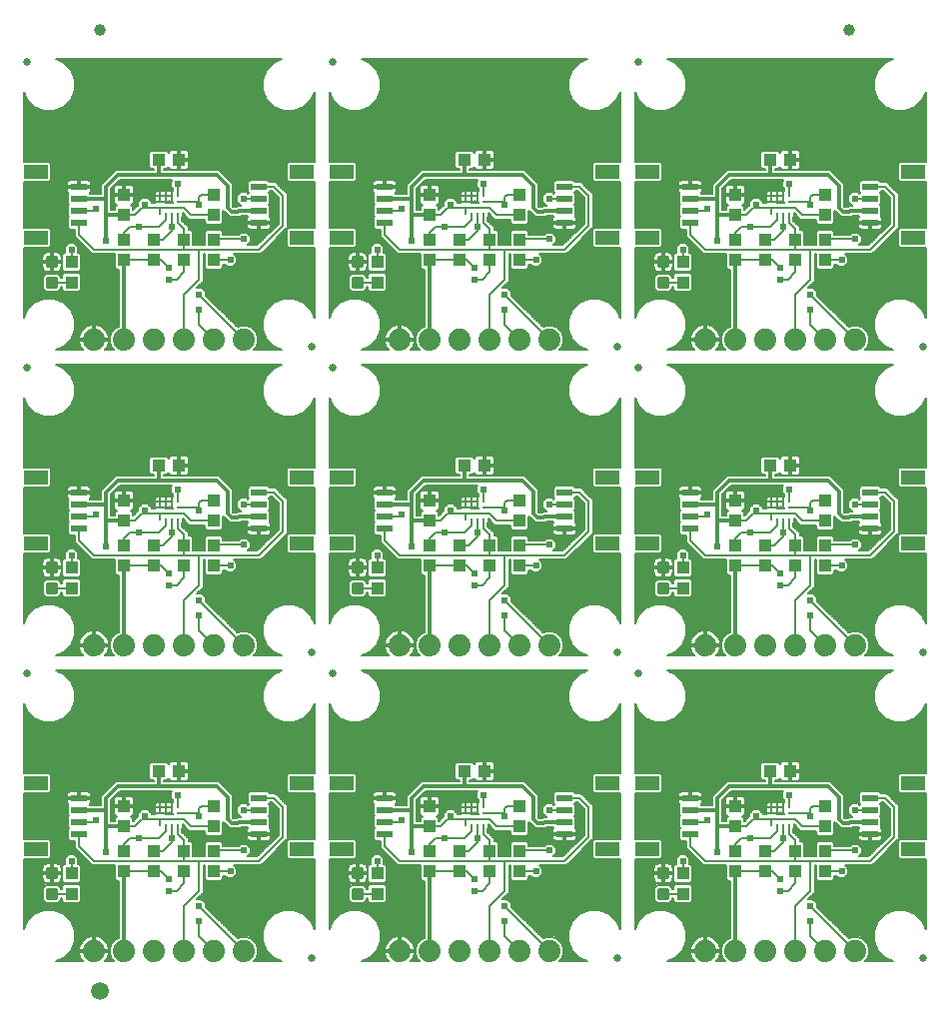
<source format=gtl>
G75*
%MOIN*%
%OFA0B0*%
%FSLAX25Y25*%
%IPPOS*%
%LPD*%
%AMOC8*
5,1,8,0,0,1.08239X$1,22.5*
%
%ADD10R,0.07874X0.04724*%
%ADD11R,0.05315X0.02362*%
%ADD12C,0.07400*%
%ADD13C,0.01181*%
%ADD14R,0.03937X0.04331*%
%ADD15R,0.00984X0.01083*%
%ADD16R,0.01083X0.00984*%
%ADD17R,0.04331X0.03937*%
%ADD18C,0.02500*%
%ADD19C,0.03937*%
%ADD20C,0.05906*%
%ADD21C,0.00800*%
%ADD22C,0.02400*%
%ADD23C,0.01200*%
%ADD24C,0.00600*%
D10*
X0053873Y0067726D03*
X0053873Y0089774D03*
X0053873Y0169726D03*
X0053873Y0191774D03*
X0053873Y0271726D03*
X0053873Y0293774D03*
X0142810Y0293774D03*
X0155873Y0293774D03*
X0155873Y0271726D03*
X0142810Y0271726D03*
X0142810Y0191774D03*
X0155873Y0191774D03*
X0155873Y0169726D03*
X0142810Y0169726D03*
X0142810Y0089774D03*
X0155873Y0089774D03*
X0155873Y0067726D03*
X0142810Y0067726D03*
X0244810Y0067726D03*
X0257873Y0067726D03*
X0257873Y0089774D03*
X0244810Y0089774D03*
X0244810Y0169726D03*
X0257873Y0169726D03*
X0257873Y0191774D03*
X0244810Y0191774D03*
X0244810Y0271726D03*
X0257873Y0271726D03*
X0257873Y0293774D03*
X0244810Y0293774D03*
X0346810Y0293774D03*
X0346810Y0271726D03*
X0346810Y0191774D03*
X0346810Y0169726D03*
X0346810Y0089774D03*
X0346810Y0067726D03*
D11*
X0332342Y0072844D03*
X0332342Y0076781D03*
X0332342Y0080719D03*
X0332342Y0084656D03*
X0272342Y0084656D03*
X0272342Y0080719D03*
X0272342Y0076781D03*
X0272342Y0072844D03*
X0230342Y0072844D03*
X0230342Y0076781D03*
X0230342Y0080719D03*
X0230342Y0084656D03*
X0170342Y0084656D03*
X0170342Y0080719D03*
X0170342Y0076781D03*
X0170342Y0072844D03*
X0128342Y0072844D03*
X0128342Y0076781D03*
X0128342Y0080719D03*
X0128342Y0084656D03*
X0068342Y0084656D03*
X0068342Y0080719D03*
X0068342Y0076781D03*
X0068342Y0072844D03*
X0068342Y0174844D03*
X0068342Y0178781D03*
X0068342Y0182719D03*
X0068342Y0186656D03*
X0128342Y0186656D03*
X0128342Y0182719D03*
X0128342Y0178781D03*
X0128342Y0174844D03*
X0170342Y0174844D03*
X0170342Y0178781D03*
X0170342Y0182719D03*
X0170342Y0186656D03*
X0230342Y0186656D03*
X0230342Y0182719D03*
X0230342Y0178781D03*
X0230342Y0174844D03*
X0272342Y0174844D03*
X0272342Y0178781D03*
X0272342Y0182719D03*
X0272342Y0186656D03*
X0332342Y0186656D03*
X0332342Y0182719D03*
X0332342Y0178781D03*
X0332342Y0174844D03*
X0332342Y0276844D03*
X0332342Y0280781D03*
X0332342Y0284719D03*
X0332342Y0288656D03*
X0272342Y0288656D03*
X0272342Y0284719D03*
X0272342Y0280781D03*
X0272342Y0276844D03*
X0230342Y0276844D03*
X0230342Y0280781D03*
X0230342Y0284719D03*
X0230342Y0288656D03*
X0170342Y0288656D03*
X0170342Y0284719D03*
X0170342Y0280781D03*
X0170342Y0276844D03*
X0128342Y0276844D03*
X0128342Y0280781D03*
X0128342Y0284719D03*
X0128342Y0288656D03*
X0068342Y0288656D03*
X0068342Y0284719D03*
X0068342Y0280781D03*
X0068342Y0276844D03*
D12*
X0073342Y0237750D03*
X0083342Y0237750D03*
X0093342Y0237750D03*
X0103342Y0237750D03*
X0113342Y0237750D03*
X0123342Y0237750D03*
X0175342Y0237750D03*
X0185342Y0237750D03*
X0195342Y0237750D03*
X0205342Y0237750D03*
X0215342Y0237750D03*
X0225342Y0237750D03*
X0277342Y0237750D03*
X0287342Y0237750D03*
X0297342Y0237750D03*
X0307342Y0237750D03*
X0317342Y0237750D03*
X0327342Y0237750D03*
X0327342Y0135750D03*
X0317342Y0135750D03*
X0307342Y0135750D03*
X0297342Y0135750D03*
X0287342Y0135750D03*
X0277342Y0135750D03*
X0225342Y0135750D03*
X0215342Y0135750D03*
X0205342Y0135750D03*
X0195342Y0135750D03*
X0185342Y0135750D03*
X0175342Y0135750D03*
X0123342Y0135750D03*
X0113342Y0135750D03*
X0103342Y0135750D03*
X0093342Y0135750D03*
X0083342Y0135750D03*
X0073342Y0135750D03*
X0073342Y0033750D03*
X0083342Y0033750D03*
X0093342Y0033750D03*
X0103342Y0033750D03*
X0113342Y0033750D03*
X0123342Y0033750D03*
X0175342Y0033750D03*
X0185342Y0033750D03*
X0195342Y0033750D03*
X0205342Y0033750D03*
X0215342Y0033750D03*
X0225342Y0033750D03*
X0277342Y0033750D03*
X0287342Y0033750D03*
X0297342Y0033750D03*
X0307342Y0033750D03*
X0317342Y0033750D03*
X0327342Y0033750D03*
D13*
X0264720Y0051419D02*
X0261964Y0051419D01*
X0261964Y0054175D01*
X0264720Y0054175D01*
X0264720Y0051419D01*
X0264720Y0052541D02*
X0261964Y0052541D01*
X0261964Y0053663D02*
X0264720Y0053663D01*
X0264720Y0058325D02*
X0261964Y0058325D01*
X0261964Y0061081D01*
X0264720Y0061081D01*
X0264720Y0058325D01*
X0264720Y0059447D02*
X0261964Y0059447D01*
X0261964Y0060569D02*
X0264720Y0060569D01*
X0264720Y0153419D02*
X0261964Y0153419D01*
X0261964Y0156175D01*
X0264720Y0156175D01*
X0264720Y0153419D01*
X0264720Y0154541D02*
X0261964Y0154541D01*
X0261964Y0155663D02*
X0264720Y0155663D01*
X0264720Y0160325D02*
X0261964Y0160325D01*
X0261964Y0163081D01*
X0264720Y0163081D01*
X0264720Y0160325D01*
X0264720Y0161447D02*
X0261964Y0161447D01*
X0261964Y0162569D02*
X0264720Y0162569D01*
X0264720Y0255419D02*
X0261964Y0255419D01*
X0261964Y0258175D01*
X0264720Y0258175D01*
X0264720Y0255419D01*
X0264720Y0256541D02*
X0261964Y0256541D01*
X0261964Y0257663D02*
X0264720Y0257663D01*
X0264720Y0262325D02*
X0261964Y0262325D01*
X0261964Y0265081D01*
X0264720Y0265081D01*
X0264720Y0262325D01*
X0264720Y0263447D02*
X0261964Y0263447D01*
X0261964Y0264569D02*
X0264720Y0264569D01*
X0162720Y0262325D02*
X0159964Y0262325D01*
X0159964Y0265081D01*
X0162720Y0265081D01*
X0162720Y0262325D01*
X0162720Y0263447D02*
X0159964Y0263447D01*
X0159964Y0264569D02*
X0162720Y0264569D01*
X0162720Y0255419D02*
X0159964Y0255419D01*
X0159964Y0258175D01*
X0162720Y0258175D01*
X0162720Y0255419D01*
X0162720Y0256541D02*
X0159964Y0256541D01*
X0159964Y0257663D02*
X0162720Y0257663D01*
X0060720Y0255419D02*
X0057964Y0255419D01*
X0057964Y0258175D01*
X0060720Y0258175D01*
X0060720Y0255419D01*
X0060720Y0256541D02*
X0057964Y0256541D01*
X0057964Y0257663D02*
X0060720Y0257663D01*
X0060720Y0262325D02*
X0057964Y0262325D01*
X0057964Y0265081D01*
X0060720Y0265081D01*
X0060720Y0262325D01*
X0060720Y0263447D02*
X0057964Y0263447D01*
X0057964Y0264569D02*
X0060720Y0264569D01*
X0060720Y0160325D02*
X0057964Y0160325D01*
X0057964Y0163081D01*
X0060720Y0163081D01*
X0060720Y0160325D01*
X0060720Y0161447D02*
X0057964Y0161447D01*
X0057964Y0162569D02*
X0060720Y0162569D01*
X0060720Y0153419D02*
X0057964Y0153419D01*
X0057964Y0156175D01*
X0060720Y0156175D01*
X0060720Y0153419D01*
X0060720Y0154541D02*
X0057964Y0154541D01*
X0057964Y0155663D02*
X0060720Y0155663D01*
X0159964Y0153419D02*
X0162720Y0153419D01*
X0159964Y0153419D02*
X0159964Y0156175D01*
X0162720Y0156175D01*
X0162720Y0153419D01*
X0162720Y0154541D02*
X0159964Y0154541D01*
X0159964Y0155663D02*
X0162720Y0155663D01*
X0162720Y0160325D02*
X0159964Y0160325D01*
X0159964Y0163081D01*
X0162720Y0163081D01*
X0162720Y0160325D01*
X0162720Y0161447D02*
X0159964Y0161447D01*
X0159964Y0162569D02*
X0162720Y0162569D01*
X0162720Y0058325D02*
X0159964Y0058325D01*
X0159964Y0061081D01*
X0162720Y0061081D01*
X0162720Y0058325D01*
X0162720Y0059447D02*
X0159964Y0059447D01*
X0159964Y0060569D02*
X0162720Y0060569D01*
X0162720Y0051419D02*
X0159964Y0051419D01*
X0159964Y0054175D01*
X0162720Y0054175D01*
X0162720Y0051419D01*
X0162720Y0052541D02*
X0159964Y0052541D01*
X0159964Y0053663D02*
X0162720Y0053663D01*
X0060720Y0051419D02*
X0057964Y0051419D01*
X0057964Y0054175D01*
X0060720Y0054175D01*
X0060720Y0051419D01*
X0060720Y0052541D02*
X0057964Y0052541D01*
X0057964Y0053663D02*
X0060720Y0053663D01*
X0060720Y0058325D02*
X0057964Y0058325D01*
X0057964Y0061081D01*
X0060720Y0061081D01*
X0060720Y0058325D01*
X0060720Y0059447D02*
X0057964Y0059447D01*
X0057964Y0060569D02*
X0060720Y0060569D01*
D14*
X0065842Y0059596D03*
X0065842Y0052904D03*
X0083342Y0060404D03*
X0083342Y0067096D03*
X0083342Y0075404D03*
X0083342Y0082096D03*
X0093342Y0067096D03*
X0093342Y0060404D03*
X0103342Y0060404D03*
X0103342Y0067096D03*
X0113342Y0067096D03*
X0113342Y0060404D03*
X0113342Y0075404D03*
X0113342Y0082096D03*
X0167842Y0059596D03*
X0167842Y0052904D03*
X0185342Y0060404D03*
X0185342Y0067096D03*
X0185342Y0075404D03*
X0185342Y0082096D03*
X0195342Y0067096D03*
X0195342Y0060404D03*
X0205342Y0060404D03*
X0205342Y0067096D03*
X0215342Y0067096D03*
X0215342Y0060404D03*
X0215342Y0075404D03*
X0215342Y0082096D03*
X0269842Y0059596D03*
X0269842Y0052904D03*
X0287342Y0060404D03*
X0287342Y0067096D03*
X0287342Y0075404D03*
X0287342Y0082096D03*
X0297342Y0067096D03*
X0297342Y0060404D03*
X0307342Y0060404D03*
X0307342Y0067096D03*
X0317342Y0067096D03*
X0317342Y0060404D03*
X0317342Y0075404D03*
X0317342Y0082096D03*
X0269842Y0154904D03*
X0269842Y0161596D03*
X0287342Y0162404D03*
X0287342Y0169096D03*
X0287342Y0177404D03*
X0287342Y0184096D03*
X0297342Y0169096D03*
X0297342Y0162404D03*
X0307342Y0162404D03*
X0307342Y0169096D03*
X0317342Y0169096D03*
X0317342Y0162404D03*
X0317342Y0177404D03*
X0317342Y0184096D03*
X0269842Y0256904D03*
X0269842Y0263596D03*
X0287342Y0264404D03*
X0287342Y0271096D03*
X0287342Y0279404D03*
X0287342Y0286096D03*
X0297342Y0271096D03*
X0297342Y0264404D03*
X0307342Y0264404D03*
X0307342Y0271096D03*
X0317342Y0271096D03*
X0317342Y0264404D03*
X0317342Y0279404D03*
X0317342Y0286096D03*
X0215342Y0286096D03*
X0215342Y0279404D03*
X0215342Y0271096D03*
X0215342Y0264404D03*
X0205342Y0264404D03*
X0205342Y0271096D03*
X0195342Y0271096D03*
X0195342Y0264404D03*
X0185342Y0264404D03*
X0185342Y0271096D03*
X0185342Y0279404D03*
X0185342Y0286096D03*
X0167842Y0263596D03*
X0167842Y0256904D03*
X0113342Y0264404D03*
X0113342Y0271096D03*
X0113342Y0279404D03*
X0113342Y0286096D03*
X0103342Y0271096D03*
X0103342Y0264404D03*
X0093342Y0264404D03*
X0093342Y0271096D03*
X0083342Y0271096D03*
X0083342Y0264404D03*
X0083342Y0279404D03*
X0083342Y0286096D03*
X0065842Y0263596D03*
X0065842Y0256904D03*
X0083342Y0184096D03*
X0083342Y0177404D03*
X0083342Y0169096D03*
X0083342Y0162404D03*
X0093342Y0162404D03*
X0093342Y0169096D03*
X0103342Y0169096D03*
X0103342Y0162404D03*
X0113342Y0162404D03*
X0113342Y0169096D03*
X0113342Y0177404D03*
X0113342Y0184096D03*
X0065842Y0161596D03*
X0065842Y0154904D03*
X0167842Y0154904D03*
X0167842Y0161596D03*
X0185342Y0162404D03*
X0185342Y0169096D03*
X0185342Y0177404D03*
X0185342Y0184096D03*
X0195342Y0169096D03*
X0195342Y0162404D03*
X0205342Y0162404D03*
X0205342Y0169096D03*
X0215342Y0169096D03*
X0215342Y0162404D03*
X0215342Y0177404D03*
X0215342Y0184096D03*
D15*
X0201326Y0183703D03*
X0199358Y0183703D03*
X0199358Y0177797D03*
X0201326Y0177797D03*
X0301358Y0177797D03*
X0303326Y0177797D03*
X0303326Y0183703D03*
X0301358Y0183703D03*
X0301358Y0279797D03*
X0303326Y0279797D03*
X0303326Y0285703D03*
X0301358Y0285703D03*
X0201326Y0285703D03*
X0199358Y0285703D03*
X0199358Y0279797D03*
X0201326Y0279797D03*
X0099326Y0279797D03*
X0097358Y0279797D03*
X0097358Y0285703D03*
X0099326Y0285703D03*
X0099326Y0183703D03*
X0097358Y0183703D03*
X0097358Y0177797D03*
X0099326Y0177797D03*
X0099326Y0081703D03*
X0097358Y0081703D03*
X0097358Y0075797D03*
X0099326Y0075797D03*
X0199358Y0075797D03*
X0201326Y0075797D03*
X0201326Y0081703D03*
X0199358Y0081703D03*
X0301358Y0081703D03*
X0303326Y0081703D03*
X0303326Y0075797D03*
X0301358Y0075797D03*
D16*
X0299389Y0075797D03*
X0299389Y0077766D03*
X0299389Y0079734D03*
X0299389Y0081703D03*
X0305295Y0081703D03*
X0305295Y0079734D03*
X0305295Y0077766D03*
X0305295Y0075797D03*
X0203295Y0075797D03*
X0203295Y0077766D03*
X0203295Y0079734D03*
X0203295Y0081703D03*
X0197389Y0081703D03*
X0197389Y0079734D03*
X0197389Y0077766D03*
X0197389Y0075797D03*
X0101295Y0075797D03*
X0101295Y0077766D03*
X0101295Y0079734D03*
X0101295Y0081703D03*
X0095389Y0081703D03*
X0095389Y0079734D03*
X0095389Y0077766D03*
X0095389Y0075797D03*
X0095389Y0177797D03*
X0095389Y0179766D03*
X0095389Y0181734D03*
X0095389Y0183703D03*
X0101295Y0183703D03*
X0101295Y0181734D03*
X0101295Y0179766D03*
X0101295Y0177797D03*
X0197389Y0177797D03*
X0197389Y0179766D03*
X0197389Y0181734D03*
X0197389Y0183703D03*
X0203295Y0183703D03*
X0203295Y0181734D03*
X0203295Y0179766D03*
X0203295Y0177797D03*
X0299389Y0177797D03*
X0299389Y0179766D03*
X0299389Y0181734D03*
X0299389Y0183703D03*
X0305295Y0183703D03*
X0305295Y0181734D03*
X0305295Y0179766D03*
X0305295Y0177797D03*
X0305295Y0279797D03*
X0305295Y0281766D03*
X0305295Y0283734D03*
X0305295Y0285703D03*
X0299389Y0285703D03*
X0299389Y0283734D03*
X0299389Y0281766D03*
X0299389Y0279797D03*
X0203295Y0279797D03*
X0203295Y0281766D03*
X0203295Y0283734D03*
X0203295Y0285703D03*
X0197389Y0285703D03*
X0197389Y0283734D03*
X0197389Y0281766D03*
X0197389Y0279797D03*
X0101295Y0279797D03*
X0101295Y0281766D03*
X0101295Y0283734D03*
X0101295Y0285703D03*
X0095389Y0285703D03*
X0095389Y0283734D03*
X0095389Y0281766D03*
X0095389Y0279797D03*
D17*
X0094995Y0297750D03*
X0101688Y0297750D03*
X0196995Y0297750D03*
X0203688Y0297750D03*
X0298995Y0297750D03*
X0305688Y0297750D03*
X0305688Y0195750D03*
X0298995Y0195750D03*
X0203688Y0195750D03*
X0196995Y0195750D03*
X0101688Y0195750D03*
X0094995Y0195750D03*
X0094995Y0093750D03*
X0101688Y0093750D03*
X0196995Y0093750D03*
X0203688Y0093750D03*
X0298995Y0093750D03*
X0305688Y0093750D03*
D18*
X0349842Y0133250D03*
X0254842Y0126250D03*
X0247842Y0133250D03*
X0152842Y0126250D03*
X0145842Y0133250D03*
X0050842Y0126250D03*
X0145842Y0031250D03*
X0247842Y0031250D03*
X0349842Y0031250D03*
X0254842Y0228250D03*
X0247842Y0235250D03*
X0152842Y0228250D03*
X0145842Y0235250D03*
X0050842Y0228250D03*
X0050842Y0330250D03*
X0152842Y0330250D03*
X0254842Y0330250D03*
X0349842Y0235250D03*
D19*
X0325342Y0341000D03*
X0075342Y0341000D03*
D20*
X0075342Y0020500D03*
D21*
X0103342Y0033750D02*
X0103342Y0048750D01*
X0108342Y0053750D01*
X0108342Y0063750D01*
X0103342Y0063750D01*
X0103342Y0067096D01*
X0103342Y0070750D01*
X0101295Y0072797D01*
X0101295Y0075797D01*
X0101295Y0077766D02*
X0095389Y0077766D01*
X0090342Y0077766D01*
X0090342Y0078750D01*
X0090342Y0077766D02*
X0089204Y0077766D01*
X0086842Y0075404D01*
X0083342Y0075404D01*
X0085342Y0071250D02*
X0083342Y0069250D01*
X0083342Y0067096D01*
X0085342Y0071250D02*
X0088342Y0071250D01*
X0094842Y0071250D01*
X0097358Y0073766D01*
X0097358Y0075797D01*
X0099326Y0075797D02*
X0099326Y0071250D01*
X0099326Y0070234D01*
X0096188Y0067096D01*
X0093342Y0067096D01*
X0093342Y0060404D02*
X0095688Y0060404D01*
X0098342Y0057750D01*
X0098342Y0053750D02*
X0100842Y0053750D01*
X0103342Y0056250D01*
X0103342Y0060404D01*
X0103342Y0063750D02*
X0073342Y0063750D01*
X0068342Y0068750D01*
X0068342Y0072844D01*
X0068342Y0076781D02*
X0073373Y0076781D01*
X0073842Y0077250D01*
X0083342Y0082096D02*
X0090188Y0082096D01*
X0090842Y0082750D01*
X0091889Y0081703D01*
X0095389Y0081703D01*
X0095389Y0079734D01*
X0095389Y0077766D02*
X0095389Y0075797D01*
X0095389Y0081703D02*
X0097358Y0081703D01*
X0099326Y0081703D01*
X0101295Y0081703D02*
X0101295Y0085703D01*
X0101342Y0085750D01*
X0108342Y0081250D02*
X0108342Y0079750D01*
X0103358Y0079750D01*
X0103342Y0079734D01*
X0101295Y0079734D01*
X0101295Y0077766D02*
X0103326Y0077766D01*
X0105688Y0075404D01*
X0113342Y0075404D01*
X0108342Y0078750D02*
X0108342Y0079750D01*
X0108342Y0081250D02*
X0109188Y0082096D01*
X0113342Y0082096D01*
X0123342Y0080750D02*
X0128310Y0080750D01*
X0128342Y0080719D01*
X0128342Y0084656D02*
X0128436Y0084750D01*
X0133342Y0084750D01*
X0136342Y0081750D01*
X0136342Y0071750D01*
X0128342Y0063750D01*
X0108342Y0063750D01*
X0113342Y0067096D02*
X0113495Y0067250D01*
X0123342Y0067250D01*
X0118842Y0060250D02*
X0113495Y0060250D01*
X0113342Y0060404D01*
X0108342Y0048750D02*
X0123342Y0033750D01*
X0113342Y0033750D02*
X0108342Y0038750D01*
X0108342Y0043750D01*
X0093342Y0060404D02*
X0083342Y0060404D01*
X0065842Y0059596D02*
X0065842Y0063750D01*
X0065842Y0052904D02*
X0065736Y0052797D01*
X0059342Y0052797D01*
X0101688Y0093750D02*
X0108342Y0093750D01*
X0126247Y0072844D02*
X0128342Y0072844D01*
X0161342Y0052797D02*
X0167736Y0052797D01*
X0167842Y0052904D01*
X0167842Y0059596D02*
X0167842Y0063750D01*
X0170342Y0068750D02*
X0170342Y0072844D01*
X0170342Y0076781D02*
X0175373Y0076781D01*
X0175842Y0077250D01*
X0185342Y0075404D02*
X0188842Y0075404D01*
X0191204Y0077766D01*
X0192342Y0077766D01*
X0192342Y0078750D01*
X0192342Y0077766D02*
X0197389Y0077766D01*
X0197389Y0075797D01*
X0199358Y0075797D02*
X0199358Y0073766D01*
X0196842Y0071250D01*
X0190342Y0071250D01*
X0187342Y0071250D01*
X0185342Y0069250D01*
X0185342Y0067096D01*
X0185342Y0060404D02*
X0195342Y0060404D01*
X0197688Y0060404D01*
X0200342Y0057750D01*
X0200342Y0053750D02*
X0202842Y0053750D01*
X0205342Y0056250D01*
X0205342Y0060404D01*
X0205342Y0063750D02*
X0205342Y0067096D01*
X0205342Y0070750D01*
X0203295Y0072797D01*
X0203295Y0075797D01*
X0203295Y0077766D02*
X0197389Y0077766D01*
X0197389Y0079734D02*
X0197389Y0081703D01*
X0193889Y0081703D01*
X0192842Y0082750D01*
X0192188Y0082096D01*
X0185342Y0082096D01*
X0197389Y0081703D02*
X0199358Y0081703D01*
X0201326Y0081703D01*
X0203295Y0081703D02*
X0203295Y0085703D01*
X0203342Y0085750D01*
X0203295Y0079734D02*
X0205342Y0079734D01*
X0205358Y0079750D01*
X0210342Y0079750D01*
X0210342Y0078750D01*
X0210342Y0079750D02*
X0210342Y0081250D01*
X0211188Y0082096D01*
X0215342Y0082096D01*
X0215342Y0075404D02*
X0207688Y0075404D01*
X0205326Y0077766D01*
X0203295Y0077766D01*
X0201326Y0075797D02*
X0201326Y0071250D01*
X0201326Y0070234D01*
X0198188Y0067096D01*
X0195342Y0067096D01*
X0205342Y0063750D02*
X0175342Y0063750D01*
X0170342Y0068750D01*
X0203688Y0093750D02*
X0210342Y0093750D01*
X0225342Y0080750D02*
X0230310Y0080750D01*
X0230342Y0080719D01*
X0230342Y0084656D02*
X0230436Y0084750D01*
X0235342Y0084750D01*
X0238342Y0081750D01*
X0238342Y0071750D01*
X0230342Y0063750D01*
X0210342Y0063750D01*
X0210342Y0053750D01*
X0205342Y0048750D01*
X0205342Y0033750D01*
X0210342Y0038750D02*
X0210342Y0043750D01*
X0210342Y0038750D02*
X0215342Y0033750D01*
X0225342Y0033750D02*
X0210342Y0048750D01*
X0215495Y0060250D02*
X0215342Y0060404D01*
X0215495Y0060250D02*
X0220842Y0060250D01*
X0225342Y0067250D02*
X0215495Y0067250D01*
X0215342Y0067096D01*
X0210342Y0063750D02*
X0205342Y0063750D01*
X0228247Y0072844D02*
X0230342Y0072844D01*
X0263342Y0052797D02*
X0269736Y0052797D01*
X0269842Y0052904D01*
X0269842Y0059596D02*
X0269842Y0063750D01*
X0272342Y0068750D02*
X0277342Y0063750D01*
X0307342Y0063750D01*
X0307342Y0067096D01*
X0307342Y0070750D01*
X0305295Y0072797D01*
X0305295Y0075797D01*
X0305295Y0077766D02*
X0299389Y0077766D01*
X0294342Y0077766D01*
X0294342Y0078750D01*
X0294342Y0077766D02*
X0293204Y0077766D01*
X0290842Y0075404D01*
X0287342Y0075404D01*
X0289342Y0071250D02*
X0287342Y0069250D01*
X0287342Y0067096D01*
X0289342Y0071250D02*
X0292342Y0071250D01*
X0298842Y0071250D01*
X0301358Y0073766D01*
X0301358Y0075797D01*
X0303326Y0075797D02*
X0303326Y0071250D01*
X0303326Y0070234D01*
X0300188Y0067096D01*
X0297342Y0067096D01*
X0297342Y0060404D02*
X0299688Y0060404D01*
X0302342Y0057750D01*
X0302342Y0053750D02*
X0304842Y0053750D01*
X0307342Y0056250D01*
X0307342Y0060404D01*
X0307342Y0063750D02*
X0312342Y0063750D01*
X0312342Y0053750D01*
X0307342Y0048750D01*
X0307342Y0033750D01*
X0312342Y0038750D02*
X0312342Y0043750D01*
X0312342Y0038750D02*
X0317342Y0033750D01*
X0327342Y0033750D02*
X0312342Y0048750D01*
X0317495Y0060250D02*
X0317342Y0060404D01*
X0317495Y0060250D02*
X0322842Y0060250D01*
X0327342Y0067250D02*
X0317495Y0067250D01*
X0317342Y0067096D01*
X0312342Y0063750D02*
X0332342Y0063750D01*
X0340342Y0071750D01*
X0340342Y0081750D01*
X0337342Y0084750D01*
X0332436Y0084750D01*
X0332342Y0084656D01*
X0332310Y0080750D02*
X0327342Y0080750D01*
X0332310Y0080750D02*
X0332342Y0080719D01*
X0332342Y0072844D02*
X0330247Y0072844D01*
X0317342Y0075404D02*
X0309688Y0075404D01*
X0307326Y0077766D01*
X0305295Y0077766D01*
X0305295Y0079734D02*
X0307342Y0079734D01*
X0307358Y0079750D01*
X0312342Y0079750D01*
X0312342Y0078750D01*
X0312342Y0079750D02*
X0312342Y0081250D01*
X0313188Y0082096D01*
X0317342Y0082096D01*
X0305295Y0081703D02*
X0305295Y0085703D01*
X0305342Y0085750D01*
X0303326Y0081703D02*
X0301358Y0081703D01*
X0299389Y0081703D01*
X0299389Y0079734D01*
X0299389Y0077766D02*
X0299389Y0075797D01*
X0299389Y0081703D02*
X0295889Y0081703D01*
X0294842Y0082750D01*
X0294188Y0082096D01*
X0287342Y0082096D01*
X0277842Y0077250D02*
X0277373Y0076781D01*
X0272342Y0076781D01*
X0272342Y0072844D02*
X0272342Y0068750D01*
X0287342Y0060404D02*
X0297342Y0060404D01*
X0305688Y0093750D02*
X0312342Y0093750D01*
X0317342Y0135750D02*
X0312342Y0140750D01*
X0312342Y0145750D01*
X0312342Y0150750D02*
X0327342Y0135750D01*
X0307342Y0135750D02*
X0307342Y0150750D01*
X0312342Y0155750D01*
X0312342Y0165750D01*
X0307342Y0165750D01*
X0307342Y0169096D01*
X0307342Y0172750D01*
X0305295Y0174797D01*
X0305295Y0177797D01*
X0305295Y0179766D02*
X0299389Y0179766D01*
X0294342Y0179766D01*
X0294342Y0180750D01*
X0294342Y0179766D02*
X0293204Y0179766D01*
X0290842Y0177404D01*
X0287342Y0177404D01*
X0289342Y0173250D02*
X0287342Y0171250D01*
X0287342Y0169096D01*
X0289342Y0173250D02*
X0292342Y0173250D01*
X0298842Y0173250D01*
X0301358Y0175766D01*
X0301358Y0177797D01*
X0303326Y0177797D02*
X0303326Y0173250D01*
X0303326Y0172234D01*
X0300188Y0169096D01*
X0297342Y0169096D01*
X0297342Y0162404D02*
X0287342Y0162404D01*
X0297342Y0162404D02*
X0299688Y0162404D01*
X0302342Y0159750D01*
X0302342Y0155750D02*
X0304842Y0155750D01*
X0307342Y0158250D01*
X0307342Y0162404D01*
X0307342Y0165750D02*
X0277342Y0165750D01*
X0272342Y0170750D01*
X0272342Y0174844D01*
X0272342Y0178781D02*
X0277373Y0178781D01*
X0277842Y0179250D01*
X0287342Y0184096D02*
X0294188Y0184096D01*
X0294842Y0184750D01*
X0295889Y0183703D01*
X0299389Y0183703D01*
X0299389Y0181734D01*
X0299389Y0179766D02*
X0299389Y0177797D01*
X0299389Y0183703D02*
X0301358Y0183703D01*
X0303326Y0183703D01*
X0305295Y0183703D02*
X0305295Y0187703D01*
X0305342Y0187750D01*
X0305295Y0181734D02*
X0307342Y0181734D01*
X0307358Y0181750D01*
X0312342Y0181750D01*
X0312342Y0180750D01*
X0312342Y0181750D02*
X0312342Y0183250D01*
X0313188Y0184096D01*
X0317342Y0184096D01*
X0317342Y0177404D02*
X0309688Y0177404D01*
X0307326Y0179766D01*
X0305295Y0179766D01*
X0317342Y0169096D02*
X0317495Y0169250D01*
X0327342Y0169250D01*
X0332342Y0165750D02*
X0312342Y0165750D01*
X0317342Y0162404D02*
X0317495Y0162250D01*
X0322842Y0162250D01*
X0332342Y0165750D02*
X0340342Y0173750D01*
X0340342Y0183750D01*
X0337342Y0186750D01*
X0332436Y0186750D01*
X0332342Y0186656D01*
X0332310Y0182750D02*
X0327342Y0182750D01*
X0332310Y0182750D02*
X0332342Y0182719D01*
X0332342Y0174844D02*
X0330247Y0174844D01*
X0312342Y0195750D02*
X0305688Y0195750D01*
X0269842Y0165750D02*
X0269842Y0161596D01*
X0269842Y0154904D02*
X0269736Y0154797D01*
X0263342Y0154797D01*
X0238342Y0173750D02*
X0238342Y0183750D01*
X0235342Y0186750D01*
X0230436Y0186750D01*
X0230342Y0186656D01*
X0230310Y0182750D02*
X0225342Y0182750D01*
X0230310Y0182750D02*
X0230342Y0182719D01*
X0230342Y0174844D02*
X0228247Y0174844D01*
X0225342Y0169250D02*
X0215495Y0169250D01*
X0215342Y0169096D01*
X0210342Y0165750D02*
X0210342Y0155750D01*
X0205342Y0150750D01*
X0205342Y0135750D01*
X0210342Y0140750D02*
X0210342Y0145750D01*
X0210342Y0140750D02*
X0215342Y0135750D01*
X0225342Y0135750D02*
X0210342Y0150750D01*
X0205342Y0158250D02*
X0205342Y0162404D01*
X0205342Y0165750D02*
X0205342Y0169096D01*
X0205342Y0172750D01*
X0203295Y0174797D01*
X0203295Y0177797D01*
X0203295Y0179766D02*
X0197389Y0179766D01*
X0192342Y0179766D01*
X0192342Y0180750D01*
X0192342Y0179766D02*
X0191204Y0179766D01*
X0188842Y0177404D01*
X0185342Y0177404D01*
X0187342Y0173250D02*
X0185342Y0171250D01*
X0185342Y0169096D01*
X0187342Y0173250D02*
X0190342Y0173250D01*
X0196842Y0173250D01*
X0199358Y0175766D01*
X0199358Y0177797D01*
X0201326Y0177797D02*
X0201326Y0173250D01*
X0201326Y0172234D01*
X0198188Y0169096D01*
X0195342Y0169096D01*
X0195342Y0162404D02*
X0185342Y0162404D01*
X0195342Y0162404D02*
X0197688Y0162404D01*
X0200342Y0159750D01*
X0200342Y0155750D02*
X0202842Y0155750D01*
X0205342Y0158250D01*
X0205342Y0165750D02*
X0175342Y0165750D01*
X0170342Y0170750D01*
X0170342Y0174844D01*
X0170342Y0178781D02*
X0175373Y0178781D01*
X0175842Y0179250D01*
X0185342Y0184096D02*
X0192188Y0184096D01*
X0192842Y0184750D01*
X0193889Y0183703D01*
X0197389Y0183703D01*
X0197389Y0181734D01*
X0197389Y0179766D02*
X0197389Y0177797D01*
X0197389Y0183703D02*
X0199358Y0183703D01*
X0201326Y0183703D01*
X0203295Y0183703D02*
X0203295Y0187703D01*
X0203342Y0187750D01*
X0203295Y0181734D02*
X0205342Y0181734D01*
X0205358Y0181750D01*
X0210342Y0181750D01*
X0210342Y0180750D01*
X0210342Y0181750D02*
X0210342Y0183250D01*
X0211188Y0184096D01*
X0215342Y0184096D01*
X0215342Y0177404D02*
X0207688Y0177404D01*
X0205326Y0179766D01*
X0203295Y0179766D01*
X0205342Y0165750D02*
X0210342Y0165750D01*
X0230342Y0165750D01*
X0238342Y0173750D01*
X0220842Y0162250D02*
X0215495Y0162250D01*
X0215342Y0162404D01*
X0210342Y0195750D02*
X0203688Y0195750D01*
X0167842Y0165750D02*
X0167842Y0161596D01*
X0167842Y0154904D02*
X0167736Y0154797D01*
X0161342Y0154797D01*
X0136342Y0173750D02*
X0136342Y0183750D01*
X0133342Y0186750D01*
X0128436Y0186750D01*
X0128342Y0186656D01*
X0128310Y0182750D02*
X0123342Y0182750D01*
X0128310Y0182750D02*
X0128342Y0182719D01*
X0128342Y0174844D02*
X0126247Y0174844D01*
X0123342Y0169250D02*
X0113495Y0169250D01*
X0113342Y0169096D01*
X0108342Y0165750D02*
X0108342Y0155750D01*
X0103342Y0150750D01*
X0103342Y0135750D01*
X0108342Y0140750D02*
X0108342Y0145750D01*
X0108342Y0140750D02*
X0113342Y0135750D01*
X0123342Y0135750D02*
X0108342Y0150750D01*
X0100842Y0155750D02*
X0103342Y0158250D01*
X0103342Y0162404D01*
X0103342Y0165750D02*
X0103342Y0169096D01*
X0103342Y0172750D01*
X0101295Y0174797D01*
X0101295Y0177797D01*
X0101295Y0179766D02*
X0095389Y0179766D01*
X0090342Y0179766D01*
X0090342Y0180750D01*
X0090342Y0179766D02*
X0089204Y0179766D01*
X0086842Y0177404D01*
X0083342Y0177404D01*
X0085342Y0173250D02*
X0083342Y0171250D01*
X0083342Y0169096D01*
X0085342Y0173250D02*
X0088342Y0173250D01*
X0094842Y0173250D01*
X0097358Y0175766D01*
X0097358Y0177797D01*
X0099326Y0177797D02*
X0099326Y0173250D01*
X0099326Y0172234D01*
X0096188Y0169096D01*
X0093342Y0169096D01*
X0093342Y0162404D02*
X0083342Y0162404D01*
X0093342Y0162404D02*
X0095688Y0162404D01*
X0098342Y0159750D01*
X0098342Y0155750D02*
X0100842Y0155750D01*
X0113342Y0162404D02*
X0113495Y0162250D01*
X0118842Y0162250D01*
X0128342Y0165750D02*
X0108342Y0165750D01*
X0103342Y0165750D01*
X0073342Y0165750D01*
X0068342Y0170750D01*
X0068342Y0174844D01*
X0068342Y0178781D02*
X0073373Y0178781D01*
X0073842Y0179250D01*
X0083342Y0184096D02*
X0090188Y0184096D01*
X0090842Y0184750D01*
X0091889Y0183703D01*
X0095389Y0183703D01*
X0095389Y0181734D01*
X0095389Y0179766D02*
X0095389Y0177797D01*
X0095389Y0183703D02*
X0097358Y0183703D01*
X0099326Y0183703D01*
X0101295Y0183703D02*
X0101295Y0187703D01*
X0101342Y0187750D01*
X0101295Y0181734D02*
X0103342Y0181734D01*
X0103358Y0181750D01*
X0108342Y0181750D01*
X0108342Y0180750D01*
X0108342Y0181750D02*
X0108342Y0183250D01*
X0109188Y0184096D01*
X0113342Y0184096D01*
X0113342Y0177404D02*
X0105688Y0177404D01*
X0103326Y0179766D01*
X0101295Y0179766D01*
X0101688Y0195750D02*
X0108342Y0195750D01*
X0136342Y0173750D02*
X0128342Y0165750D01*
X0065842Y0165750D02*
X0065842Y0161596D01*
X0065842Y0154904D02*
X0065736Y0154797D01*
X0059342Y0154797D01*
X0103342Y0237750D02*
X0103342Y0252750D01*
X0108342Y0257750D01*
X0108342Y0267750D01*
X0103342Y0267750D01*
X0103342Y0271096D01*
X0103342Y0274750D01*
X0101295Y0276797D01*
X0101295Y0279797D01*
X0101295Y0281766D02*
X0095389Y0281766D01*
X0090342Y0281766D01*
X0090342Y0282750D01*
X0090342Y0281766D02*
X0089204Y0281766D01*
X0086842Y0279404D01*
X0083342Y0279404D01*
X0085342Y0275250D02*
X0083342Y0273250D01*
X0083342Y0271096D01*
X0085342Y0275250D02*
X0088342Y0275250D01*
X0094842Y0275250D01*
X0097358Y0277766D01*
X0097358Y0279797D01*
X0099326Y0279797D02*
X0099326Y0275250D01*
X0099326Y0274234D01*
X0096188Y0271096D01*
X0093342Y0271096D01*
X0093342Y0264404D02*
X0083342Y0264404D01*
X0093342Y0264404D02*
X0095688Y0264404D01*
X0098342Y0261750D01*
X0098342Y0257750D02*
X0100842Y0257750D01*
X0103342Y0260250D01*
X0103342Y0264404D01*
X0103342Y0267750D02*
X0073342Y0267750D01*
X0068342Y0272750D01*
X0068342Y0276844D01*
X0068342Y0280781D02*
X0073373Y0280781D01*
X0073842Y0281250D01*
X0083342Y0286096D02*
X0090188Y0286096D01*
X0090842Y0286750D01*
X0091889Y0285703D01*
X0095389Y0285703D01*
X0095389Y0283734D01*
X0095389Y0281766D02*
X0095389Y0279797D01*
X0095389Y0285703D02*
X0097358Y0285703D01*
X0099326Y0285703D01*
X0101295Y0285703D02*
X0101295Y0289703D01*
X0101342Y0289750D01*
X0108342Y0285250D02*
X0108342Y0283750D01*
X0103358Y0283750D01*
X0103342Y0283734D01*
X0101295Y0283734D01*
X0101295Y0281766D02*
X0103326Y0281766D01*
X0105688Y0279404D01*
X0113342Y0279404D01*
X0108342Y0282750D02*
X0108342Y0283750D01*
X0108342Y0285250D02*
X0109188Y0286096D01*
X0113342Y0286096D01*
X0123342Y0284750D02*
X0128310Y0284750D01*
X0128342Y0284719D01*
X0128342Y0288656D02*
X0128436Y0288750D01*
X0133342Y0288750D01*
X0136342Y0285750D01*
X0136342Y0275750D01*
X0128342Y0267750D01*
X0108342Y0267750D01*
X0113342Y0264404D02*
X0113495Y0264250D01*
X0118842Y0264250D01*
X0123342Y0271250D02*
X0113495Y0271250D01*
X0113342Y0271096D01*
X0126247Y0276844D02*
X0128342Y0276844D01*
X0108342Y0297750D02*
X0101688Y0297750D01*
X0065842Y0267750D02*
X0065842Y0263596D01*
X0065842Y0256904D02*
X0065736Y0256797D01*
X0059342Y0256797D01*
X0108342Y0252750D02*
X0123342Y0237750D01*
X0113342Y0237750D02*
X0108342Y0242750D01*
X0108342Y0247750D01*
X0161342Y0256797D02*
X0167736Y0256797D01*
X0167842Y0256904D01*
X0167842Y0263596D02*
X0167842Y0267750D01*
X0170342Y0272750D02*
X0170342Y0276844D01*
X0170342Y0280781D02*
X0175373Y0280781D01*
X0175842Y0281250D01*
X0185342Y0279404D02*
X0188842Y0279404D01*
X0191204Y0281766D01*
X0192342Y0281766D01*
X0192342Y0282750D01*
X0192342Y0281766D02*
X0197389Y0281766D01*
X0197389Y0279797D01*
X0199358Y0279797D02*
X0199358Y0277766D01*
X0196842Y0275250D01*
X0190342Y0275250D01*
X0187342Y0275250D01*
X0185342Y0273250D01*
X0185342Y0271096D01*
X0185342Y0264404D02*
X0195342Y0264404D01*
X0197688Y0264404D01*
X0200342Y0261750D01*
X0200342Y0257750D02*
X0202842Y0257750D01*
X0205342Y0260250D01*
X0205342Y0264404D01*
X0205342Y0267750D02*
X0205342Y0271096D01*
X0205342Y0274750D01*
X0203295Y0276797D01*
X0203295Y0279797D01*
X0203295Y0281766D02*
X0197389Y0281766D01*
X0197389Y0283734D02*
X0197389Y0285703D01*
X0193889Y0285703D01*
X0192842Y0286750D01*
X0192188Y0286096D01*
X0185342Y0286096D01*
X0197389Y0285703D02*
X0199358Y0285703D01*
X0201326Y0285703D01*
X0203295Y0285703D02*
X0203295Y0289703D01*
X0203342Y0289750D01*
X0203295Y0283734D02*
X0205342Y0283734D01*
X0205358Y0283750D01*
X0210342Y0283750D01*
X0210342Y0282750D01*
X0210342Y0283750D02*
X0210342Y0285250D01*
X0211188Y0286096D01*
X0215342Y0286096D01*
X0215342Y0279404D02*
X0207688Y0279404D01*
X0205326Y0281766D01*
X0203295Y0281766D01*
X0201326Y0279797D02*
X0201326Y0275250D01*
X0201326Y0274234D01*
X0198188Y0271096D01*
X0195342Y0271096D01*
X0205342Y0267750D02*
X0175342Y0267750D01*
X0170342Y0272750D01*
X0203688Y0297750D02*
X0210342Y0297750D01*
X0225342Y0284750D02*
X0230310Y0284750D01*
X0230342Y0284719D01*
X0230342Y0288656D02*
X0230436Y0288750D01*
X0235342Y0288750D01*
X0238342Y0285750D01*
X0238342Y0275750D01*
X0230342Y0267750D01*
X0210342Y0267750D01*
X0210342Y0257750D01*
X0205342Y0252750D01*
X0205342Y0237750D01*
X0210342Y0242750D02*
X0210342Y0247750D01*
X0210342Y0242750D02*
X0215342Y0237750D01*
X0225342Y0237750D02*
X0210342Y0252750D01*
X0215495Y0264250D02*
X0215342Y0264404D01*
X0215495Y0264250D02*
X0220842Y0264250D01*
X0225342Y0271250D02*
X0215495Y0271250D01*
X0215342Y0271096D01*
X0210342Y0267750D02*
X0205342Y0267750D01*
X0228247Y0276844D02*
X0230342Y0276844D01*
X0263342Y0256797D02*
X0269736Y0256797D01*
X0269842Y0256904D01*
X0269842Y0263596D02*
X0269842Y0267750D01*
X0272342Y0272750D02*
X0272342Y0276844D01*
X0272342Y0280781D02*
X0277373Y0280781D01*
X0277842Y0281250D01*
X0287342Y0279404D02*
X0290842Y0279404D01*
X0293204Y0281766D01*
X0294342Y0281766D01*
X0294342Y0282750D01*
X0294342Y0281766D02*
X0299389Y0281766D01*
X0299389Y0279797D01*
X0301358Y0279797D02*
X0301358Y0277766D01*
X0298842Y0275250D01*
X0292342Y0275250D01*
X0289342Y0275250D01*
X0287342Y0273250D01*
X0287342Y0271096D01*
X0287342Y0264404D02*
X0297342Y0264404D01*
X0299688Y0264404D01*
X0302342Y0261750D01*
X0302342Y0257750D02*
X0304842Y0257750D01*
X0307342Y0260250D01*
X0307342Y0264404D01*
X0307342Y0267750D02*
X0307342Y0271096D01*
X0307342Y0274750D01*
X0305295Y0276797D01*
X0305295Y0279797D01*
X0305295Y0281766D02*
X0299389Y0281766D01*
X0299389Y0283734D02*
X0299389Y0285703D01*
X0295889Y0285703D01*
X0294842Y0286750D01*
X0294188Y0286096D01*
X0287342Y0286096D01*
X0299389Y0285703D02*
X0301358Y0285703D01*
X0303326Y0285703D01*
X0305295Y0285703D02*
X0305295Y0289703D01*
X0305342Y0289750D01*
X0312342Y0285250D02*
X0312342Y0283750D01*
X0307358Y0283750D01*
X0307342Y0283734D01*
X0305295Y0283734D01*
X0305295Y0281766D02*
X0307326Y0281766D01*
X0309688Y0279404D01*
X0317342Y0279404D01*
X0312342Y0282750D02*
X0312342Y0283750D01*
X0312342Y0285250D02*
X0313188Y0286096D01*
X0317342Y0286096D01*
X0327342Y0284750D02*
X0332310Y0284750D01*
X0332342Y0284719D01*
X0332342Y0288656D02*
X0332436Y0288750D01*
X0337342Y0288750D01*
X0340342Y0285750D01*
X0340342Y0275750D01*
X0332342Y0267750D01*
X0312342Y0267750D01*
X0312342Y0257750D01*
X0307342Y0252750D01*
X0307342Y0237750D01*
X0312342Y0242750D02*
X0312342Y0247750D01*
X0312342Y0242750D02*
X0317342Y0237750D01*
X0327342Y0237750D02*
X0312342Y0252750D01*
X0317495Y0264250D02*
X0317342Y0264404D01*
X0317495Y0264250D02*
X0322842Y0264250D01*
X0327342Y0271250D02*
X0317495Y0271250D01*
X0317342Y0271096D01*
X0312342Y0267750D02*
X0307342Y0267750D01*
X0277342Y0267750D01*
X0272342Y0272750D01*
X0297342Y0271096D02*
X0300188Y0271096D01*
X0303326Y0274234D01*
X0303326Y0275250D01*
X0303326Y0279797D01*
X0305688Y0297750D02*
X0312342Y0297750D01*
X0330247Y0276844D02*
X0332342Y0276844D01*
D22*
X0331342Y0270250D03*
X0327342Y0271250D03*
X0322842Y0264250D03*
X0322342Y0257750D03*
X0312342Y0252750D03*
X0312342Y0247750D03*
X0302342Y0257750D03*
X0302342Y0261750D03*
X0303326Y0275250D03*
X0292342Y0275250D03*
X0294342Y0282750D03*
X0294842Y0286750D03*
X0305342Y0289750D03*
X0312342Y0282750D03*
X0324342Y0282750D03*
X0327342Y0284750D03*
X0312342Y0297750D03*
X0277842Y0288750D03*
X0277842Y0281250D03*
X0281342Y0270750D03*
X0269842Y0267750D03*
X0229342Y0270250D03*
X0225342Y0271250D03*
X0220842Y0264250D03*
X0220342Y0257750D03*
X0210342Y0252750D03*
X0210342Y0247750D03*
X0200342Y0257750D03*
X0200342Y0261750D03*
X0201326Y0275250D03*
X0192342Y0282750D03*
X0192842Y0286750D03*
X0203342Y0289750D03*
X0210342Y0282750D03*
X0222342Y0282750D03*
X0225342Y0284750D03*
X0210342Y0297750D03*
X0190342Y0275250D03*
X0179342Y0270750D03*
X0175842Y0281250D03*
X0175842Y0288750D03*
X0167842Y0267750D03*
X0127342Y0270250D03*
X0123342Y0271250D03*
X0118842Y0264250D03*
X0118342Y0257750D03*
X0108342Y0252750D03*
X0108342Y0247750D03*
X0098342Y0257750D03*
X0098342Y0261750D03*
X0099326Y0275250D03*
X0088342Y0275250D03*
X0090342Y0282750D03*
X0090842Y0286750D03*
X0101342Y0289750D03*
X0108342Y0282750D03*
X0120342Y0282750D03*
X0123342Y0284750D03*
X0108342Y0297750D03*
X0073842Y0288750D03*
X0073842Y0281250D03*
X0077342Y0270750D03*
X0065842Y0267750D03*
X0108342Y0195750D03*
X0101342Y0187750D03*
X0108342Y0180750D03*
X0099326Y0173250D03*
X0088342Y0173250D03*
X0090342Y0180750D03*
X0090842Y0184750D03*
X0073842Y0186750D03*
X0073842Y0179250D03*
X0077342Y0168750D03*
X0065842Y0165750D03*
X0098342Y0159750D03*
X0098342Y0155750D03*
X0108342Y0150750D03*
X0108342Y0145750D03*
X0118342Y0155750D03*
X0118842Y0162250D03*
X0127342Y0168250D03*
X0123342Y0169250D03*
X0120342Y0180750D03*
X0123342Y0182750D03*
X0167842Y0165750D03*
X0179342Y0168750D03*
X0175842Y0179250D03*
X0175842Y0186750D03*
X0190342Y0173250D03*
X0192342Y0180750D03*
X0192842Y0184750D03*
X0203342Y0187750D03*
X0210342Y0180750D03*
X0201326Y0173250D03*
X0200342Y0159750D03*
X0200342Y0155750D03*
X0210342Y0150750D03*
X0210342Y0145750D03*
X0220342Y0155750D03*
X0220842Y0162250D03*
X0225342Y0169250D03*
X0229342Y0168250D03*
X0222342Y0180750D03*
X0225342Y0182750D03*
X0210342Y0195750D03*
X0269842Y0165750D03*
X0281342Y0168750D03*
X0277842Y0179250D03*
X0277842Y0186750D03*
X0294842Y0184750D03*
X0294342Y0180750D03*
X0292342Y0173250D03*
X0303326Y0173250D03*
X0312342Y0180750D03*
X0305342Y0187750D03*
X0312342Y0195750D03*
X0324342Y0180750D03*
X0327342Y0182750D03*
X0327342Y0169250D03*
X0331342Y0168250D03*
X0322842Y0162250D03*
X0322342Y0155750D03*
X0312342Y0150750D03*
X0312342Y0145750D03*
X0302342Y0155750D03*
X0302342Y0159750D03*
X0312342Y0093750D03*
X0305342Y0085750D03*
X0312342Y0078750D03*
X0303326Y0071250D03*
X0292342Y0071250D03*
X0294342Y0078750D03*
X0294842Y0082750D03*
X0277842Y0084750D03*
X0277842Y0077250D03*
X0281342Y0066750D03*
X0269842Y0063750D03*
X0302342Y0057750D03*
X0302342Y0053750D03*
X0312342Y0048750D03*
X0312342Y0043750D03*
X0322342Y0053750D03*
X0322842Y0060250D03*
X0327342Y0067250D03*
X0331342Y0066250D03*
X0324342Y0078750D03*
X0327342Y0080750D03*
X0229342Y0066250D03*
X0225342Y0067250D03*
X0220842Y0060250D03*
X0220342Y0053750D03*
X0210342Y0048750D03*
X0210342Y0043750D03*
X0200342Y0053750D03*
X0200342Y0057750D03*
X0201326Y0071250D03*
X0192342Y0078750D03*
X0192842Y0082750D03*
X0203342Y0085750D03*
X0210342Y0078750D03*
X0222342Y0078750D03*
X0225342Y0080750D03*
X0210342Y0093750D03*
X0190342Y0071250D03*
X0179342Y0066750D03*
X0175842Y0077250D03*
X0175842Y0084750D03*
X0167842Y0063750D03*
X0127342Y0066250D03*
X0123342Y0067250D03*
X0118842Y0060250D03*
X0118342Y0053750D03*
X0108342Y0048750D03*
X0108342Y0043750D03*
X0098342Y0053750D03*
X0098342Y0057750D03*
X0099326Y0071250D03*
X0088342Y0071250D03*
X0090342Y0078750D03*
X0090842Y0082750D03*
X0101342Y0085750D03*
X0108342Y0078750D03*
X0120342Y0078750D03*
X0123342Y0080750D03*
X0108342Y0093750D03*
X0073842Y0084750D03*
X0073842Y0077250D03*
X0077342Y0066750D03*
X0065842Y0063750D03*
D23*
X0077342Y0066750D02*
X0077342Y0075750D01*
X0077688Y0075404D01*
X0083342Y0075404D01*
X0077342Y0075750D02*
X0077342Y0080750D01*
X0077310Y0080719D01*
X0068342Y0080719D01*
X0077342Y0080750D02*
X0077342Y0084750D01*
X0081342Y0088750D01*
X0094842Y0088750D01*
X0094995Y0088904D01*
X0094995Y0093750D01*
X0094842Y0088750D02*
X0114342Y0088750D01*
X0117942Y0085150D01*
X0117942Y0077756D01*
X0119348Y0076350D01*
X0121336Y0076350D01*
X0121767Y0076781D01*
X0128342Y0076781D01*
X0170342Y0080719D02*
X0179310Y0080719D01*
X0179342Y0080750D01*
X0179342Y0084750D01*
X0183342Y0088750D01*
X0196842Y0088750D01*
X0196995Y0088904D01*
X0196995Y0093750D01*
X0196842Y0088750D02*
X0216342Y0088750D01*
X0219942Y0085150D01*
X0219942Y0077756D01*
X0221348Y0076350D01*
X0223336Y0076350D01*
X0223767Y0076781D01*
X0230342Y0076781D01*
X0272342Y0080719D02*
X0281310Y0080719D01*
X0281342Y0080750D01*
X0281342Y0084750D01*
X0285342Y0088750D01*
X0298842Y0088750D01*
X0298995Y0088904D01*
X0298995Y0093750D01*
X0298842Y0088750D02*
X0318342Y0088750D01*
X0321942Y0085150D01*
X0321942Y0077756D01*
X0323348Y0076350D01*
X0325336Y0076350D01*
X0325767Y0076781D01*
X0332342Y0076781D01*
X0287342Y0075404D02*
X0281688Y0075404D01*
X0281342Y0075750D01*
X0281342Y0066750D01*
X0287342Y0060404D02*
X0287342Y0033750D01*
X0281342Y0075750D02*
X0281342Y0080750D01*
X0287342Y0135750D02*
X0287342Y0162404D01*
X0281342Y0168750D02*
X0281342Y0177750D01*
X0281688Y0177404D01*
X0287342Y0177404D01*
X0281342Y0177750D02*
X0281342Y0182750D01*
X0281310Y0182719D01*
X0272342Y0182719D01*
X0281342Y0182750D02*
X0281342Y0186750D01*
X0285342Y0190750D01*
X0298842Y0190750D01*
X0298995Y0190904D01*
X0298995Y0195750D01*
X0298842Y0190750D02*
X0318342Y0190750D01*
X0321942Y0187150D01*
X0321942Y0179756D01*
X0323348Y0178350D01*
X0325336Y0178350D01*
X0325767Y0178781D01*
X0332342Y0178781D01*
X0287342Y0237750D02*
X0287342Y0264404D01*
X0281342Y0270750D02*
X0281342Y0279750D01*
X0281688Y0279404D01*
X0287342Y0279404D01*
X0281342Y0279750D02*
X0281342Y0284750D01*
X0281310Y0284719D01*
X0272342Y0284719D01*
X0281342Y0284750D02*
X0281342Y0288750D01*
X0285342Y0292750D01*
X0298842Y0292750D01*
X0298995Y0292904D01*
X0298995Y0297750D01*
X0298842Y0292750D02*
X0318342Y0292750D01*
X0321942Y0289150D01*
X0321942Y0281756D01*
X0323348Y0280350D01*
X0325336Y0280350D01*
X0325767Y0280781D01*
X0332342Y0280781D01*
X0230342Y0280781D02*
X0223767Y0280781D01*
X0223336Y0280350D01*
X0221348Y0280350D01*
X0219942Y0281756D01*
X0219942Y0289150D01*
X0216342Y0292750D01*
X0196842Y0292750D01*
X0196995Y0292904D01*
X0196995Y0297750D01*
X0196842Y0292750D02*
X0183342Y0292750D01*
X0179342Y0288750D01*
X0179342Y0284750D01*
X0179310Y0284719D01*
X0170342Y0284719D01*
X0179342Y0284750D02*
X0179342Y0279750D01*
X0179688Y0279404D01*
X0185342Y0279404D01*
X0179342Y0279750D02*
X0179342Y0270750D01*
X0185342Y0264404D02*
X0185342Y0237750D01*
X0196995Y0195750D02*
X0196995Y0190904D01*
X0196842Y0190750D01*
X0216342Y0190750D01*
X0219942Y0187150D01*
X0219942Y0179756D01*
X0221348Y0178350D01*
X0223336Y0178350D01*
X0223767Y0178781D01*
X0230342Y0178781D01*
X0196842Y0190750D02*
X0183342Y0190750D01*
X0179342Y0186750D01*
X0179342Y0182750D01*
X0179310Y0182719D01*
X0170342Y0182719D01*
X0179342Y0182750D02*
X0179342Y0177750D01*
X0179688Y0177404D01*
X0185342Y0177404D01*
X0179342Y0177750D02*
X0179342Y0168750D01*
X0185342Y0162404D02*
X0185342Y0135750D01*
X0128342Y0178781D02*
X0121767Y0178781D01*
X0121336Y0178350D01*
X0119348Y0178350D01*
X0117942Y0179756D01*
X0117942Y0187150D01*
X0114342Y0190750D01*
X0094842Y0190750D01*
X0094995Y0190904D01*
X0094995Y0195750D01*
X0094842Y0190750D02*
X0081342Y0190750D01*
X0077342Y0186750D01*
X0077342Y0182750D01*
X0077310Y0182719D01*
X0068342Y0182719D01*
X0077342Y0182750D02*
X0077342Y0177750D01*
X0077688Y0177404D01*
X0083342Y0177404D01*
X0077342Y0177750D02*
X0077342Y0168750D01*
X0083342Y0162404D02*
X0083342Y0135750D01*
X0083342Y0060404D02*
X0083342Y0033750D01*
X0179342Y0066750D02*
X0179342Y0075750D01*
X0179688Y0075404D01*
X0185342Y0075404D01*
X0179342Y0075750D02*
X0179342Y0080750D01*
X0185342Y0060404D02*
X0185342Y0033750D01*
X0083342Y0237750D02*
X0083342Y0264404D01*
X0077342Y0270750D02*
X0077342Y0279750D01*
X0077688Y0279404D01*
X0083342Y0279404D01*
X0077342Y0279750D02*
X0077342Y0284750D01*
X0077310Y0284719D01*
X0068342Y0284719D01*
X0077342Y0284750D02*
X0077342Y0288750D01*
X0081342Y0292750D01*
X0094842Y0292750D01*
X0094995Y0292904D01*
X0094995Y0297750D01*
X0094842Y0292750D02*
X0114342Y0292750D01*
X0117942Y0289150D01*
X0117942Y0281756D01*
X0119348Y0280350D01*
X0121336Y0280350D01*
X0121767Y0280781D01*
X0128342Y0280781D01*
D24*
X0049842Y0064264D02*
X0049842Y0041225D01*
X0050882Y0043735D01*
X0050882Y0043735D01*
X0053357Y0046210D01*
X0053357Y0046210D01*
X0056591Y0047550D01*
X0060092Y0047550D01*
X0063327Y0046210D01*
X0063327Y0046210D01*
X0063327Y0046210D01*
X0065802Y0043735D01*
X0067142Y0040500D01*
X0067142Y0037000D01*
X0065802Y0033765D01*
X0065802Y0033765D01*
X0063327Y0031290D01*
X0063327Y0031290D01*
X0060816Y0030250D01*
X0069771Y0030250D01*
X0069528Y0030493D01*
X0069065Y0031129D01*
X0068708Y0031831D01*
X0068465Y0032579D01*
X0068342Y0033356D01*
X0068342Y0033450D01*
X0073042Y0033450D01*
X0073042Y0034050D01*
X0073042Y0038750D01*
X0072948Y0038750D01*
X0072171Y0038627D01*
X0071422Y0038384D01*
X0070721Y0038026D01*
X0070085Y0037564D01*
X0069528Y0037007D01*
X0069065Y0036371D01*
X0068708Y0035669D01*
X0068465Y0034921D01*
X0068342Y0034144D01*
X0068342Y0034050D01*
X0073042Y0034050D01*
X0073642Y0034050D01*
X0078342Y0034050D01*
X0078342Y0034144D01*
X0078219Y0034921D01*
X0077975Y0035669D01*
X0077618Y0036371D01*
X0077156Y0037007D01*
X0076599Y0037564D01*
X0075962Y0038026D01*
X0075261Y0038384D01*
X0074513Y0038627D01*
X0073735Y0038750D01*
X0073642Y0038750D01*
X0073642Y0034050D01*
X0073642Y0033450D01*
X0078342Y0033450D01*
X0078342Y0033356D01*
X0078219Y0032579D01*
X0077975Y0031831D01*
X0077618Y0031129D01*
X0077156Y0030493D01*
X0076913Y0030250D01*
X0080054Y0030250D01*
X0079273Y0031031D01*
X0078542Y0032795D01*
X0078542Y0034705D01*
X0079273Y0036469D01*
X0080623Y0037819D01*
X0081642Y0038241D01*
X0081642Y0057138D01*
X0080918Y0057138D01*
X0080273Y0057783D01*
X0080273Y0062250D01*
X0072720Y0062250D01*
X0071842Y0063129D01*
X0071842Y0063129D01*
X0067720Y0067250D01*
X0066842Y0068129D01*
X0066842Y0070563D01*
X0065229Y0070563D01*
X0064584Y0071208D01*
X0064584Y0074481D01*
X0064916Y0074813D01*
X0064584Y0075145D01*
X0064584Y0078418D01*
X0064916Y0078750D01*
X0064584Y0079082D01*
X0064584Y0082355D01*
X0064775Y0082546D01*
X0064644Y0082676D01*
X0064473Y0082973D01*
X0064384Y0083303D01*
X0064384Y0084365D01*
X0068051Y0084365D01*
X0068051Y0084946D01*
X0064384Y0084946D01*
X0064384Y0086008D01*
X0064473Y0086338D01*
X0064644Y0086635D01*
X0064886Y0086877D01*
X0065183Y0087048D01*
X0065513Y0087137D01*
X0068051Y0087137D01*
X0068051Y0084946D01*
X0068632Y0084946D01*
X0068632Y0087137D01*
X0071170Y0087137D01*
X0071501Y0087048D01*
X0071798Y0086877D01*
X0072040Y0086635D01*
X0072211Y0086338D01*
X0072299Y0086008D01*
X0072299Y0084946D01*
X0068632Y0084946D01*
X0068632Y0084365D01*
X0072299Y0084365D01*
X0072299Y0083303D01*
X0072211Y0082973D01*
X0072040Y0082676D01*
X0071909Y0082546D01*
X0072036Y0082418D01*
X0075642Y0082418D01*
X0075642Y0085454D01*
X0080638Y0090450D01*
X0093295Y0090450D01*
X0093295Y0090681D01*
X0092374Y0090681D01*
X0091730Y0091326D01*
X0091730Y0096174D01*
X0092374Y0096818D01*
X0097616Y0096818D01*
X0098261Y0096174D01*
X0098261Y0096031D01*
X0098312Y0096220D01*
X0098483Y0096517D01*
X0098725Y0096759D01*
X0099021Y0096930D01*
X0099352Y0097018D01*
X0101388Y0097018D01*
X0101388Y0094050D01*
X0101988Y0094050D01*
X0101988Y0097018D01*
X0104025Y0097018D01*
X0104355Y0096930D01*
X0104652Y0096759D01*
X0104894Y0096517D01*
X0105065Y0096220D01*
X0105154Y0095890D01*
X0105154Y0094050D01*
X0101988Y0094050D01*
X0101988Y0093450D01*
X0101988Y0090481D01*
X0104025Y0090481D01*
X0104355Y0090570D01*
X0104652Y0090741D01*
X0104894Y0090983D01*
X0105065Y0091280D01*
X0105154Y0091610D01*
X0105154Y0093450D01*
X0101988Y0093450D01*
X0101388Y0093450D01*
X0101388Y0090481D01*
X0099352Y0090481D01*
X0099021Y0090570D01*
X0098725Y0090741D01*
X0098483Y0090983D01*
X0098312Y0091280D01*
X0098261Y0091469D01*
X0098261Y0091326D01*
X0097616Y0090681D01*
X0096695Y0090681D01*
X0096695Y0090450D01*
X0115046Y0090450D01*
X0116042Y0089454D01*
X0116042Y0089454D01*
X0119642Y0085854D01*
X0119642Y0078460D01*
X0120052Y0078050D01*
X0120632Y0078050D01*
X0121063Y0078481D01*
X0122358Y0078481D01*
X0121042Y0079797D01*
X0121042Y0081703D01*
X0122389Y0083050D01*
X0124294Y0083050D01*
X0124787Y0082558D01*
X0124916Y0082687D01*
X0124584Y0083019D01*
X0124584Y0086292D01*
X0125229Y0086937D01*
X0131455Y0086937D01*
X0132099Y0086292D01*
X0132099Y0086250D01*
X0133963Y0086250D01*
X0134842Y0085371D01*
X0137842Y0082371D01*
X0137842Y0071129D01*
X0136963Y0070250D01*
X0136963Y0070250D01*
X0129842Y0063129D01*
X0129842Y0063129D01*
X0128963Y0062250D01*
X0120094Y0062250D01*
X0121142Y0061203D01*
X0121142Y0059297D01*
X0119794Y0057950D01*
X0117889Y0057950D01*
X0117089Y0058750D01*
X0116410Y0058750D01*
X0116410Y0057783D01*
X0115766Y0057138D01*
X0110918Y0057138D01*
X0110273Y0057783D01*
X0110273Y0062250D01*
X0109842Y0062250D01*
X0109842Y0053129D01*
X0108963Y0052250D01*
X0107763Y0051050D01*
X0109294Y0051050D01*
X0110642Y0049703D01*
X0110642Y0048571D01*
X0121168Y0038045D01*
X0122387Y0038550D01*
X0124297Y0038550D01*
X0126061Y0037819D01*
X0127411Y0036469D01*
X0128142Y0034705D01*
X0128142Y0032795D01*
X0127411Y0031031D01*
X0126630Y0030250D01*
X0135867Y0030250D01*
X0133357Y0031290D01*
X0133357Y0031290D01*
X0130882Y0033765D01*
X0130882Y0033765D01*
X0129542Y0037000D01*
X0129542Y0040500D01*
X0130882Y0043735D01*
X0130882Y0043735D01*
X0133357Y0046210D01*
X0133357Y0046210D01*
X0136591Y0047550D01*
X0140092Y0047550D01*
X0143327Y0046210D01*
X0143327Y0046210D01*
X0145802Y0043735D01*
X0145802Y0043735D01*
X0146842Y0041225D01*
X0146842Y0064264D01*
X0138418Y0064264D01*
X0137773Y0064909D01*
X0137773Y0070544D01*
X0138418Y0071189D01*
X0146842Y0071189D01*
X0146842Y0086311D01*
X0138418Y0086311D01*
X0137773Y0086956D01*
X0137773Y0092591D01*
X0138418Y0093236D01*
X0146842Y0093236D01*
X0146842Y0116275D01*
X0145802Y0113765D01*
X0145802Y0113765D01*
X0143327Y0111290D01*
X0143327Y0111290D01*
X0140092Y0109950D01*
X0136591Y0109950D01*
X0133357Y0111290D01*
X0133357Y0111290D01*
X0130882Y0113765D01*
X0130882Y0113765D01*
X0129542Y0117000D01*
X0129542Y0120500D01*
X0130882Y0123735D01*
X0130882Y0123735D01*
X0133357Y0126210D01*
X0133357Y0126210D01*
X0135867Y0127250D01*
X0060816Y0127250D01*
X0063327Y0126210D01*
X0063327Y0126210D01*
X0065802Y0123735D01*
X0065802Y0123735D01*
X0067142Y0120500D01*
X0067142Y0117000D01*
X0065802Y0113765D01*
X0065802Y0113765D01*
X0063327Y0111290D01*
X0063327Y0111290D01*
X0060092Y0109950D01*
X0056591Y0109950D01*
X0053357Y0111290D01*
X0053357Y0111290D01*
X0050882Y0113765D01*
X0050882Y0113765D01*
X0049842Y0116275D01*
X0049842Y0093236D01*
X0058266Y0093236D01*
X0058910Y0092591D01*
X0058910Y0086956D01*
X0058266Y0086311D01*
X0049842Y0086311D01*
X0049842Y0071189D01*
X0058266Y0071189D01*
X0058910Y0070544D01*
X0058910Y0064909D01*
X0058266Y0064264D01*
X0049842Y0064264D01*
X0049842Y0064062D02*
X0063542Y0064062D01*
X0063542Y0063464D02*
X0049842Y0063464D01*
X0049842Y0062865D02*
X0057319Y0062865D01*
X0057234Y0062842D02*
X0056803Y0062594D01*
X0056451Y0062242D01*
X0056202Y0061810D01*
X0056073Y0061330D01*
X0056073Y0060003D01*
X0059042Y0060003D01*
X0059042Y0062971D01*
X0057715Y0062971D01*
X0057234Y0062842D01*
X0056476Y0062267D02*
X0049842Y0062267D01*
X0049842Y0061668D02*
X0056164Y0061668D01*
X0056073Y0061070D02*
X0049842Y0061070D01*
X0049842Y0060471D02*
X0056073Y0060471D01*
X0056073Y0059403D02*
X0056073Y0058076D01*
X0056202Y0057595D01*
X0056451Y0057164D01*
X0056803Y0056812D01*
X0057234Y0056563D01*
X0057715Y0056434D01*
X0059042Y0056434D01*
X0059042Y0059403D01*
X0056073Y0059403D01*
X0056073Y0059274D02*
X0049842Y0059274D01*
X0049842Y0058676D02*
X0056073Y0058676D01*
X0056073Y0058077D02*
X0049842Y0058077D01*
X0049842Y0057479D02*
X0056269Y0057479D01*
X0056735Y0056880D02*
X0049842Y0056880D01*
X0049842Y0056282D02*
X0081642Y0056282D01*
X0081642Y0056880D02*
X0068815Y0056880D01*
X0068910Y0056975D02*
X0068910Y0062217D01*
X0068266Y0062862D01*
X0068142Y0062862D01*
X0068142Y0064703D01*
X0066794Y0066050D01*
X0064889Y0066050D01*
X0063542Y0064703D01*
X0063542Y0062862D01*
X0063418Y0062862D01*
X0062773Y0062217D01*
X0062773Y0056975D01*
X0063418Y0056331D01*
X0068266Y0056331D01*
X0068910Y0056975D01*
X0068910Y0057479D02*
X0080577Y0057479D01*
X0080273Y0058077D02*
X0068910Y0058077D01*
X0068910Y0058676D02*
X0080273Y0058676D01*
X0080273Y0059274D02*
X0068910Y0059274D01*
X0068910Y0059873D02*
X0080273Y0059873D01*
X0080273Y0060471D02*
X0068910Y0060471D01*
X0068910Y0061070D02*
X0080273Y0061070D01*
X0080273Y0061668D02*
X0068910Y0061668D01*
X0068861Y0062267D02*
X0072704Y0062267D01*
X0072105Y0062865D02*
X0068142Y0062865D01*
X0068142Y0063464D02*
X0071507Y0063464D01*
X0070908Y0064062D02*
X0068142Y0064062D01*
X0068142Y0064661D02*
X0070310Y0064661D01*
X0069711Y0065259D02*
X0067585Y0065259D01*
X0066987Y0065858D02*
X0069113Y0065858D01*
X0068514Y0066456D02*
X0058910Y0066456D01*
X0058910Y0065858D02*
X0064697Y0065858D01*
X0064098Y0065259D02*
X0058910Y0065259D01*
X0058662Y0064661D02*
X0063542Y0064661D01*
X0063542Y0062865D02*
X0061365Y0062865D01*
X0061449Y0062842D02*
X0060969Y0062971D01*
X0059642Y0062971D01*
X0059642Y0060003D01*
X0059042Y0060003D01*
X0059042Y0059403D01*
X0059642Y0059403D01*
X0059642Y0060003D01*
X0062610Y0060003D01*
X0062610Y0061330D01*
X0062481Y0061810D01*
X0062233Y0062242D01*
X0061881Y0062594D01*
X0061449Y0062842D01*
X0062207Y0062267D02*
X0062822Y0062267D01*
X0062773Y0061668D02*
X0062520Y0061668D01*
X0062610Y0061070D02*
X0062773Y0061070D01*
X0062773Y0060471D02*
X0062610Y0060471D01*
X0062773Y0059873D02*
X0059642Y0059873D01*
X0059642Y0059403D02*
X0062610Y0059403D01*
X0062610Y0058076D01*
X0062481Y0057595D01*
X0062233Y0057164D01*
X0061881Y0056812D01*
X0061449Y0056563D01*
X0060969Y0056434D01*
X0059642Y0056434D01*
X0059642Y0059403D01*
X0059642Y0059274D02*
X0059042Y0059274D01*
X0059042Y0058676D02*
X0059642Y0058676D01*
X0059642Y0058077D02*
X0059042Y0058077D01*
X0059042Y0057479D02*
X0059642Y0057479D01*
X0059642Y0056880D02*
X0059042Y0056880D01*
X0057264Y0055866D02*
X0056273Y0054875D01*
X0056273Y0050719D01*
X0057264Y0049729D01*
X0061420Y0049729D01*
X0062410Y0050719D01*
X0062410Y0051297D01*
X0062773Y0051297D01*
X0062773Y0050283D01*
X0063418Y0049638D01*
X0068266Y0049638D01*
X0068910Y0050283D01*
X0068910Y0055525D01*
X0068266Y0056169D01*
X0063418Y0056169D01*
X0062773Y0055525D01*
X0062773Y0054297D01*
X0062410Y0054297D01*
X0062410Y0054875D01*
X0061420Y0055866D01*
X0057264Y0055866D01*
X0057081Y0055683D02*
X0049842Y0055683D01*
X0049842Y0055084D02*
X0056482Y0055084D01*
X0056273Y0054486D02*
X0049842Y0054486D01*
X0049842Y0053887D02*
X0056273Y0053887D01*
X0056273Y0053289D02*
X0049842Y0053289D01*
X0049842Y0052690D02*
X0056273Y0052690D01*
X0056273Y0052092D02*
X0049842Y0052092D01*
X0049842Y0051493D02*
X0056273Y0051493D01*
X0056273Y0050895D02*
X0049842Y0050895D01*
X0049842Y0050296D02*
X0056696Y0050296D01*
X0055997Y0047304D02*
X0049842Y0047304D01*
X0049842Y0047902D02*
X0081642Y0047902D01*
X0081642Y0047304D02*
X0060686Y0047304D01*
X0062131Y0046705D02*
X0081642Y0046705D01*
X0081642Y0046107D02*
X0063430Y0046107D01*
X0064029Y0045508D02*
X0081642Y0045508D01*
X0081642Y0044910D02*
X0064627Y0044910D01*
X0065226Y0044311D02*
X0081642Y0044311D01*
X0081642Y0043713D02*
X0065811Y0043713D01*
X0066059Y0043114D02*
X0081642Y0043114D01*
X0081642Y0042516D02*
X0066307Y0042516D01*
X0066555Y0041917D02*
X0081642Y0041917D01*
X0081642Y0041319D02*
X0066803Y0041319D01*
X0067051Y0040720D02*
X0081642Y0040720D01*
X0081642Y0040122D02*
X0067142Y0040122D01*
X0067142Y0039523D02*
X0081642Y0039523D01*
X0081642Y0038925D02*
X0067142Y0038925D01*
X0067142Y0038326D02*
X0071310Y0038326D01*
X0070310Y0037728D02*
X0067142Y0037728D01*
X0067142Y0037129D02*
X0069650Y0037129D01*
X0069182Y0036531D02*
X0066948Y0036531D01*
X0066700Y0035932D02*
X0068842Y0035932D01*
X0068599Y0035334D02*
X0066452Y0035334D01*
X0066204Y0034735D02*
X0068436Y0034735D01*
X0068342Y0034137D02*
X0065956Y0034137D01*
X0065575Y0033538D02*
X0073042Y0033538D01*
X0073042Y0034137D02*
X0073642Y0034137D01*
X0073642Y0034735D02*
X0073042Y0034735D01*
X0073042Y0035334D02*
X0073642Y0035334D01*
X0073642Y0035932D02*
X0073042Y0035932D01*
X0073042Y0036531D02*
X0073642Y0036531D01*
X0073642Y0037129D02*
X0073042Y0037129D01*
X0073042Y0037728D02*
X0073642Y0037728D01*
X0073642Y0038326D02*
X0073042Y0038326D01*
X0075374Y0038326D02*
X0081642Y0038326D01*
X0080531Y0037728D02*
X0076374Y0037728D01*
X0077034Y0037129D02*
X0079933Y0037129D01*
X0079334Y0036531D02*
X0077502Y0036531D01*
X0077842Y0035932D02*
X0079050Y0035932D01*
X0078802Y0035334D02*
X0078085Y0035334D01*
X0078248Y0034735D02*
X0078554Y0034735D01*
X0078542Y0034137D02*
X0078342Y0034137D01*
X0078542Y0033538D02*
X0073642Y0033538D01*
X0077194Y0030546D02*
X0079758Y0030546D01*
X0079226Y0031144D02*
X0077626Y0031144D01*
X0077931Y0031743D02*
X0078978Y0031743D01*
X0078730Y0032341D02*
X0078141Y0032341D01*
X0078276Y0032940D02*
X0078542Y0032940D01*
X0069490Y0030546D02*
X0061530Y0030546D01*
X0062975Y0031144D02*
X0069058Y0031144D01*
X0068753Y0031743D02*
X0063779Y0031743D01*
X0064378Y0032341D02*
X0068542Y0032341D01*
X0068408Y0032940D02*
X0064976Y0032940D01*
X0054552Y0046705D02*
X0049842Y0046705D01*
X0049842Y0046107D02*
X0053254Y0046107D01*
X0052655Y0045508D02*
X0049842Y0045508D01*
X0049842Y0044910D02*
X0052057Y0044910D01*
X0051458Y0044311D02*
X0049842Y0044311D01*
X0049842Y0043713D02*
X0050872Y0043713D01*
X0050625Y0043114D02*
X0049842Y0043114D01*
X0049842Y0042516D02*
X0050377Y0042516D01*
X0050129Y0041917D02*
X0049842Y0041917D01*
X0049842Y0041319D02*
X0049881Y0041319D01*
X0049842Y0048501D02*
X0081642Y0048501D01*
X0081642Y0049099D02*
X0049842Y0049099D01*
X0049842Y0049698D02*
X0063358Y0049698D01*
X0062773Y0050296D02*
X0061988Y0050296D01*
X0062410Y0050895D02*
X0062773Y0050895D01*
X0062773Y0054486D02*
X0062410Y0054486D01*
X0062201Y0055084D02*
X0062773Y0055084D01*
X0062932Y0055683D02*
X0061603Y0055683D01*
X0061949Y0056880D02*
X0062869Y0056880D01*
X0062773Y0057479D02*
X0062414Y0057479D01*
X0062610Y0058077D02*
X0062773Y0058077D01*
X0062773Y0058676D02*
X0062610Y0058676D01*
X0062610Y0059274D02*
X0062773Y0059274D01*
X0059642Y0060471D02*
X0059042Y0060471D01*
X0059042Y0059873D02*
X0049842Y0059873D01*
X0059042Y0061070D02*
X0059642Y0061070D01*
X0059642Y0061668D02*
X0059042Y0061668D01*
X0059042Y0062267D02*
X0059642Y0062267D01*
X0059642Y0062865D02*
X0059042Y0062865D01*
X0058910Y0067055D02*
X0067916Y0067055D01*
X0067317Y0067653D02*
X0058910Y0067653D01*
X0058910Y0068252D02*
X0066842Y0068252D01*
X0066842Y0068850D02*
X0058910Y0068850D01*
X0058910Y0069449D02*
X0066842Y0069449D01*
X0066842Y0070047D02*
X0058910Y0070047D01*
X0058809Y0070646D02*
X0065146Y0070646D01*
X0064584Y0071244D02*
X0049842Y0071244D01*
X0049842Y0071843D02*
X0064584Y0071843D01*
X0064584Y0072441D02*
X0049842Y0072441D01*
X0049842Y0073040D02*
X0064584Y0073040D01*
X0064584Y0073638D02*
X0049842Y0073638D01*
X0049842Y0074237D02*
X0064584Y0074237D01*
X0064894Y0074835D02*
X0049842Y0074835D01*
X0049842Y0075434D02*
X0064584Y0075434D01*
X0064584Y0076032D02*
X0049842Y0076032D01*
X0049842Y0076631D02*
X0064584Y0076631D01*
X0064584Y0077229D02*
X0049842Y0077229D01*
X0049842Y0077828D02*
X0064584Y0077828D01*
X0064593Y0078426D02*
X0049842Y0078426D01*
X0049842Y0079025D02*
X0064641Y0079025D01*
X0064584Y0079623D02*
X0049842Y0079623D01*
X0049842Y0080222D02*
X0064584Y0080222D01*
X0064584Y0080820D02*
X0049842Y0080820D01*
X0049842Y0081419D02*
X0064584Y0081419D01*
X0064584Y0082018D02*
X0049842Y0082018D01*
X0049842Y0082616D02*
X0064704Y0082616D01*
X0064408Y0083215D02*
X0049842Y0083215D01*
X0049842Y0083813D02*
X0064384Y0083813D01*
X0064384Y0085010D02*
X0049842Y0085010D01*
X0049842Y0084412D02*
X0068051Y0084412D01*
X0068632Y0084412D02*
X0075642Y0084412D01*
X0075642Y0085010D02*
X0072299Y0085010D01*
X0072299Y0085609D02*
X0075796Y0085609D01*
X0076395Y0086207D02*
X0072246Y0086207D01*
X0071869Y0086806D02*
X0076993Y0086806D01*
X0077592Y0087404D02*
X0058910Y0087404D01*
X0058910Y0088003D02*
X0078190Y0088003D01*
X0078789Y0088601D02*
X0058910Y0088601D01*
X0058910Y0089200D02*
X0079387Y0089200D01*
X0079986Y0089798D02*
X0058910Y0089798D01*
X0058910Y0090397D02*
X0080584Y0090397D01*
X0082046Y0087050D02*
X0099389Y0087050D01*
X0099042Y0086703D01*
X0099042Y0084797D01*
X0099795Y0084045D01*
X0099795Y0083544D01*
X0099326Y0083544D01*
X0098663Y0083544D01*
X0098342Y0083458D01*
X0098021Y0083544D01*
X0097358Y0083544D01*
X0097358Y0081703D01*
X0099150Y0081703D01*
X0099326Y0081703D01*
X0099326Y0083544D01*
X0099326Y0081703D01*
X0099326Y0081703D01*
X0099326Y0081703D01*
X0097358Y0081703D01*
X0097358Y0081703D01*
X0097357Y0081703D01*
X0097357Y0081703D01*
X0095565Y0081703D01*
X0095389Y0081703D01*
X0095389Y0083495D01*
X0094677Y0083495D01*
X0094346Y0083406D01*
X0094049Y0083235D01*
X0093807Y0082993D01*
X0093636Y0082697D01*
X0093548Y0082366D01*
X0093548Y0081703D01*
X0095389Y0081703D01*
X0095389Y0081703D01*
X0095389Y0083495D01*
X0096102Y0083495D01*
X0096327Y0083434D01*
X0096364Y0083455D01*
X0096694Y0083544D01*
X0097357Y0083544D01*
X0097357Y0081703D01*
X0095389Y0081703D01*
X0095389Y0081703D01*
X0095389Y0081703D01*
X0093548Y0081703D01*
X0093548Y0081039D01*
X0093634Y0080719D01*
X0093548Y0080398D01*
X0093548Y0079734D01*
X0093548Y0079266D01*
X0092642Y0079266D01*
X0092642Y0079703D01*
X0091294Y0081050D01*
X0089389Y0081050D01*
X0088042Y0079703D01*
X0088042Y0078725D01*
X0086410Y0077093D01*
X0086410Y0078025D01*
X0085766Y0078669D01*
X0085622Y0078669D01*
X0085812Y0078720D01*
X0086109Y0078891D01*
X0086351Y0079133D01*
X0086522Y0079429D01*
X0086610Y0079760D01*
X0086610Y0081796D01*
X0083642Y0081796D01*
X0083642Y0082396D01*
X0086610Y0082396D01*
X0086610Y0084433D01*
X0086522Y0084764D01*
X0086351Y0085060D01*
X0086109Y0085302D01*
X0085812Y0085473D01*
X0085481Y0085562D01*
X0083642Y0085562D01*
X0083642Y0082396D01*
X0083042Y0082396D01*
X0083042Y0081796D01*
X0080073Y0081796D01*
X0080073Y0079760D01*
X0080162Y0079429D01*
X0080333Y0079133D01*
X0080575Y0078891D01*
X0080872Y0078720D01*
X0081061Y0078669D01*
X0080918Y0078669D01*
X0080273Y0078025D01*
X0080273Y0077104D01*
X0079042Y0077104D01*
X0079042Y0084046D01*
X0082046Y0087050D01*
X0081802Y0086806D02*
X0099145Y0086806D01*
X0099042Y0086207D02*
X0081203Y0086207D01*
X0081202Y0085562D02*
X0080872Y0085473D01*
X0080575Y0085302D01*
X0080333Y0085060D01*
X0080162Y0084764D01*
X0080073Y0084433D01*
X0080073Y0082396D01*
X0083042Y0082396D01*
X0083042Y0085562D01*
X0081202Y0085562D01*
X0080605Y0085609D02*
X0099042Y0085609D01*
X0099042Y0085010D02*
X0086379Y0085010D01*
X0086610Y0084412D02*
X0099428Y0084412D01*
X0099795Y0083813D02*
X0086610Y0083813D01*
X0086610Y0083215D02*
X0094029Y0083215D01*
X0093615Y0082616D02*
X0086610Y0082616D01*
X0086610Y0081419D02*
X0093548Y0081419D01*
X0093548Y0082018D02*
X0083642Y0082018D01*
X0083642Y0082616D02*
X0083042Y0082616D01*
X0083042Y0082018D02*
X0079042Y0082018D01*
X0079042Y0082616D02*
X0080073Y0082616D01*
X0080073Y0083215D02*
X0079042Y0083215D01*
X0079042Y0083813D02*
X0080073Y0083813D01*
X0080073Y0084412D02*
X0079408Y0084412D01*
X0080006Y0085010D02*
X0080304Y0085010D01*
X0083042Y0085010D02*
X0083642Y0085010D01*
X0083642Y0084412D02*
X0083042Y0084412D01*
X0083042Y0083813D02*
X0083642Y0083813D01*
X0083642Y0083215D02*
X0083042Y0083215D01*
X0080073Y0081419D02*
X0079042Y0081419D01*
X0079042Y0080820D02*
X0080073Y0080820D01*
X0080073Y0080222D02*
X0079042Y0080222D01*
X0079042Y0079623D02*
X0080110Y0079623D01*
X0080441Y0079025D02*
X0079042Y0079025D01*
X0079042Y0078426D02*
X0080675Y0078426D01*
X0080273Y0077828D02*
X0079042Y0077828D01*
X0079042Y0077229D02*
X0080273Y0077229D01*
X0086008Y0078426D02*
X0087743Y0078426D01*
X0088042Y0079025D02*
X0086243Y0079025D01*
X0086574Y0079623D02*
X0088042Y0079623D01*
X0088561Y0080222D02*
X0086610Y0080222D01*
X0086610Y0080820D02*
X0089160Y0080820D01*
X0091524Y0080820D02*
X0093606Y0080820D01*
X0093548Y0080222D02*
X0092123Y0080222D01*
X0092642Y0079623D02*
X0093548Y0079623D01*
X0093548Y0079734D02*
X0095389Y0079734D01*
X0095389Y0079734D01*
X0095389Y0079734D01*
X0097230Y0079734D01*
X0097230Y0079266D01*
X0099653Y0079266D01*
X0099653Y0079861D01*
X0099326Y0079861D01*
X0099326Y0081703D01*
X0099326Y0081703D01*
X0099326Y0079861D01*
X0098663Y0079861D01*
X0098342Y0079947D01*
X0098021Y0079861D01*
X0097358Y0079861D01*
X0097358Y0081703D01*
X0097357Y0081703D01*
X0097357Y0079861D01*
X0097230Y0079861D01*
X0097230Y0079734D01*
X0095389Y0079734D01*
X0093548Y0079734D01*
X0095389Y0079734D02*
X0095389Y0081526D01*
X0095389Y0081703D01*
X0095389Y0081703D01*
X0095389Y0079734D01*
X0095389Y0079734D01*
X0095389Y0080222D02*
X0095389Y0080222D01*
X0095389Y0080820D02*
X0095389Y0080820D01*
X0095389Y0081419D02*
X0095389Y0081419D01*
X0095389Y0082018D02*
X0095389Y0082018D01*
X0095389Y0082616D02*
X0095389Y0082616D01*
X0095389Y0083215D02*
X0095389Y0083215D01*
X0097357Y0083215D02*
X0097358Y0083215D01*
X0097357Y0082616D02*
X0097358Y0082616D01*
X0097357Y0082018D02*
X0097358Y0082018D01*
X0097357Y0081419D02*
X0097358Y0081419D01*
X0097357Y0080820D02*
X0097358Y0080820D01*
X0097357Y0080222D02*
X0097358Y0080222D01*
X0097230Y0079623D02*
X0099653Y0079623D01*
X0099326Y0080222D02*
X0099326Y0080222D01*
X0099326Y0080820D02*
X0099326Y0080820D01*
X0099326Y0081419D02*
X0099326Y0081419D01*
X0099326Y0082018D02*
X0099326Y0082018D01*
X0099326Y0082616D02*
X0099326Y0082616D01*
X0099326Y0083215D02*
X0099326Y0083215D01*
X0098476Y0090995D02*
X0097930Y0090995D01*
X0101388Y0090995D02*
X0101988Y0090995D01*
X0101988Y0091594D02*
X0101388Y0091594D01*
X0101388Y0092192D02*
X0101988Y0092192D01*
X0101988Y0092791D02*
X0101388Y0092791D01*
X0101388Y0093389D02*
X0101988Y0093389D01*
X0101988Y0093988D02*
X0146842Y0093988D01*
X0146842Y0094586D02*
X0105154Y0094586D01*
X0105154Y0095185D02*
X0146842Y0095185D01*
X0146842Y0095783D02*
X0105154Y0095783D01*
X0104972Y0096382D02*
X0146842Y0096382D01*
X0146842Y0096980D02*
X0104167Y0096980D01*
X0101988Y0096980D02*
X0101388Y0096980D01*
X0101388Y0096382D02*
X0101988Y0096382D01*
X0101988Y0095783D02*
X0101388Y0095783D01*
X0101388Y0095185D02*
X0101988Y0095185D01*
X0101988Y0094586D02*
X0101388Y0094586D01*
X0099209Y0096980D02*
X0049842Y0096980D01*
X0049842Y0096382D02*
X0091938Y0096382D01*
X0091730Y0095783D02*
X0049842Y0095783D01*
X0049842Y0095185D02*
X0091730Y0095185D01*
X0091730Y0094586D02*
X0049842Y0094586D01*
X0049842Y0093988D02*
X0091730Y0093988D01*
X0091730Y0093389D02*
X0049842Y0093389D01*
X0049842Y0097579D02*
X0146842Y0097579D01*
X0146842Y0098177D02*
X0049842Y0098177D01*
X0049842Y0098776D02*
X0146842Y0098776D01*
X0146842Y0099374D02*
X0049842Y0099374D01*
X0049842Y0099973D02*
X0146842Y0099973D01*
X0146842Y0100571D02*
X0049842Y0100571D01*
X0049842Y0101170D02*
X0146842Y0101170D01*
X0146842Y0101768D02*
X0049842Y0101768D01*
X0049842Y0102367D02*
X0146842Y0102367D01*
X0146842Y0102965D02*
X0049842Y0102965D01*
X0049842Y0103564D02*
X0146842Y0103564D01*
X0146842Y0104162D02*
X0049842Y0104162D01*
X0049842Y0104761D02*
X0146842Y0104761D01*
X0146842Y0105359D02*
X0049842Y0105359D01*
X0049842Y0105958D02*
X0146842Y0105958D01*
X0146842Y0106556D02*
X0049842Y0106556D01*
X0049842Y0107155D02*
X0146842Y0107155D01*
X0146842Y0107753D02*
X0049842Y0107753D01*
X0049842Y0108352D02*
X0146842Y0108352D01*
X0146842Y0108951D02*
X0049842Y0108951D01*
X0049842Y0109549D02*
X0146842Y0109549D01*
X0146842Y0110148D02*
X0140569Y0110148D01*
X0142014Y0110746D02*
X0146842Y0110746D01*
X0146842Y0111345D02*
X0143381Y0111345D01*
X0143980Y0111943D02*
X0146842Y0111943D01*
X0146842Y0112542D02*
X0144578Y0112542D01*
X0145177Y0113140D02*
X0146842Y0113140D01*
X0146842Y0113739D02*
X0145775Y0113739D01*
X0146039Y0114337D02*
X0146842Y0114337D01*
X0146842Y0114936D02*
X0146287Y0114936D01*
X0146535Y0115534D02*
X0146842Y0115534D01*
X0146842Y0116133D02*
X0146783Y0116133D01*
X0151842Y0116133D02*
X0151901Y0116133D01*
X0151842Y0116275D02*
X0152882Y0113765D01*
X0155357Y0111290D01*
X0158591Y0109950D01*
X0162092Y0109950D01*
X0165327Y0111290D01*
X0167802Y0113765D01*
X0167802Y0113765D01*
X0169142Y0117000D01*
X0169142Y0120500D01*
X0167802Y0123735D01*
X0165327Y0126210D01*
X0165327Y0126210D01*
X0162816Y0127250D01*
X0237867Y0127250D01*
X0235357Y0126210D01*
X0232882Y0123735D01*
X0232882Y0123735D01*
X0231542Y0120500D01*
X0231542Y0117000D01*
X0232882Y0113765D01*
X0235357Y0111290D01*
X0238591Y0109950D01*
X0242092Y0109950D01*
X0245327Y0111290D01*
X0247802Y0113765D01*
X0247802Y0113765D01*
X0248842Y0116275D01*
X0248842Y0093236D01*
X0240418Y0093236D01*
X0239773Y0092591D01*
X0239773Y0086956D01*
X0240418Y0086311D01*
X0248842Y0086311D01*
X0248842Y0071189D01*
X0240418Y0071189D01*
X0239773Y0070544D01*
X0239773Y0064909D01*
X0240418Y0064264D01*
X0248842Y0064264D01*
X0248842Y0041225D01*
X0247802Y0043735D01*
X0245327Y0046210D01*
X0245327Y0046210D01*
X0242092Y0047550D01*
X0238591Y0047550D01*
X0235357Y0046210D01*
X0232882Y0043735D01*
X0231542Y0040500D01*
X0231542Y0037000D01*
X0232882Y0033765D01*
X0235357Y0031290D01*
X0237867Y0030250D01*
X0228630Y0030250D01*
X0229411Y0031031D01*
X0230142Y0032795D01*
X0230142Y0034705D01*
X0229411Y0036469D01*
X0228061Y0037819D01*
X0226297Y0038550D01*
X0224387Y0038550D01*
X0223168Y0038045D01*
X0212642Y0048571D01*
X0212642Y0049703D01*
X0211294Y0051050D01*
X0209763Y0051050D01*
X0210963Y0052250D01*
X0211842Y0053129D01*
X0211842Y0062250D01*
X0212273Y0062250D01*
X0212273Y0057783D01*
X0212918Y0057138D01*
X0217766Y0057138D01*
X0218410Y0057783D01*
X0218410Y0058750D01*
X0219089Y0058750D01*
X0219889Y0057950D01*
X0221794Y0057950D01*
X0223142Y0059297D01*
X0223142Y0061203D01*
X0222094Y0062250D01*
X0230963Y0062250D01*
X0231842Y0063129D01*
X0238963Y0070250D01*
X0238963Y0070250D01*
X0239842Y0071129D01*
X0239842Y0082371D01*
X0236842Y0085371D01*
X0235963Y0086250D01*
X0234099Y0086250D01*
X0234099Y0086292D01*
X0233455Y0086937D01*
X0227229Y0086937D01*
X0226584Y0086292D01*
X0226584Y0083019D01*
X0226916Y0082687D01*
X0226787Y0082558D01*
X0226294Y0083050D01*
X0224389Y0083050D01*
X0223042Y0081703D01*
X0223042Y0079797D01*
X0224358Y0078481D01*
X0223063Y0078481D01*
X0222632Y0078050D01*
X0222052Y0078050D01*
X0221642Y0078460D01*
X0221642Y0085854D01*
X0218042Y0089454D01*
X0218042Y0089454D01*
X0217046Y0090450D01*
X0198695Y0090450D01*
X0198695Y0090681D01*
X0199616Y0090681D01*
X0200261Y0091326D01*
X0200261Y0091469D01*
X0200312Y0091280D01*
X0200483Y0090983D01*
X0200725Y0090741D01*
X0201021Y0090570D01*
X0201352Y0090481D01*
X0203388Y0090481D01*
X0203388Y0093450D01*
X0203988Y0093450D01*
X0203988Y0090481D01*
X0206025Y0090481D01*
X0206355Y0090570D01*
X0206652Y0090741D01*
X0206894Y0090983D01*
X0207065Y0091280D01*
X0207154Y0091610D01*
X0207154Y0093450D01*
X0203988Y0093450D01*
X0203988Y0094050D01*
X0203388Y0094050D01*
X0203388Y0097018D01*
X0201352Y0097018D01*
X0201021Y0096930D01*
X0200725Y0096759D01*
X0200483Y0096517D01*
X0200312Y0096220D01*
X0200261Y0096031D01*
X0200261Y0096174D01*
X0199616Y0096818D01*
X0194374Y0096818D01*
X0193730Y0096174D01*
X0193730Y0091326D01*
X0194374Y0090681D01*
X0195295Y0090681D01*
X0195295Y0090450D01*
X0182638Y0090450D01*
X0177642Y0085454D01*
X0177642Y0082418D01*
X0174036Y0082418D01*
X0173909Y0082546D01*
X0174040Y0082676D01*
X0174211Y0082973D01*
X0174299Y0083303D01*
X0174299Y0084365D01*
X0170632Y0084365D01*
X0170632Y0084946D01*
X0170051Y0084946D01*
X0170051Y0084365D01*
X0166384Y0084365D01*
X0166384Y0083303D01*
X0166473Y0082973D01*
X0166644Y0082676D01*
X0166775Y0082546D01*
X0166584Y0082355D01*
X0166584Y0079082D01*
X0166916Y0078750D01*
X0166584Y0078418D01*
X0166584Y0075145D01*
X0166916Y0074813D01*
X0166584Y0074481D01*
X0166584Y0071208D01*
X0167229Y0070563D01*
X0168842Y0070563D01*
X0168842Y0068129D01*
X0169720Y0067250D01*
X0173842Y0063129D01*
X0174720Y0062250D01*
X0182273Y0062250D01*
X0182273Y0057783D01*
X0182918Y0057138D01*
X0183642Y0057138D01*
X0183642Y0038241D01*
X0182623Y0037819D01*
X0181273Y0036469D01*
X0180542Y0034705D01*
X0180542Y0032795D01*
X0181273Y0031031D01*
X0182054Y0030250D01*
X0178913Y0030250D01*
X0179156Y0030493D01*
X0179618Y0031129D01*
X0179975Y0031831D01*
X0180219Y0032579D01*
X0180342Y0033356D01*
X0180342Y0033450D01*
X0175642Y0033450D01*
X0175642Y0034050D01*
X0180342Y0034050D01*
X0180342Y0034144D01*
X0180219Y0034921D01*
X0179975Y0035669D01*
X0179618Y0036371D01*
X0179156Y0037007D01*
X0178599Y0037564D01*
X0177962Y0038026D01*
X0177261Y0038384D01*
X0176513Y0038627D01*
X0175735Y0038750D01*
X0175642Y0038750D01*
X0175642Y0034050D01*
X0175042Y0034050D01*
X0175042Y0038750D01*
X0174948Y0038750D01*
X0174171Y0038627D01*
X0173422Y0038384D01*
X0172721Y0038026D01*
X0172085Y0037564D01*
X0171528Y0037007D01*
X0171065Y0036371D01*
X0170708Y0035669D01*
X0170465Y0034921D01*
X0170342Y0034144D01*
X0170342Y0034050D01*
X0175042Y0034050D01*
X0175042Y0033450D01*
X0170342Y0033450D01*
X0170342Y0033356D01*
X0170465Y0032579D01*
X0170708Y0031831D01*
X0171065Y0031129D01*
X0171528Y0030493D01*
X0171771Y0030250D01*
X0162816Y0030250D01*
X0165327Y0031290D01*
X0167802Y0033765D01*
X0167802Y0033765D01*
X0169142Y0037000D01*
X0169142Y0040500D01*
X0167802Y0043735D01*
X0165327Y0046210D01*
X0162092Y0047550D01*
X0158591Y0047550D01*
X0155357Y0046210D01*
X0152882Y0043735D01*
X0151842Y0041225D01*
X0151842Y0064264D01*
X0160266Y0064264D01*
X0160910Y0064909D01*
X0160910Y0070544D01*
X0160266Y0071189D01*
X0151842Y0071189D01*
X0151842Y0086311D01*
X0160266Y0086311D01*
X0160910Y0086956D01*
X0160910Y0092591D01*
X0160266Y0093236D01*
X0151842Y0093236D01*
X0151842Y0116275D01*
X0151842Y0115534D02*
X0152149Y0115534D01*
X0152397Y0114936D02*
X0151842Y0114936D01*
X0151842Y0114337D02*
X0152645Y0114337D01*
X0152882Y0113765D02*
X0152882Y0113765D01*
X0152908Y0113739D02*
X0151842Y0113739D01*
X0151842Y0113140D02*
X0153507Y0113140D01*
X0154105Y0112542D02*
X0151842Y0112542D01*
X0151842Y0111943D02*
X0154704Y0111943D01*
X0155302Y0111345D02*
X0151842Y0111345D01*
X0151842Y0110746D02*
X0156670Y0110746D01*
X0155357Y0111290D02*
X0155357Y0111290D01*
X0158114Y0110148D02*
X0151842Y0110148D01*
X0151842Y0109549D02*
X0248842Y0109549D01*
X0248842Y0108951D02*
X0151842Y0108951D01*
X0151842Y0108352D02*
X0248842Y0108352D01*
X0248842Y0107753D02*
X0151842Y0107753D01*
X0151842Y0107155D02*
X0248842Y0107155D01*
X0248842Y0106556D02*
X0151842Y0106556D01*
X0151842Y0105958D02*
X0248842Y0105958D01*
X0248842Y0105359D02*
X0151842Y0105359D01*
X0151842Y0104761D02*
X0248842Y0104761D01*
X0248842Y0104162D02*
X0151842Y0104162D01*
X0151842Y0103564D02*
X0248842Y0103564D01*
X0248842Y0102965D02*
X0151842Y0102965D01*
X0151842Y0102367D02*
X0248842Y0102367D01*
X0248842Y0101768D02*
X0151842Y0101768D01*
X0151842Y0101170D02*
X0248842Y0101170D01*
X0248842Y0100571D02*
X0151842Y0100571D01*
X0151842Y0099973D02*
X0248842Y0099973D01*
X0248842Y0099374D02*
X0151842Y0099374D01*
X0151842Y0098776D02*
X0248842Y0098776D01*
X0248842Y0098177D02*
X0151842Y0098177D01*
X0151842Y0097579D02*
X0248842Y0097579D01*
X0248842Y0096980D02*
X0206167Y0096980D01*
X0206025Y0097018D02*
X0203988Y0097018D01*
X0203988Y0094050D01*
X0207154Y0094050D01*
X0207154Y0095890D01*
X0207065Y0096220D01*
X0206894Y0096517D01*
X0206652Y0096759D01*
X0206355Y0096930D01*
X0206025Y0097018D01*
X0206972Y0096382D02*
X0248842Y0096382D01*
X0248842Y0095783D02*
X0207154Y0095783D01*
X0207154Y0095185D02*
X0248842Y0095185D01*
X0248842Y0094586D02*
X0207154Y0094586D01*
X0207154Y0093389D02*
X0248842Y0093389D01*
X0248842Y0093988D02*
X0203988Y0093988D01*
X0203988Y0094586D02*
X0203388Y0094586D01*
X0203388Y0095185D02*
X0203988Y0095185D01*
X0203988Y0095783D02*
X0203388Y0095783D01*
X0203388Y0096382D02*
X0203988Y0096382D01*
X0203988Y0096980D02*
X0203388Y0096980D01*
X0201209Y0096980D02*
X0151842Y0096980D01*
X0151842Y0096382D02*
X0193938Y0096382D01*
X0193730Y0095783D02*
X0151842Y0095783D01*
X0151842Y0095185D02*
X0193730Y0095185D01*
X0193730Y0094586D02*
X0151842Y0094586D01*
X0151842Y0093988D02*
X0193730Y0093988D01*
X0193730Y0093389D02*
X0151842Y0093389D01*
X0146842Y0093389D02*
X0105154Y0093389D01*
X0105154Y0092791D02*
X0137973Y0092791D01*
X0137773Y0092192D02*
X0105154Y0092192D01*
X0105149Y0091594D02*
X0137773Y0091594D01*
X0137773Y0090995D02*
X0104901Y0090995D01*
X0098405Y0096382D02*
X0098053Y0096382D01*
X0091730Y0092791D02*
X0058711Y0092791D01*
X0058910Y0092192D02*
X0091730Y0092192D01*
X0091730Y0091594D02*
X0058910Y0091594D01*
X0058910Y0090995D02*
X0092061Y0090995D01*
X0087145Y0077828D02*
X0086410Y0077828D01*
X0086410Y0077229D02*
X0086546Y0077229D01*
X0075642Y0082616D02*
X0071979Y0082616D01*
X0072275Y0083215D02*
X0075642Y0083215D01*
X0075642Y0083813D02*
X0072299Y0083813D01*
X0068632Y0085010D02*
X0068051Y0085010D01*
X0068051Y0085609D02*
X0068632Y0085609D01*
X0068632Y0086207D02*
X0068051Y0086207D01*
X0068051Y0086806D02*
X0068632Y0086806D01*
X0064815Y0086806D02*
X0058760Y0086806D01*
X0064438Y0086207D02*
X0049842Y0086207D01*
X0049842Y0085609D02*
X0064384Y0085609D01*
X0060569Y0110148D02*
X0136114Y0110148D01*
X0134670Y0110746D02*
X0062014Y0110746D01*
X0063381Y0111345D02*
X0133302Y0111345D01*
X0132704Y0111943D02*
X0063980Y0111943D01*
X0064578Y0112542D02*
X0132105Y0112542D01*
X0131507Y0113140D02*
X0065177Y0113140D01*
X0065775Y0113739D02*
X0130908Y0113739D01*
X0130645Y0114337D02*
X0066039Y0114337D01*
X0066287Y0114936D02*
X0130397Y0114936D01*
X0130149Y0115534D02*
X0066535Y0115534D01*
X0066783Y0116133D02*
X0129901Y0116133D01*
X0129653Y0116731D02*
X0067031Y0116731D01*
X0067142Y0117330D02*
X0129542Y0117330D01*
X0129542Y0117928D02*
X0067142Y0117928D01*
X0067142Y0118527D02*
X0129542Y0118527D01*
X0129542Y0119125D02*
X0067142Y0119125D01*
X0067142Y0119724D02*
X0129542Y0119724D01*
X0129542Y0120322D02*
X0067142Y0120322D01*
X0066968Y0120921D02*
X0129716Y0120921D01*
X0129964Y0121519D02*
X0066720Y0121519D01*
X0066472Y0122118D02*
X0130212Y0122118D01*
X0130460Y0122716D02*
X0066224Y0122716D01*
X0065976Y0123315D02*
X0130708Y0123315D01*
X0131060Y0123913D02*
X0065624Y0123913D01*
X0065025Y0124512D02*
X0131659Y0124512D01*
X0132257Y0125110D02*
X0064427Y0125110D01*
X0063828Y0125709D02*
X0132856Y0125709D01*
X0133591Y0126307D02*
X0063092Y0126307D01*
X0061647Y0126906D02*
X0135036Y0126906D01*
X0135867Y0132250D02*
X0126630Y0132250D01*
X0127411Y0133031D01*
X0128142Y0134795D01*
X0128142Y0136705D01*
X0127411Y0138469D01*
X0126061Y0139819D01*
X0124297Y0140550D01*
X0122387Y0140550D01*
X0121168Y0140045D01*
X0110642Y0150571D01*
X0110642Y0151703D01*
X0109294Y0153050D01*
X0107763Y0153050D01*
X0109842Y0155129D01*
X0109842Y0164250D01*
X0110273Y0164250D01*
X0110273Y0159783D01*
X0110918Y0159138D01*
X0115766Y0159138D01*
X0116410Y0159783D01*
X0116410Y0160750D01*
X0117089Y0160750D01*
X0117889Y0159950D01*
X0119794Y0159950D01*
X0121142Y0161297D01*
X0121142Y0163203D01*
X0120094Y0164250D01*
X0128963Y0164250D01*
X0129842Y0165129D01*
X0137842Y0173129D01*
X0137842Y0184371D01*
X0134842Y0187371D01*
X0133963Y0188250D01*
X0132099Y0188250D01*
X0132099Y0188292D01*
X0131455Y0188937D01*
X0125229Y0188937D01*
X0124584Y0188292D01*
X0124584Y0185019D01*
X0124916Y0184687D01*
X0124787Y0184558D01*
X0124294Y0185050D01*
X0122389Y0185050D01*
X0121042Y0183703D01*
X0121042Y0181797D01*
X0122358Y0180481D01*
X0121063Y0180481D01*
X0120632Y0180050D01*
X0120052Y0180050D01*
X0119642Y0180460D01*
X0119642Y0187854D01*
X0115046Y0192450D01*
X0096695Y0192450D01*
X0096695Y0192681D01*
X0097616Y0192681D01*
X0098261Y0193326D01*
X0098261Y0193469D01*
X0098312Y0193280D01*
X0098483Y0192983D01*
X0098725Y0192741D01*
X0099021Y0192570D01*
X0099352Y0192481D01*
X0101388Y0192481D01*
X0101388Y0195450D01*
X0101988Y0195450D01*
X0101988Y0192481D01*
X0104025Y0192481D01*
X0104355Y0192570D01*
X0104652Y0192741D01*
X0104894Y0192983D01*
X0105065Y0193280D01*
X0105154Y0193610D01*
X0105154Y0195450D01*
X0101988Y0195450D01*
X0101988Y0196050D01*
X0101388Y0196050D01*
X0101388Y0199018D01*
X0099352Y0199018D01*
X0099021Y0198930D01*
X0098725Y0198759D01*
X0098483Y0198517D01*
X0098312Y0198220D01*
X0098261Y0198031D01*
X0098261Y0198174D01*
X0097616Y0198818D01*
X0092374Y0198818D01*
X0091730Y0198174D01*
X0091730Y0193326D01*
X0092374Y0192681D01*
X0093295Y0192681D01*
X0093295Y0192450D01*
X0080638Y0192450D01*
X0079642Y0191454D01*
X0075642Y0187454D01*
X0075642Y0184418D01*
X0072036Y0184418D01*
X0071909Y0184546D01*
X0072040Y0184676D01*
X0072211Y0184973D01*
X0072299Y0185303D01*
X0072299Y0186365D01*
X0068632Y0186365D01*
X0068632Y0186946D01*
X0068051Y0186946D01*
X0068051Y0186365D01*
X0064384Y0186365D01*
X0064384Y0185303D01*
X0064473Y0184973D01*
X0064644Y0184676D01*
X0064775Y0184546D01*
X0064584Y0184355D01*
X0064584Y0181082D01*
X0064916Y0180750D01*
X0064584Y0180418D01*
X0064584Y0177145D01*
X0064916Y0176813D01*
X0064584Y0176481D01*
X0064584Y0173208D01*
X0065229Y0172563D01*
X0066842Y0172563D01*
X0066842Y0170129D01*
X0067720Y0169250D01*
X0071842Y0165129D01*
X0072720Y0164250D01*
X0080273Y0164250D01*
X0080273Y0159783D01*
X0080918Y0159138D01*
X0081642Y0159138D01*
X0081642Y0140241D01*
X0080623Y0139819D01*
X0079273Y0138469D01*
X0078542Y0136705D01*
X0078542Y0134795D01*
X0079273Y0133031D01*
X0080054Y0132250D01*
X0076913Y0132250D01*
X0077156Y0132493D01*
X0077618Y0133129D01*
X0077975Y0133831D01*
X0078219Y0134579D01*
X0078342Y0135356D01*
X0078342Y0135450D01*
X0073642Y0135450D01*
X0073642Y0136050D01*
X0078342Y0136050D01*
X0078342Y0136144D01*
X0078219Y0136921D01*
X0077975Y0137669D01*
X0077618Y0138371D01*
X0077156Y0139007D01*
X0076599Y0139564D01*
X0075962Y0140026D01*
X0075261Y0140384D01*
X0074513Y0140627D01*
X0073735Y0140750D01*
X0073642Y0140750D01*
X0073642Y0136050D01*
X0073042Y0136050D01*
X0073042Y0140750D01*
X0072948Y0140750D01*
X0072171Y0140627D01*
X0071422Y0140384D01*
X0070721Y0140026D01*
X0070085Y0139564D01*
X0069528Y0139007D01*
X0069065Y0138371D01*
X0068708Y0137669D01*
X0068465Y0136921D01*
X0068342Y0136144D01*
X0068342Y0136050D01*
X0073042Y0136050D01*
X0073042Y0135450D01*
X0068342Y0135450D01*
X0068342Y0135356D01*
X0068465Y0134579D01*
X0068708Y0133831D01*
X0069065Y0133129D01*
X0069528Y0132493D01*
X0069771Y0132250D01*
X0060816Y0132250D01*
X0063327Y0133290D01*
X0065802Y0135765D01*
X0065802Y0135765D01*
X0067142Y0139000D01*
X0067142Y0142500D01*
X0065802Y0145735D01*
X0063327Y0148210D01*
X0063327Y0148210D01*
X0060092Y0149550D01*
X0056591Y0149550D01*
X0053357Y0148210D01*
X0050882Y0145735D01*
X0050882Y0145735D01*
X0049842Y0143225D01*
X0049842Y0166264D01*
X0058266Y0166264D01*
X0058910Y0166909D01*
X0058910Y0172544D01*
X0058266Y0173189D01*
X0049842Y0173189D01*
X0049842Y0188311D01*
X0058266Y0188311D01*
X0058910Y0188956D01*
X0058910Y0194591D01*
X0058266Y0195236D01*
X0049842Y0195236D01*
X0049842Y0218275D01*
X0050882Y0215765D01*
X0053357Y0213290D01*
X0056591Y0211950D01*
X0060092Y0211950D01*
X0063327Y0213290D01*
X0065802Y0215765D01*
X0065802Y0215765D01*
X0065802Y0215765D01*
X0067142Y0219000D01*
X0067142Y0222500D01*
X0065802Y0225735D01*
X0063327Y0228210D01*
X0063327Y0228210D01*
X0060816Y0229250D01*
X0135867Y0229250D01*
X0133357Y0228210D01*
X0130882Y0225735D01*
X0130882Y0225735D01*
X0129542Y0222500D01*
X0129542Y0219000D01*
X0130882Y0215765D01*
X0133357Y0213290D01*
X0133357Y0213290D01*
X0136591Y0211950D01*
X0140092Y0211950D01*
X0143327Y0213290D01*
X0145802Y0215765D01*
X0145802Y0215765D01*
X0146842Y0218275D01*
X0146842Y0195236D01*
X0138418Y0195236D01*
X0137773Y0194591D01*
X0137773Y0188956D01*
X0138418Y0188311D01*
X0146842Y0188311D01*
X0146842Y0173189D01*
X0138418Y0173189D01*
X0137773Y0172544D01*
X0137773Y0166909D01*
X0138418Y0166264D01*
X0146842Y0166264D01*
X0146842Y0143225D01*
X0145802Y0145735D01*
X0143327Y0148210D01*
X0143327Y0148210D01*
X0140092Y0149550D01*
X0136591Y0149550D01*
X0133357Y0148210D01*
X0130882Y0145735D01*
X0129542Y0142500D01*
X0129542Y0139000D01*
X0130882Y0135765D01*
X0133357Y0133290D01*
X0135867Y0132250D01*
X0135765Y0132292D02*
X0126672Y0132292D01*
X0127271Y0132891D02*
X0134320Y0132891D01*
X0133357Y0133290D02*
X0133357Y0133290D01*
X0133157Y0133489D02*
X0127601Y0133489D01*
X0127849Y0134088D02*
X0132559Y0134088D01*
X0131960Y0134687D02*
X0128097Y0134687D01*
X0128142Y0135285D02*
X0131362Y0135285D01*
X0130882Y0135765D02*
X0130882Y0135765D01*
X0130833Y0135884D02*
X0128142Y0135884D01*
X0128142Y0136482D02*
X0130585Y0136482D01*
X0130337Y0137081D02*
X0127986Y0137081D01*
X0127738Y0137679D02*
X0130089Y0137679D01*
X0129841Y0138278D02*
X0127490Y0138278D01*
X0127004Y0138876D02*
X0129593Y0138876D01*
X0129542Y0139475D02*
X0126405Y0139475D01*
X0125448Y0140073D02*
X0129542Y0140073D01*
X0129542Y0140672D02*
X0120541Y0140672D01*
X0119943Y0141270D02*
X0129542Y0141270D01*
X0129542Y0141869D02*
X0119344Y0141869D01*
X0118746Y0142467D02*
X0129542Y0142467D01*
X0129776Y0143066D02*
X0118147Y0143066D01*
X0117549Y0143664D02*
X0130024Y0143664D01*
X0130272Y0144263D02*
X0116950Y0144263D01*
X0116352Y0144861D02*
X0130520Y0144861D01*
X0130768Y0145460D02*
X0115753Y0145460D01*
X0115155Y0146058D02*
X0131205Y0146058D01*
X0130882Y0145735D02*
X0130882Y0145735D01*
X0131803Y0146657D02*
X0114556Y0146657D01*
X0113958Y0147255D02*
X0132402Y0147255D01*
X0133000Y0147854D02*
X0113359Y0147854D01*
X0112761Y0148452D02*
X0133941Y0148452D01*
X0133357Y0148210D02*
X0133357Y0148210D01*
X0135386Y0149051D02*
X0112162Y0149051D01*
X0111564Y0149649D02*
X0146842Y0149649D01*
X0146842Y0149051D02*
X0141297Y0149051D01*
X0142742Y0148452D02*
X0146842Y0148452D01*
X0146842Y0147854D02*
X0143683Y0147854D01*
X0144282Y0147255D02*
X0146842Y0147255D01*
X0146842Y0146657D02*
X0144880Y0146657D01*
X0145479Y0146058D02*
X0146842Y0146058D01*
X0146842Y0145460D02*
X0145916Y0145460D01*
X0145802Y0145735D02*
X0145802Y0145735D01*
X0146164Y0144861D02*
X0146842Y0144861D01*
X0146842Y0144263D02*
X0146412Y0144263D01*
X0146660Y0143664D02*
X0146842Y0143664D01*
X0151842Y0143664D02*
X0152024Y0143664D01*
X0151842Y0143225D02*
X0151842Y0166264D01*
X0160266Y0166264D01*
X0160910Y0166909D01*
X0160910Y0172544D01*
X0160266Y0173189D01*
X0151842Y0173189D01*
X0151842Y0188311D01*
X0160266Y0188311D01*
X0160910Y0188956D01*
X0160910Y0194591D01*
X0160266Y0195236D01*
X0151842Y0195236D01*
X0151842Y0218275D01*
X0152882Y0215765D01*
X0155357Y0213290D01*
X0158591Y0211950D01*
X0162092Y0211950D01*
X0165327Y0213290D01*
X0167802Y0215765D01*
X0167802Y0215765D01*
X0169142Y0219000D01*
X0169142Y0222500D01*
X0167802Y0225735D01*
X0165327Y0228210D01*
X0165327Y0228210D01*
X0165327Y0228210D01*
X0162816Y0229250D01*
X0237867Y0229250D01*
X0235357Y0228210D01*
X0232882Y0225735D01*
X0231542Y0222500D01*
X0231542Y0219000D01*
X0232882Y0215765D01*
X0235357Y0213290D01*
X0235357Y0213290D01*
X0238591Y0211950D01*
X0242092Y0211950D01*
X0245327Y0213290D01*
X0247802Y0215765D01*
X0247802Y0215765D01*
X0248842Y0218275D01*
X0248842Y0195236D01*
X0240418Y0195236D01*
X0239773Y0194591D01*
X0239773Y0188956D01*
X0240418Y0188311D01*
X0248842Y0188311D01*
X0248842Y0173189D01*
X0240418Y0173189D01*
X0239773Y0172544D01*
X0239773Y0166909D01*
X0240418Y0166264D01*
X0248842Y0166264D01*
X0248842Y0143225D01*
X0247802Y0145735D01*
X0245327Y0148210D01*
X0245327Y0148210D01*
X0242092Y0149550D01*
X0238591Y0149550D01*
X0235357Y0148210D01*
X0232882Y0145735D01*
X0231542Y0142500D01*
X0231542Y0139000D01*
X0232882Y0135765D01*
X0235357Y0133290D01*
X0237867Y0132250D01*
X0228630Y0132250D01*
X0229411Y0133031D01*
X0230142Y0134795D01*
X0230142Y0136705D01*
X0229411Y0138469D01*
X0228061Y0139819D01*
X0226297Y0140550D01*
X0224387Y0140550D01*
X0223168Y0140045D01*
X0212642Y0150571D01*
X0212642Y0151703D01*
X0211294Y0153050D01*
X0209763Y0153050D01*
X0210963Y0154250D01*
X0211842Y0155129D01*
X0211842Y0164250D01*
X0212273Y0164250D01*
X0212273Y0159783D01*
X0212918Y0159138D01*
X0217766Y0159138D01*
X0218410Y0159783D01*
X0218410Y0160750D01*
X0219089Y0160750D01*
X0219889Y0159950D01*
X0221794Y0159950D01*
X0223142Y0161297D01*
X0223142Y0163203D01*
X0222094Y0164250D01*
X0230963Y0164250D01*
X0239842Y0173129D01*
X0239842Y0184371D01*
X0236842Y0187371D01*
X0235963Y0188250D01*
X0234099Y0188250D01*
X0234099Y0188292D01*
X0233455Y0188937D01*
X0227229Y0188937D01*
X0226584Y0188292D01*
X0226584Y0185019D01*
X0226916Y0184687D01*
X0226787Y0184558D01*
X0226294Y0185050D01*
X0224389Y0185050D01*
X0223042Y0183703D01*
X0223042Y0181797D01*
X0224358Y0180481D01*
X0223063Y0180481D01*
X0222632Y0180050D01*
X0222052Y0180050D01*
X0221642Y0180460D01*
X0221642Y0187854D01*
X0217046Y0192450D01*
X0198695Y0192450D01*
X0198695Y0192681D01*
X0199616Y0192681D01*
X0200261Y0193326D01*
X0200261Y0193469D01*
X0200312Y0193280D01*
X0200483Y0192983D01*
X0200725Y0192741D01*
X0201021Y0192570D01*
X0201352Y0192481D01*
X0203388Y0192481D01*
X0203388Y0195450D01*
X0203988Y0195450D01*
X0203988Y0192481D01*
X0206025Y0192481D01*
X0206355Y0192570D01*
X0206652Y0192741D01*
X0206894Y0192983D01*
X0207065Y0193280D01*
X0207154Y0193610D01*
X0207154Y0195450D01*
X0203988Y0195450D01*
X0203988Y0196050D01*
X0203388Y0196050D01*
X0203388Y0199018D01*
X0201352Y0199018D01*
X0201021Y0198930D01*
X0200725Y0198759D01*
X0200483Y0198517D01*
X0200312Y0198220D01*
X0200261Y0198031D01*
X0200261Y0198174D01*
X0199616Y0198818D01*
X0194374Y0198818D01*
X0193730Y0198174D01*
X0193730Y0193326D01*
X0194374Y0192681D01*
X0195295Y0192681D01*
X0195295Y0192450D01*
X0182638Y0192450D01*
X0177642Y0187454D01*
X0177642Y0184418D01*
X0174036Y0184418D01*
X0173909Y0184546D01*
X0174040Y0184676D01*
X0174211Y0184973D01*
X0174299Y0185303D01*
X0174299Y0186365D01*
X0170632Y0186365D01*
X0170632Y0186946D01*
X0170051Y0186946D01*
X0170051Y0186365D01*
X0166384Y0186365D01*
X0166384Y0185303D01*
X0166473Y0184973D01*
X0166644Y0184676D01*
X0166775Y0184546D01*
X0166584Y0184355D01*
X0166584Y0181082D01*
X0166916Y0180750D01*
X0166584Y0180418D01*
X0166584Y0177145D01*
X0166916Y0176813D01*
X0166584Y0176481D01*
X0166584Y0173208D01*
X0167229Y0172563D01*
X0168842Y0172563D01*
X0168842Y0170129D01*
X0174720Y0164250D01*
X0182273Y0164250D01*
X0182273Y0159783D01*
X0182918Y0159138D01*
X0183642Y0159138D01*
X0183642Y0140241D01*
X0182623Y0139819D01*
X0181273Y0138469D01*
X0180542Y0136705D01*
X0180542Y0134795D01*
X0181273Y0133031D01*
X0182054Y0132250D01*
X0178913Y0132250D01*
X0179156Y0132493D01*
X0179618Y0133129D01*
X0179975Y0133831D01*
X0180219Y0134579D01*
X0180342Y0135356D01*
X0180342Y0135450D01*
X0175642Y0135450D01*
X0175642Y0136050D01*
X0180342Y0136050D01*
X0180342Y0136144D01*
X0180219Y0136921D01*
X0179975Y0137669D01*
X0179618Y0138371D01*
X0179156Y0139007D01*
X0178599Y0139564D01*
X0177962Y0140026D01*
X0177261Y0140384D01*
X0176513Y0140627D01*
X0175735Y0140750D01*
X0175642Y0140750D01*
X0175642Y0136050D01*
X0175042Y0136050D01*
X0175042Y0140750D01*
X0174948Y0140750D01*
X0174171Y0140627D01*
X0173422Y0140384D01*
X0172721Y0140026D01*
X0172085Y0139564D01*
X0171528Y0139007D01*
X0171065Y0138371D01*
X0170708Y0137669D01*
X0170465Y0136921D01*
X0170342Y0136144D01*
X0170342Y0136050D01*
X0175042Y0136050D01*
X0175042Y0135450D01*
X0170342Y0135450D01*
X0170342Y0135356D01*
X0170465Y0134579D01*
X0170708Y0133831D01*
X0171065Y0133129D01*
X0171528Y0132493D01*
X0171771Y0132250D01*
X0162816Y0132250D01*
X0165327Y0133290D01*
X0167802Y0135765D01*
X0167802Y0135765D01*
X0169142Y0139000D01*
X0169142Y0142500D01*
X0167802Y0145735D01*
X0165327Y0148210D01*
X0165327Y0148210D01*
X0162092Y0149550D01*
X0158591Y0149550D01*
X0155357Y0148210D01*
X0152882Y0145735D01*
X0152882Y0145735D01*
X0151842Y0143225D01*
X0151842Y0144263D02*
X0152272Y0144263D01*
X0152520Y0144861D02*
X0151842Y0144861D01*
X0151842Y0145460D02*
X0152768Y0145460D01*
X0153205Y0146058D02*
X0151842Y0146058D01*
X0151842Y0146657D02*
X0153803Y0146657D01*
X0154402Y0147255D02*
X0151842Y0147255D01*
X0151842Y0147854D02*
X0155000Y0147854D01*
X0155941Y0148452D02*
X0151842Y0148452D01*
X0151842Y0149051D02*
X0157386Y0149051D01*
X0158591Y0149550D02*
X0158591Y0149550D01*
X0159264Y0151729D02*
X0163420Y0151729D01*
X0164410Y0152719D01*
X0164410Y0153297D01*
X0164773Y0153297D01*
X0164773Y0152283D01*
X0165418Y0151638D01*
X0170266Y0151638D01*
X0170910Y0152283D01*
X0170910Y0157525D01*
X0170266Y0158169D01*
X0165418Y0158169D01*
X0164773Y0157525D01*
X0164773Y0156297D01*
X0164410Y0156297D01*
X0164410Y0156875D01*
X0163420Y0157866D01*
X0159264Y0157866D01*
X0158273Y0156875D01*
X0158273Y0152719D01*
X0159264Y0151729D01*
X0158949Y0152043D02*
X0151842Y0152043D01*
X0151842Y0151445D02*
X0183642Y0151445D01*
X0183642Y0152043D02*
X0170671Y0152043D01*
X0170910Y0152642D02*
X0183642Y0152642D01*
X0183642Y0153240D02*
X0170910Y0153240D01*
X0170910Y0153839D02*
X0183642Y0153839D01*
X0183642Y0154437D02*
X0170910Y0154437D01*
X0170910Y0155036D02*
X0183642Y0155036D01*
X0183642Y0155634D02*
X0170910Y0155634D01*
X0170910Y0156233D02*
X0183642Y0156233D01*
X0183642Y0156831D02*
X0170910Y0156831D01*
X0170910Y0157430D02*
X0183642Y0157430D01*
X0183642Y0158028D02*
X0170406Y0158028D01*
X0170266Y0158331D02*
X0170910Y0158975D01*
X0170910Y0164217D01*
X0170266Y0164862D01*
X0170142Y0164862D01*
X0170142Y0166703D01*
X0168794Y0168050D01*
X0166889Y0168050D01*
X0165542Y0166703D01*
X0165542Y0164862D01*
X0165418Y0164862D01*
X0164773Y0164217D01*
X0164773Y0158975D01*
X0165418Y0158331D01*
X0170266Y0158331D01*
X0170562Y0158627D02*
X0183642Y0158627D01*
X0182830Y0159225D02*
X0170910Y0159225D01*
X0170910Y0159824D02*
X0182273Y0159824D01*
X0182273Y0160422D02*
X0170910Y0160422D01*
X0170910Y0161021D02*
X0182273Y0161021D01*
X0182273Y0161620D02*
X0170910Y0161620D01*
X0170910Y0162218D02*
X0182273Y0162218D01*
X0182273Y0162817D02*
X0170910Y0162817D01*
X0170910Y0163415D02*
X0182273Y0163415D01*
X0182273Y0164014D02*
X0170910Y0164014D01*
X0170516Y0164612D02*
X0174358Y0164612D01*
X0173760Y0165211D02*
X0170142Y0165211D01*
X0170142Y0165809D02*
X0173161Y0165809D01*
X0172563Y0166408D02*
X0170142Y0166408D01*
X0169838Y0167006D02*
X0171964Y0167006D01*
X0171366Y0167605D02*
X0169240Y0167605D01*
X0170169Y0168802D02*
X0160910Y0168802D01*
X0160910Y0169400D02*
X0169570Y0169400D01*
X0168972Y0169999D02*
X0160910Y0169999D01*
X0160910Y0170597D02*
X0168842Y0170597D01*
X0168842Y0171196D02*
X0160910Y0171196D01*
X0160910Y0171794D02*
X0168842Y0171794D01*
X0168842Y0172393D02*
X0160910Y0172393D01*
X0160463Y0172991D02*
X0166801Y0172991D01*
X0166584Y0173590D02*
X0151842Y0173590D01*
X0151842Y0174188D02*
X0166584Y0174188D01*
X0166584Y0174787D02*
X0151842Y0174787D01*
X0151842Y0175385D02*
X0166584Y0175385D01*
X0166584Y0175984D02*
X0151842Y0175984D01*
X0151842Y0176582D02*
X0166685Y0176582D01*
X0166584Y0177181D02*
X0151842Y0177181D01*
X0151842Y0177779D02*
X0166584Y0177779D01*
X0166584Y0178378D02*
X0151842Y0178378D01*
X0151842Y0178976D02*
X0166584Y0178976D01*
X0166584Y0179575D02*
X0151842Y0179575D01*
X0151842Y0180173D02*
X0166584Y0180173D01*
X0166894Y0180772D02*
X0151842Y0180772D01*
X0151842Y0181370D02*
X0166584Y0181370D01*
X0166584Y0181969D02*
X0151842Y0181969D01*
X0151842Y0182567D02*
X0166584Y0182567D01*
X0166584Y0183166D02*
X0151842Y0183166D01*
X0151842Y0183764D02*
X0166584Y0183764D01*
X0166592Y0184363D02*
X0151842Y0184363D01*
X0151842Y0184961D02*
X0166479Y0184961D01*
X0166384Y0185560D02*
X0151842Y0185560D01*
X0151842Y0186158D02*
X0166384Y0186158D01*
X0166384Y0186946D02*
X0170051Y0186946D01*
X0170051Y0189137D01*
X0167513Y0189137D01*
X0167183Y0189048D01*
X0166886Y0188877D01*
X0166644Y0188635D01*
X0166473Y0188338D01*
X0166384Y0188008D01*
X0166384Y0186946D01*
X0166384Y0187355D02*
X0151842Y0187355D01*
X0151842Y0186757D02*
X0170051Y0186757D01*
X0170632Y0186757D02*
X0177642Y0186757D01*
X0177642Y0187355D02*
X0174299Y0187355D01*
X0174299Y0186946D02*
X0174299Y0188008D01*
X0174211Y0188338D01*
X0174040Y0188635D01*
X0173798Y0188877D01*
X0173501Y0189048D01*
X0173170Y0189137D01*
X0170632Y0189137D01*
X0170632Y0186946D01*
X0174299Y0186946D01*
X0174299Y0186158D02*
X0177642Y0186158D01*
X0177642Y0185560D02*
X0174299Y0185560D01*
X0174204Y0184961D02*
X0177642Y0184961D01*
X0178142Y0187954D02*
X0174299Y0187954D01*
X0174087Y0188553D02*
X0178740Y0188553D01*
X0179339Y0189151D02*
X0160910Y0189151D01*
X0160910Y0189750D02*
X0179937Y0189750D01*
X0180536Y0190348D02*
X0160910Y0190348D01*
X0160910Y0190947D02*
X0181134Y0190947D01*
X0181733Y0191545D02*
X0160910Y0191545D01*
X0160910Y0192144D02*
X0182331Y0192144D01*
X0184046Y0189050D02*
X0201389Y0189050D01*
X0201042Y0188703D01*
X0201042Y0186797D01*
X0201795Y0186045D01*
X0201795Y0185544D01*
X0201326Y0185544D01*
X0200663Y0185544D01*
X0200342Y0185458D01*
X0200021Y0185544D01*
X0199358Y0185544D01*
X0199358Y0183703D01*
X0201150Y0183703D01*
X0201326Y0183703D01*
X0201326Y0185544D01*
X0201326Y0183703D01*
X0201326Y0183703D01*
X0201326Y0183703D01*
X0199358Y0183703D01*
X0199358Y0183703D01*
X0199357Y0183703D01*
X0199357Y0183703D01*
X0199230Y0183703D01*
X0197389Y0183703D01*
X0197389Y0185495D01*
X0196677Y0185495D01*
X0196346Y0185406D01*
X0196049Y0185235D01*
X0195807Y0184993D01*
X0195636Y0184697D01*
X0195548Y0184366D01*
X0195548Y0183703D01*
X0197389Y0183703D01*
X0197389Y0183703D01*
X0197389Y0185495D01*
X0198102Y0185495D01*
X0198327Y0185434D01*
X0198364Y0185455D01*
X0198694Y0185544D01*
X0199357Y0185544D01*
X0199357Y0183703D01*
X0197389Y0183703D01*
X0197389Y0183703D01*
X0197389Y0183703D01*
X0195548Y0183703D01*
X0195548Y0183039D01*
X0195634Y0182719D01*
X0195548Y0182398D01*
X0195548Y0181734D01*
X0195548Y0181266D01*
X0194642Y0181266D01*
X0194642Y0181703D01*
X0193294Y0183050D01*
X0191389Y0183050D01*
X0190042Y0181703D01*
X0190042Y0180725D01*
X0188410Y0179093D01*
X0188410Y0180025D01*
X0187766Y0180669D01*
X0187622Y0180669D01*
X0187812Y0180720D01*
X0188109Y0180891D01*
X0188351Y0181133D01*
X0188522Y0181429D01*
X0188610Y0181760D01*
X0188610Y0183796D01*
X0185642Y0183796D01*
X0185642Y0184396D01*
X0188610Y0184396D01*
X0188610Y0186433D01*
X0188522Y0186764D01*
X0188351Y0187060D01*
X0188109Y0187302D01*
X0187812Y0187473D01*
X0187481Y0187562D01*
X0185642Y0187562D01*
X0185642Y0184396D01*
X0185042Y0184396D01*
X0185042Y0183796D01*
X0182073Y0183796D01*
X0182073Y0181760D01*
X0182162Y0181429D01*
X0182333Y0181133D01*
X0182575Y0180891D01*
X0182872Y0180720D01*
X0183061Y0180669D01*
X0182918Y0180669D01*
X0182273Y0180025D01*
X0182273Y0179104D01*
X0181042Y0179104D01*
X0181042Y0186046D01*
X0184046Y0189050D01*
X0183548Y0188553D02*
X0201042Y0188553D01*
X0201042Y0187954D02*
X0182950Y0187954D01*
X0183202Y0187562D02*
X0182872Y0187473D01*
X0182575Y0187302D01*
X0182333Y0187060D01*
X0182162Y0186764D01*
X0182073Y0186433D01*
X0182073Y0184396D01*
X0185042Y0184396D01*
X0185042Y0187562D01*
X0183202Y0187562D01*
X0182668Y0187355D02*
X0182351Y0187355D01*
X0182160Y0186757D02*
X0181753Y0186757D01*
X0182073Y0186158D02*
X0181154Y0186158D01*
X0181042Y0185560D02*
X0182073Y0185560D01*
X0182073Y0184961D02*
X0181042Y0184961D01*
X0181042Y0184363D02*
X0185042Y0184363D01*
X0185042Y0184961D02*
X0185642Y0184961D01*
X0185642Y0184363D02*
X0195548Y0184363D01*
X0195548Y0183764D02*
X0188610Y0183764D01*
X0188610Y0183166D02*
X0195548Y0183166D01*
X0195593Y0182567D02*
X0193777Y0182567D01*
X0194376Y0181969D02*
X0195548Y0181969D01*
X0195548Y0181734D02*
X0197389Y0181734D01*
X0195548Y0181734D01*
X0195548Y0181370D02*
X0194642Y0181370D01*
X0197389Y0181734D02*
X0197389Y0181734D01*
X0197389Y0181734D01*
X0199230Y0181734D01*
X0199230Y0181266D01*
X0201653Y0181266D01*
X0201653Y0181861D01*
X0201326Y0181861D01*
X0201326Y0183703D01*
X0201326Y0183703D01*
X0201326Y0181861D01*
X0200663Y0181861D01*
X0200342Y0181947D01*
X0200021Y0181861D01*
X0199358Y0181861D01*
X0199358Y0183703D01*
X0199357Y0183703D01*
X0199357Y0181861D01*
X0199230Y0181861D01*
X0199230Y0181734D01*
X0197389Y0181734D01*
X0197389Y0183526D01*
X0197389Y0183703D01*
X0197389Y0183703D01*
X0197389Y0181734D01*
X0197389Y0181734D01*
X0197389Y0181969D02*
X0197389Y0181969D01*
X0197389Y0182567D02*
X0197389Y0182567D01*
X0197389Y0183166D02*
X0197389Y0183166D01*
X0197389Y0183764D02*
X0197389Y0183764D01*
X0197389Y0184363D02*
X0197389Y0184363D01*
X0197389Y0184961D02*
X0197389Y0184961D01*
X0195789Y0184961D02*
X0188610Y0184961D01*
X0188610Y0185560D02*
X0201795Y0185560D01*
X0201681Y0186158D02*
X0188610Y0186158D01*
X0188523Y0186757D02*
X0201082Y0186757D01*
X0201042Y0187355D02*
X0188016Y0187355D01*
X0185642Y0187355D02*
X0185042Y0187355D01*
X0185042Y0186757D02*
X0185642Y0186757D01*
X0185642Y0186158D02*
X0185042Y0186158D01*
X0185042Y0185560D02*
X0185642Y0185560D01*
X0182073Y0183764D02*
X0181042Y0183764D01*
X0181042Y0183166D02*
X0182073Y0183166D01*
X0182073Y0182567D02*
X0181042Y0182567D01*
X0181042Y0181969D02*
X0182073Y0181969D01*
X0182196Y0181370D02*
X0181042Y0181370D01*
X0181042Y0180772D02*
X0182781Y0180772D01*
X0182422Y0180173D02*
X0181042Y0180173D01*
X0181042Y0179575D02*
X0182273Y0179575D01*
X0187902Y0180772D02*
X0190042Y0180772D01*
X0190042Y0181370D02*
X0188488Y0181370D01*
X0188610Y0181969D02*
X0190308Y0181969D01*
X0190907Y0182567D02*
X0188610Y0182567D01*
X0188261Y0180173D02*
X0189490Y0180173D01*
X0188892Y0179575D02*
X0188410Y0179575D01*
X0199230Y0181370D02*
X0201653Y0181370D01*
X0201326Y0181969D02*
X0201326Y0181969D01*
X0201326Y0182567D02*
X0201326Y0182567D01*
X0201326Y0183166D02*
X0201326Y0183166D01*
X0201326Y0183764D02*
X0201326Y0183764D01*
X0201326Y0184363D02*
X0201326Y0184363D01*
X0201326Y0184961D02*
X0201326Y0184961D01*
X0199358Y0184961D02*
X0199357Y0184961D01*
X0199357Y0184363D02*
X0199358Y0184363D01*
X0199357Y0183764D02*
X0199358Y0183764D01*
X0199357Y0183166D02*
X0199358Y0183166D01*
X0199357Y0182567D02*
X0199358Y0182567D01*
X0199357Y0181969D02*
X0199358Y0181969D01*
X0204936Y0178035D02*
X0207067Y0175904D01*
X0212273Y0175904D01*
X0212273Y0174783D01*
X0212918Y0174138D01*
X0217766Y0174138D01*
X0218410Y0174783D01*
X0218410Y0178883D01*
X0219238Y0178056D01*
X0220644Y0176650D01*
X0224040Y0176650D01*
X0224472Y0177081D01*
X0226648Y0177081D01*
X0226775Y0176954D01*
X0226644Y0176824D01*
X0226473Y0176527D01*
X0226384Y0176197D01*
X0226384Y0175135D01*
X0230051Y0175135D01*
X0230051Y0174554D01*
X0226384Y0174554D01*
X0226384Y0173492D01*
X0226473Y0173162D01*
X0226644Y0172865D01*
X0226886Y0172623D01*
X0227183Y0172452D01*
X0227513Y0172363D01*
X0230051Y0172363D01*
X0230051Y0174554D01*
X0230632Y0174554D01*
X0230632Y0172363D01*
X0233170Y0172363D01*
X0233501Y0172452D01*
X0233798Y0172623D01*
X0234040Y0172865D01*
X0234211Y0173162D01*
X0234299Y0173492D01*
X0234299Y0174554D01*
X0230632Y0174554D01*
X0230632Y0175135D01*
X0234299Y0175135D01*
X0234299Y0176197D01*
X0234211Y0176527D01*
X0234040Y0176824D01*
X0233909Y0176954D01*
X0234099Y0177145D01*
X0234099Y0180418D01*
X0233768Y0180750D01*
X0234099Y0181082D01*
X0234099Y0184355D01*
X0233768Y0184687D01*
X0234099Y0185019D01*
X0234099Y0185250D01*
X0234720Y0185250D01*
X0236842Y0183129D01*
X0236842Y0174371D01*
X0229720Y0167250D01*
X0226594Y0167250D01*
X0227642Y0168297D01*
X0227642Y0170203D01*
X0226294Y0171550D01*
X0224389Y0171550D01*
X0223589Y0170750D01*
X0218410Y0170750D01*
X0218410Y0171717D01*
X0217766Y0172362D01*
X0212918Y0172362D01*
X0212273Y0171717D01*
X0212273Y0167250D01*
X0208410Y0167250D01*
X0208410Y0171717D01*
X0207766Y0172362D01*
X0206842Y0172362D01*
X0206842Y0173371D01*
X0205963Y0174250D01*
X0204795Y0175419D01*
X0204795Y0176708D01*
X0204936Y0176849D01*
X0204936Y0178035D01*
X0204936Y0177779D02*
X0205191Y0177779D01*
X0204936Y0177181D02*
X0205790Y0177181D01*
X0206388Y0176582D02*
X0204795Y0176582D01*
X0204795Y0175984D02*
X0206987Y0175984D01*
X0205426Y0174787D02*
X0212273Y0174787D01*
X0212273Y0175385D02*
X0204828Y0175385D01*
X0206025Y0174188D02*
X0212868Y0174188D01*
X0212350Y0171794D02*
X0208334Y0171794D01*
X0208410Y0171196D02*
X0212273Y0171196D01*
X0212273Y0170597D02*
X0208410Y0170597D01*
X0208410Y0169999D02*
X0212273Y0169999D01*
X0212273Y0169400D02*
X0208410Y0169400D01*
X0208410Y0168802D02*
X0212273Y0168802D01*
X0212273Y0168203D02*
X0208410Y0168203D01*
X0208410Y0167605D02*
X0212273Y0167605D01*
X0212273Y0164014D02*
X0211842Y0164014D01*
X0211842Y0163415D02*
X0212273Y0163415D01*
X0212273Y0162817D02*
X0211842Y0162817D01*
X0211842Y0162218D02*
X0212273Y0162218D01*
X0212273Y0161620D02*
X0211842Y0161620D01*
X0211842Y0161021D02*
X0212273Y0161021D01*
X0212273Y0160422D02*
X0211842Y0160422D01*
X0211842Y0159824D02*
X0212273Y0159824D01*
X0211842Y0159225D02*
X0212830Y0159225D01*
X0211842Y0158627D02*
X0248842Y0158627D01*
X0248842Y0159225D02*
X0217853Y0159225D01*
X0218410Y0159824D02*
X0248842Y0159824D01*
X0248842Y0160422D02*
X0222267Y0160422D01*
X0222865Y0161021D02*
X0248842Y0161021D01*
X0248842Y0161620D02*
X0223142Y0161620D01*
X0223142Y0162218D02*
X0248842Y0162218D01*
X0248842Y0162817D02*
X0223142Y0162817D01*
X0222929Y0163415D02*
X0248842Y0163415D01*
X0248842Y0164014D02*
X0222331Y0164014D01*
X0219417Y0160422D02*
X0218410Y0160422D01*
X0211842Y0158028D02*
X0248842Y0158028D01*
X0248842Y0157430D02*
X0211842Y0157430D01*
X0211842Y0156831D02*
X0248842Y0156831D01*
X0248842Y0156233D02*
X0211842Y0156233D01*
X0211842Y0155634D02*
X0248842Y0155634D01*
X0248842Y0155036D02*
X0211749Y0155036D01*
X0211151Y0154437D02*
X0248842Y0154437D01*
X0248842Y0153839D02*
X0210552Y0153839D01*
X0209953Y0153240D02*
X0248842Y0153240D01*
X0248842Y0152642D02*
X0211703Y0152642D01*
X0212301Y0152043D02*
X0248842Y0152043D01*
X0248842Y0151445D02*
X0212642Y0151445D01*
X0212642Y0150846D02*
X0248842Y0150846D01*
X0248842Y0150248D02*
X0212965Y0150248D01*
X0213564Y0149649D02*
X0248842Y0149649D01*
X0248842Y0149051D02*
X0243297Y0149051D01*
X0244742Y0148452D02*
X0248842Y0148452D01*
X0248842Y0147854D02*
X0245683Y0147854D01*
X0246282Y0147255D02*
X0248842Y0147255D01*
X0248842Y0146657D02*
X0246880Y0146657D01*
X0247479Y0146058D02*
X0248842Y0146058D01*
X0248842Y0145460D02*
X0247916Y0145460D01*
X0247802Y0145735D02*
X0247802Y0145735D01*
X0248164Y0144861D02*
X0248842Y0144861D01*
X0248842Y0144263D02*
X0248412Y0144263D01*
X0248660Y0143664D02*
X0248842Y0143664D01*
X0253842Y0143664D02*
X0254024Y0143664D01*
X0253842Y0143225D02*
X0253842Y0166264D01*
X0262266Y0166264D01*
X0262910Y0166909D01*
X0262910Y0172544D01*
X0262266Y0173189D01*
X0253842Y0173189D01*
X0253842Y0188311D01*
X0262266Y0188311D01*
X0262910Y0188956D01*
X0262910Y0194591D01*
X0262266Y0195236D01*
X0253842Y0195236D01*
X0253842Y0218275D01*
X0254882Y0215765D01*
X0257357Y0213290D01*
X0260591Y0211950D01*
X0264092Y0211950D01*
X0267327Y0213290D01*
X0269802Y0215765D01*
X0269802Y0215765D01*
X0271142Y0219000D01*
X0271142Y0222500D01*
X0269802Y0225735D01*
X0267327Y0228210D01*
X0267327Y0228210D01*
X0267327Y0228210D01*
X0264816Y0229250D01*
X0339867Y0229250D01*
X0337357Y0228210D01*
X0334882Y0225735D01*
X0333542Y0222500D01*
X0333542Y0219000D01*
X0334882Y0215765D01*
X0337357Y0213290D01*
X0337357Y0213290D01*
X0340591Y0211950D01*
X0344092Y0211950D01*
X0347327Y0213290D01*
X0349802Y0215765D01*
X0349802Y0215765D01*
X0350842Y0218275D01*
X0350842Y0195236D01*
X0342418Y0195236D01*
X0341773Y0194591D01*
X0341773Y0188956D01*
X0342418Y0188311D01*
X0350842Y0188311D01*
X0350842Y0173189D01*
X0342418Y0173189D01*
X0341773Y0172544D01*
X0341773Y0166909D01*
X0342418Y0166264D01*
X0350842Y0166264D01*
X0350842Y0143225D01*
X0349802Y0145735D01*
X0347327Y0148210D01*
X0347327Y0148210D01*
X0344092Y0149550D01*
X0340591Y0149550D01*
X0337357Y0148210D01*
X0334882Y0145735D01*
X0333542Y0142500D01*
X0333542Y0139000D01*
X0334882Y0135765D01*
X0337357Y0133290D01*
X0339867Y0132250D01*
X0330630Y0132250D01*
X0331411Y0133031D01*
X0332142Y0134795D01*
X0332142Y0136705D01*
X0331411Y0138469D01*
X0330061Y0139819D01*
X0328297Y0140550D01*
X0326387Y0140550D01*
X0325168Y0140045D01*
X0314642Y0150571D01*
X0314642Y0151703D01*
X0313294Y0153050D01*
X0311763Y0153050D01*
X0312963Y0154250D01*
X0313842Y0155129D01*
X0313842Y0164250D01*
X0314273Y0164250D01*
X0314273Y0159783D01*
X0314918Y0159138D01*
X0319766Y0159138D01*
X0320410Y0159783D01*
X0320410Y0160750D01*
X0321089Y0160750D01*
X0321889Y0159950D01*
X0323794Y0159950D01*
X0325142Y0161297D01*
X0325142Y0163203D01*
X0324094Y0164250D01*
X0332963Y0164250D01*
X0333842Y0165129D01*
X0340963Y0172250D01*
X0340963Y0172250D01*
X0341842Y0173129D01*
X0341842Y0184371D01*
X0338842Y0187371D01*
X0337963Y0188250D01*
X0336099Y0188250D01*
X0336099Y0188292D01*
X0335455Y0188937D01*
X0329229Y0188937D01*
X0328584Y0188292D01*
X0328584Y0185019D01*
X0328916Y0184687D01*
X0328787Y0184558D01*
X0328294Y0185050D01*
X0326389Y0185050D01*
X0325042Y0183703D01*
X0325042Y0181797D01*
X0326358Y0180481D01*
X0325063Y0180481D01*
X0324632Y0180050D01*
X0324052Y0180050D01*
X0323642Y0180460D01*
X0323642Y0187854D01*
X0320042Y0191454D01*
X0320042Y0191454D01*
X0319046Y0192450D01*
X0300695Y0192450D01*
X0300695Y0192681D01*
X0301616Y0192681D01*
X0302261Y0193326D01*
X0302261Y0193469D01*
X0302312Y0193280D01*
X0302483Y0192983D01*
X0302725Y0192741D01*
X0303021Y0192570D01*
X0303352Y0192481D01*
X0305388Y0192481D01*
X0305388Y0195450D01*
X0305988Y0195450D01*
X0305988Y0192481D01*
X0308025Y0192481D01*
X0308355Y0192570D01*
X0308652Y0192741D01*
X0308894Y0192983D01*
X0309065Y0193280D01*
X0309154Y0193610D01*
X0309154Y0195450D01*
X0305988Y0195450D01*
X0305988Y0196050D01*
X0305388Y0196050D01*
X0305388Y0199018D01*
X0303352Y0199018D01*
X0303021Y0198930D01*
X0302725Y0198759D01*
X0302483Y0198517D01*
X0302312Y0198220D01*
X0302261Y0198031D01*
X0302261Y0198174D01*
X0301616Y0198818D01*
X0296374Y0198818D01*
X0295730Y0198174D01*
X0295730Y0193326D01*
X0296374Y0192681D01*
X0297295Y0192681D01*
X0297295Y0192450D01*
X0284638Y0192450D01*
X0279642Y0187454D01*
X0279642Y0184418D01*
X0276036Y0184418D01*
X0275909Y0184546D01*
X0276040Y0184676D01*
X0276211Y0184973D01*
X0276299Y0185303D01*
X0276299Y0186365D01*
X0272632Y0186365D01*
X0272632Y0186946D01*
X0272051Y0186946D01*
X0272051Y0186365D01*
X0268384Y0186365D01*
X0268384Y0185303D01*
X0268473Y0184973D01*
X0268644Y0184676D01*
X0268775Y0184546D01*
X0268584Y0184355D01*
X0268584Y0181082D01*
X0268916Y0180750D01*
X0268584Y0180418D01*
X0268584Y0177145D01*
X0268916Y0176813D01*
X0268584Y0176481D01*
X0268584Y0173208D01*
X0269229Y0172563D01*
X0270842Y0172563D01*
X0270842Y0170129D01*
X0271720Y0169250D01*
X0275842Y0165129D01*
X0275842Y0165129D01*
X0276720Y0164250D01*
X0284273Y0164250D01*
X0284273Y0159783D01*
X0284918Y0159138D01*
X0285642Y0159138D01*
X0285642Y0140241D01*
X0284623Y0139819D01*
X0283273Y0138469D01*
X0282542Y0136705D01*
X0282542Y0134795D01*
X0283273Y0133031D01*
X0284054Y0132250D01*
X0280913Y0132250D01*
X0281156Y0132493D01*
X0281618Y0133129D01*
X0281975Y0133831D01*
X0282219Y0134579D01*
X0282342Y0135356D01*
X0282342Y0135450D01*
X0277642Y0135450D01*
X0277642Y0136050D01*
X0282342Y0136050D01*
X0282342Y0136144D01*
X0282219Y0136921D01*
X0281975Y0137669D01*
X0281618Y0138371D01*
X0281156Y0139007D01*
X0280599Y0139564D01*
X0279962Y0140026D01*
X0279261Y0140384D01*
X0278513Y0140627D01*
X0277735Y0140750D01*
X0277642Y0140750D01*
X0277642Y0136050D01*
X0277042Y0136050D01*
X0277042Y0140750D01*
X0276948Y0140750D01*
X0276171Y0140627D01*
X0275422Y0140384D01*
X0274721Y0140026D01*
X0274085Y0139564D01*
X0273528Y0139007D01*
X0273065Y0138371D01*
X0272708Y0137669D01*
X0272465Y0136921D01*
X0272342Y0136144D01*
X0272342Y0136050D01*
X0277042Y0136050D01*
X0277042Y0135450D01*
X0272342Y0135450D01*
X0272342Y0135356D01*
X0272465Y0134579D01*
X0272708Y0133831D01*
X0273065Y0133129D01*
X0273528Y0132493D01*
X0273771Y0132250D01*
X0264816Y0132250D01*
X0267327Y0133290D01*
X0269802Y0135765D01*
X0269802Y0135765D01*
X0271142Y0139000D01*
X0271142Y0142500D01*
X0269802Y0145735D01*
X0267327Y0148210D01*
X0267327Y0148210D01*
X0264092Y0149550D01*
X0260591Y0149550D01*
X0257357Y0148210D01*
X0254882Y0145735D01*
X0253842Y0143225D01*
X0253842Y0144263D02*
X0254272Y0144263D01*
X0254520Y0144861D02*
X0253842Y0144861D01*
X0253842Y0145460D02*
X0254768Y0145460D01*
X0255205Y0146058D02*
X0253842Y0146058D01*
X0253842Y0146657D02*
X0255803Y0146657D01*
X0256402Y0147255D02*
X0253842Y0147255D01*
X0253842Y0147854D02*
X0257000Y0147854D01*
X0257357Y0148210D02*
X0257357Y0148210D01*
X0257941Y0148452D02*
X0253842Y0148452D01*
X0253842Y0149051D02*
X0259386Y0149051D01*
X0261264Y0151729D02*
X0260273Y0152719D01*
X0260273Y0156875D01*
X0261264Y0157866D01*
X0265420Y0157866D01*
X0266410Y0156875D01*
X0266410Y0156297D01*
X0266773Y0156297D01*
X0266773Y0157525D01*
X0267418Y0158169D01*
X0272266Y0158169D01*
X0272910Y0157525D01*
X0272910Y0152283D01*
X0272266Y0151638D01*
X0267418Y0151638D01*
X0266773Y0152283D01*
X0266773Y0153297D01*
X0266410Y0153297D01*
X0266410Y0152719D01*
X0265420Y0151729D01*
X0261264Y0151729D01*
X0260949Y0152043D02*
X0253842Y0152043D01*
X0253842Y0151445D02*
X0285642Y0151445D01*
X0285642Y0152043D02*
X0272671Y0152043D01*
X0272910Y0152642D02*
X0285642Y0152642D01*
X0285642Y0153240D02*
X0272910Y0153240D01*
X0272910Y0153839D02*
X0285642Y0153839D01*
X0285642Y0154437D02*
X0272910Y0154437D01*
X0272910Y0155036D02*
X0285642Y0155036D01*
X0285642Y0155634D02*
X0272910Y0155634D01*
X0272910Y0156233D02*
X0285642Y0156233D01*
X0285642Y0156831D02*
X0272910Y0156831D01*
X0272910Y0157430D02*
X0285642Y0157430D01*
X0285642Y0158028D02*
X0272406Y0158028D01*
X0272266Y0158331D02*
X0272910Y0158975D01*
X0272910Y0164217D01*
X0272266Y0164862D01*
X0272142Y0164862D01*
X0272142Y0166703D01*
X0270794Y0168050D01*
X0268889Y0168050D01*
X0267542Y0166703D01*
X0267542Y0164862D01*
X0267418Y0164862D01*
X0266773Y0164217D01*
X0266773Y0158975D01*
X0267418Y0158331D01*
X0272266Y0158331D01*
X0272562Y0158627D02*
X0285642Y0158627D01*
X0284830Y0159225D02*
X0272910Y0159225D01*
X0272910Y0159824D02*
X0284273Y0159824D01*
X0284273Y0160422D02*
X0272910Y0160422D01*
X0272910Y0161021D02*
X0284273Y0161021D01*
X0284273Y0161620D02*
X0272910Y0161620D01*
X0272910Y0162218D02*
X0284273Y0162218D01*
X0284273Y0162817D02*
X0272910Y0162817D01*
X0272910Y0163415D02*
X0284273Y0163415D01*
X0284273Y0164014D02*
X0272910Y0164014D01*
X0272516Y0164612D02*
X0276358Y0164612D01*
X0275760Y0165211D02*
X0272142Y0165211D01*
X0272142Y0165809D02*
X0275161Y0165809D01*
X0274563Y0166408D02*
X0272142Y0166408D01*
X0271838Y0167006D02*
X0273964Y0167006D01*
X0273366Y0167605D02*
X0271240Y0167605D01*
X0272169Y0168802D02*
X0262910Y0168802D01*
X0262910Y0169400D02*
X0271570Y0169400D01*
X0270972Y0169999D02*
X0262910Y0169999D01*
X0262910Y0170597D02*
X0270842Y0170597D01*
X0270842Y0171196D02*
X0262910Y0171196D01*
X0262910Y0171794D02*
X0270842Y0171794D01*
X0270842Y0172393D02*
X0262910Y0172393D01*
X0262463Y0172991D02*
X0268801Y0172991D01*
X0268584Y0173590D02*
X0253842Y0173590D01*
X0253842Y0174188D02*
X0268584Y0174188D01*
X0268584Y0174787D02*
X0253842Y0174787D01*
X0253842Y0175385D02*
X0268584Y0175385D01*
X0268584Y0175984D02*
X0253842Y0175984D01*
X0253842Y0176582D02*
X0268685Y0176582D01*
X0268584Y0177181D02*
X0253842Y0177181D01*
X0253842Y0177779D02*
X0268584Y0177779D01*
X0268584Y0178378D02*
X0253842Y0178378D01*
X0253842Y0178976D02*
X0268584Y0178976D01*
X0268584Y0179575D02*
X0253842Y0179575D01*
X0253842Y0180173D02*
X0268584Y0180173D01*
X0268894Y0180772D02*
X0253842Y0180772D01*
X0253842Y0181370D02*
X0268584Y0181370D01*
X0268584Y0181969D02*
X0253842Y0181969D01*
X0253842Y0182567D02*
X0268584Y0182567D01*
X0268584Y0183166D02*
X0253842Y0183166D01*
X0253842Y0183764D02*
X0268584Y0183764D01*
X0268592Y0184363D02*
X0253842Y0184363D01*
X0253842Y0184961D02*
X0268479Y0184961D01*
X0268384Y0185560D02*
X0253842Y0185560D01*
X0253842Y0186158D02*
X0268384Y0186158D01*
X0268384Y0186946D02*
X0272051Y0186946D01*
X0272051Y0189137D01*
X0269513Y0189137D01*
X0269183Y0189048D01*
X0268886Y0188877D01*
X0268644Y0188635D01*
X0268473Y0188338D01*
X0268384Y0188008D01*
X0268384Y0186946D01*
X0268384Y0187355D02*
X0253842Y0187355D01*
X0253842Y0186757D02*
X0272051Y0186757D01*
X0272632Y0186757D02*
X0279642Y0186757D01*
X0279642Y0187355D02*
X0276299Y0187355D01*
X0276299Y0186946D02*
X0276299Y0188008D01*
X0276211Y0188338D01*
X0276040Y0188635D01*
X0275798Y0188877D01*
X0275501Y0189048D01*
X0275170Y0189137D01*
X0272632Y0189137D01*
X0272632Y0186946D01*
X0276299Y0186946D01*
X0276299Y0186158D02*
X0279642Y0186158D01*
X0279642Y0185560D02*
X0276299Y0185560D01*
X0276204Y0184961D02*
X0279642Y0184961D01*
X0280142Y0187954D02*
X0276299Y0187954D01*
X0276087Y0188553D02*
X0280740Y0188553D01*
X0281339Y0189151D02*
X0262910Y0189151D01*
X0262910Y0189750D02*
X0281937Y0189750D01*
X0282536Y0190348D02*
X0262910Y0190348D01*
X0262910Y0190947D02*
X0283134Y0190947D01*
X0283733Y0191545D02*
X0262910Y0191545D01*
X0262910Y0192144D02*
X0284331Y0192144D01*
X0286046Y0189050D02*
X0303389Y0189050D01*
X0303042Y0188703D01*
X0303042Y0186797D01*
X0303795Y0186045D01*
X0303795Y0185544D01*
X0303326Y0185544D01*
X0302663Y0185544D01*
X0302342Y0185458D01*
X0302021Y0185544D01*
X0301358Y0185544D01*
X0301358Y0183703D01*
X0303150Y0183703D01*
X0303326Y0183703D01*
X0303326Y0185544D01*
X0303326Y0183703D01*
X0303326Y0183703D01*
X0303326Y0183703D01*
X0301358Y0183703D01*
X0301358Y0183703D01*
X0301357Y0183703D01*
X0301357Y0183703D01*
X0301230Y0183703D01*
X0299389Y0183703D01*
X0299389Y0185495D01*
X0298677Y0185495D01*
X0298346Y0185406D01*
X0298049Y0185235D01*
X0297807Y0184993D01*
X0297636Y0184697D01*
X0297548Y0184366D01*
X0297548Y0183703D01*
X0299389Y0183703D01*
X0299389Y0183703D01*
X0299389Y0185495D01*
X0300102Y0185495D01*
X0300327Y0185434D01*
X0300364Y0185455D01*
X0300694Y0185544D01*
X0301357Y0185544D01*
X0301357Y0183703D01*
X0299389Y0183703D01*
X0299389Y0183703D01*
X0299389Y0183703D01*
X0297548Y0183703D01*
X0297548Y0183039D01*
X0297634Y0182719D01*
X0297548Y0182398D01*
X0297548Y0181734D01*
X0297548Y0181266D01*
X0296642Y0181266D01*
X0296642Y0181703D01*
X0295294Y0183050D01*
X0293389Y0183050D01*
X0292042Y0181703D01*
X0292042Y0180725D01*
X0290410Y0179093D01*
X0290410Y0180025D01*
X0289766Y0180669D01*
X0289622Y0180669D01*
X0289812Y0180720D01*
X0290109Y0180891D01*
X0290351Y0181133D01*
X0290522Y0181429D01*
X0290610Y0181760D01*
X0290610Y0183796D01*
X0287642Y0183796D01*
X0287642Y0184396D01*
X0290610Y0184396D01*
X0290610Y0186433D01*
X0290522Y0186764D01*
X0290351Y0187060D01*
X0290109Y0187302D01*
X0289812Y0187473D01*
X0289481Y0187562D01*
X0287642Y0187562D01*
X0287642Y0184396D01*
X0287042Y0184396D01*
X0287042Y0183796D01*
X0284073Y0183796D01*
X0284073Y0181760D01*
X0284162Y0181429D01*
X0284333Y0181133D01*
X0284575Y0180891D01*
X0284872Y0180720D01*
X0285061Y0180669D01*
X0284918Y0180669D01*
X0284273Y0180025D01*
X0284273Y0179104D01*
X0283042Y0179104D01*
X0283042Y0186046D01*
X0286046Y0189050D01*
X0285548Y0188553D02*
X0303042Y0188553D01*
X0303042Y0187954D02*
X0284950Y0187954D01*
X0285202Y0187562D02*
X0284872Y0187473D01*
X0284575Y0187302D01*
X0284333Y0187060D01*
X0284162Y0186764D01*
X0284073Y0186433D01*
X0284073Y0184396D01*
X0287042Y0184396D01*
X0287042Y0187562D01*
X0285202Y0187562D01*
X0284668Y0187355D02*
X0284351Y0187355D01*
X0284160Y0186757D02*
X0283753Y0186757D01*
X0284073Y0186158D02*
X0283154Y0186158D01*
X0283042Y0185560D02*
X0284073Y0185560D01*
X0284073Y0184961D02*
X0283042Y0184961D01*
X0283042Y0184363D02*
X0287042Y0184363D01*
X0287042Y0184961D02*
X0287642Y0184961D01*
X0287642Y0184363D02*
X0297548Y0184363D01*
X0297548Y0183764D02*
X0290610Y0183764D01*
X0290610Y0183166D02*
X0297548Y0183166D01*
X0297593Y0182567D02*
X0295777Y0182567D01*
X0296376Y0181969D02*
X0297548Y0181969D01*
X0297548Y0181734D02*
X0299389Y0181734D01*
X0297548Y0181734D01*
X0297548Y0181370D02*
X0296642Y0181370D01*
X0299389Y0181734D02*
X0299389Y0181734D01*
X0299389Y0181734D01*
X0301230Y0181734D01*
X0301230Y0181266D01*
X0303653Y0181266D01*
X0303653Y0181861D01*
X0303326Y0181861D01*
X0303326Y0183703D01*
X0303326Y0183703D01*
X0303326Y0181861D01*
X0302663Y0181861D01*
X0302342Y0181947D01*
X0302021Y0181861D01*
X0301358Y0181861D01*
X0301358Y0183703D01*
X0301357Y0183703D01*
X0301357Y0181861D01*
X0301230Y0181861D01*
X0301230Y0181734D01*
X0299389Y0181734D01*
X0299389Y0183526D01*
X0299389Y0183703D01*
X0299389Y0183703D01*
X0299389Y0181734D01*
X0299389Y0181734D01*
X0299389Y0181969D02*
X0299389Y0181969D01*
X0299389Y0182567D02*
X0299389Y0182567D01*
X0299389Y0183166D02*
X0299389Y0183166D01*
X0299389Y0183764D02*
X0299389Y0183764D01*
X0299389Y0184363D02*
X0299389Y0184363D01*
X0299389Y0184961D02*
X0299389Y0184961D01*
X0297789Y0184961D02*
X0290610Y0184961D01*
X0290610Y0185560D02*
X0303795Y0185560D01*
X0303681Y0186158D02*
X0290610Y0186158D01*
X0290523Y0186757D02*
X0303082Y0186757D01*
X0303042Y0187355D02*
X0290016Y0187355D01*
X0287642Y0187355D02*
X0287042Y0187355D01*
X0287042Y0186757D02*
X0287642Y0186757D01*
X0287642Y0186158D02*
X0287042Y0186158D01*
X0287042Y0185560D02*
X0287642Y0185560D01*
X0284073Y0183764D02*
X0283042Y0183764D01*
X0283042Y0183166D02*
X0284073Y0183166D01*
X0284073Y0182567D02*
X0283042Y0182567D01*
X0283042Y0181969D02*
X0284073Y0181969D01*
X0284196Y0181370D02*
X0283042Y0181370D01*
X0283042Y0180772D02*
X0284781Y0180772D01*
X0284422Y0180173D02*
X0283042Y0180173D01*
X0283042Y0179575D02*
X0284273Y0179575D01*
X0289902Y0180772D02*
X0292042Y0180772D01*
X0292042Y0181370D02*
X0290488Y0181370D01*
X0290610Y0181969D02*
X0292308Y0181969D01*
X0292907Y0182567D02*
X0290610Y0182567D01*
X0290261Y0180173D02*
X0291490Y0180173D01*
X0290892Y0179575D02*
X0290410Y0179575D01*
X0301230Y0181370D02*
X0303653Y0181370D01*
X0303326Y0181969D02*
X0303326Y0181969D01*
X0303326Y0182567D02*
X0303326Y0182567D01*
X0303326Y0183166D02*
X0303326Y0183166D01*
X0303326Y0183764D02*
X0303326Y0183764D01*
X0303326Y0184363D02*
X0303326Y0184363D01*
X0303326Y0184961D02*
X0303326Y0184961D01*
X0301358Y0184961D02*
X0301357Y0184961D01*
X0301357Y0184363D02*
X0301358Y0184363D01*
X0301357Y0183764D02*
X0301358Y0183764D01*
X0301357Y0183166D02*
X0301358Y0183166D01*
X0301357Y0182567D02*
X0301358Y0182567D01*
X0301357Y0181969D02*
X0301358Y0181969D01*
X0306936Y0178035D02*
X0309067Y0175904D01*
X0314273Y0175904D01*
X0314273Y0174783D01*
X0314918Y0174138D01*
X0319766Y0174138D01*
X0320410Y0174783D01*
X0320410Y0178883D01*
X0322644Y0176650D01*
X0326040Y0176650D01*
X0326472Y0177081D01*
X0328648Y0177081D01*
X0328775Y0176954D01*
X0328644Y0176824D01*
X0328473Y0176527D01*
X0328384Y0176197D01*
X0328384Y0175135D01*
X0332051Y0175135D01*
X0332051Y0174554D01*
X0328384Y0174554D01*
X0328384Y0173492D01*
X0328473Y0173162D01*
X0328644Y0172865D01*
X0328886Y0172623D01*
X0329183Y0172452D01*
X0329513Y0172363D01*
X0332051Y0172363D01*
X0332051Y0174554D01*
X0332632Y0174554D01*
X0332632Y0172363D01*
X0335170Y0172363D01*
X0335501Y0172452D01*
X0335798Y0172623D01*
X0336040Y0172865D01*
X0336211Y0173162D01*
X0336299Y0173492D01*
X0336299Y0174554D01*
X0332632Y0174554D01*
X0332632Y0175135D01*
X0336299Y0175135D01*
X0336299Y0176197D01*
X0336211Y0176527D01*
X0336040Y0176824D01*
X0335909Y0176954D01*
X0336099Y0177145D01*
X0336099Y0180418D01*
X0335768Y0180750D01*
X0336099Y0181082D01*
X0336099Y0184355D01*
X0335768Y0184687D01*
X0336099Y0185019D01*
X0336099Y0185250D01*
X0336720Y0185250D01*
X0338842Y0183129D01*
X0338842Y0174371D01*
X0331720Y0167250D01*
X0328594Y0167250D01*
X0329642Y0168297D01*
X0329642Y0170203D01*
X0328294Y0171550D01*
X0326389Y0171550D01*
X0325589Y0170750D01*
X0320410Y0170750D01*
X0320410Y0171717D01*
X0319766Y0172362D01*
X0314918Y0172362D01*
X0314273Y0171717D01*
X0314273Y0167250D01*
X0310410Y0167250D01*
X0310410Y0171717D01*
X0309766Y0172362D01*
X0308842Y0172362D01*
X0308842Y0173371D01*
X0307963Y0174250D01*
X0306795Y0175419D01*
X0306795Y0176708D01*
X0306936Y0176849D01*
X0306936Y0178035D01*
X0306936Y0177779D02*
X0307191Y0177779D01*
X0306936Y0177181D02*
X0307790Y0177181D01*
X0308388Y0176582D02*
X0306795Y0176582D01*
X0306795Y0175984D02*
X0308987Y0175984D01*
X0307426Y0174787D02*
X0314273Y0174787D01*
X0314273Y0175385D02*
X0306828Y0175385D01*
X0308025Y0174188D02*
X0314868Y0174188D01*
X0314350Y0171794D02*
X0310334Y0171794D01*
X0310410Y0171196D02*
X0314273Y0171196D01*
X0314273Y0170597D02*
X0310410Y0170597D01*
X0310410Y0169999D02*
X0314273Y0169999D01*
X0314273Y0169400D02*
X0310410Y0169400D01*
X0310410Y0168802D02*
X0314273Y0168802D01*
X0314273Y0168203D02*
X0310410Y0168203D01*
X0310410Y0167605D02*
X0314273Y0167605D01*
X0314273Y0164014D02*
X0313842Y0164014D01*
X0313842Y0163415D02*
X0314273Y0163415D01*
X0314273Y0162817D02*
X0313842Y0162817D01*
X0313842Y0162218D02*
X0314273Y0162218D01*
X0314273Y0161620D02*
X0313842Y0161620D01*
X0313842Y0161021D02*
X0314273Y0161021D01*
X0314273Y0160422D02*
X0313842Y0160422D01*
X0313842Y0159824D02*
X0314273Y0159824D01*
X0313842Y0159225D02*
X0314830Y0159225D01*
X0313842Y0158627D02*
X0350842Y0158627D01*
X0350842Y0159225D02*
X0319853Y0159225D01*
X0320410Y0159824D02*
X0350842Y0159824D01*
X0350842Y0160422D02*
X0324267Y0160422D01*
X0324865Y0161021D02*
X0350842Y0161021D01*
X0350842Y0161620D02*
X0325142Y0161620D01*
X0325142Y0162218D02*
X0350842Y0162218D01*
X0350842Y0162817D02*
X0325142Y0162817D01*
X0324929Y0163415D02*
X0350842Y0163415D01*
X0350842Y0164014D02*
X0324331Y0164014D01*
X0321417Y0160422D02*
X0320410Y0160422D01*
X0313842Y0158028D02*
X0350842Y0158028D01*
X0350842Y0157430D02*
X0313842Y0157430D01*
X0313842Y0156831D02*
X0350842Y0156831D01*
X0350842Y0156233D02*
X0313842Y0156233D01*
X0313842Y0155634D02*
X0350842Y0155634D01*
X0350842Y0155036D02*
X0313749Y0155036D01*
X0313151Y0154437D02*
X0350842Y0154437D01*
X0350842Y0153839D02*
X0312552Y0153839D01*
X0311953Y0153240D02*
X0350842Y0153240D01*
X0350842Y0152642D02*
X0313703Y0152642D01*
X0314301Y0152043D02*
X0350842Y0152043D01*
X0350842Y0151445D02*
X0314642Y0151445D01*
X0314642Y0150846D02*
X0350842Y0150846D01*
X0350842Y0150248D02*
X0314965Y0150248D01*
X0315564Y0149649D02*
X0350842Y0149649D01*
X0350842Y0149051D02*
X0345297Y0149051D01*
X0346742Y0148452D02*
X0350842Y0148452D01*
X0350842Y0147854D02*
X0347683Y0147854D01*
X0348282Y0147255D02*
X0350842Y0147255D01*
X0350842Y0146657D02*
X0348880Y0146657D01*
X0349479Y0146058D02*
X0350842Y0146058D01*
X0350842Y0145460D02*
X0349916Y0145460D01*
X0349802Y0145735D02*
X0349802Y0145735D01*
X0350164Y0144861D02*
X0350842Y0144861D01*
X0350842Y0144263D02*
X0350412Y0144263D01*
X0350660Y0143664D02*
X0350842Y0143664D01*
X0339386Y0149051D02*
X0316162Y0149051D01*
X0316761Y0148452D02*
X0337941Y0148452D01*
X0337357Y0148210D02*
X0337357Y0148210D01*
X0337000Y0147854D02*
X0317359Y0147854D01*
X0317958Y0147255D02*
X0336402Y0147255D01*
X0335803Y0146657D02*
X0318556Y0146657D01*
X0319155Y0146058D02*
X0335205Y0146058D01*
X0334882Y0145735D02*
X0334882Y0145735D01*
X0334768Y0145460D02*
X0319753Y0145460D01*
X0320352Y0144861D02*
X0334520Y0144861D01*
X0334272Y0144263D02*
X0320950Y0144263D01*
X0321549Y0143664D02*
X0334024Y0143664D01*
X0333776Y0143066D02*
X0322147Y0143066D01*
X0322746Y0142467D02*
X0333542Y0142467D01*
X0333542Y0141869D02*
X0323344Y0141869D01*
X0323943Y0141270D02*
X0333542Y0141270D01*
X0333542Y0140672D02*
X0324541Y0140672D01*
X0325140Y0140073D02*
X0325236Y0140073D01*
X0329448Y0140073D02*
X0333542Y0140073D01*
X0333542Y0139475D02*
X0330405Y0139475D01*
X0331004Y0138876D02*
X0333593Y0138876D01*
X0333841Y0138278D02*
X0331490Y0138278D01*
X0331738Y0137679D02*
X0334089Y0137679D01*
X0334337Y0137081D02*
X0331986Y0137081D01*
X0332142Y0136482D02*
X0334585Y0136482D01*
X0334833Y0135884D02*
X0332142Y0135884D01*
X0332142Y0135285D02*
X0335362Y0135285D01*
X0334882Y0135765D02*
X0334882Y0135765D01*
X0335960Y0134687D02*
X0332097Y0134687D01*
X0331849Y0134088D02*
X0336559Y0134088D01*
X0337157Y0133489D02*
X0331601Y0133489D01*
X0331271Y0132891D02*
X0338320Y0132891D01*
X0337357Y0133290D02*
X0337357Y0133290D01*
X0339765Y0132292D02*
X0330672Y0132292D01*
X0336856Y0125709D02*
X0267828Y0125709D01*
X0267327Y0126210D02*
X0264816Y0127250D01*
X0339867Y0127250D01*
X0337357Y0126210D01*
X0334882Y0123735D01*
X0334882Y0123735D01*
X0333542Y0120500D01*
X0333542Y0117000D01*
X0334882Y0113765D01*
X0337357Y0111290D01*
X0340591Y0109950D01*
X0344092Y0109950D01*
X0347327Y0111290D01*
X0349802Y0113765D01*
X0349802Y0113765D01*
X0350842Y0116275D01*
X0350842Y0093236D01*
X0342418Y0093236D01*
X0341773Y0092591D01*
X0341773Y0086956D01*
X0342418Y0086311D01*
X0350842Y0086311D01*
X0350842Y0071189D01*
X0342418Y0071189D01*
X0341773Y0070544D01*
X0341773Y0064909D01*
X0342418Y0064264D01*
X0350842Y0064264D01*
X0350842Y0041225D01*
X0349802Y0043735D01*
X0347327Y0046210D01*
X0347327Y0046210D01*
X0344092Y0047550D01*
X0340591Y0047550D01*
X0337357Y0046210D01*
X0334882Y0043735D01*
X0333542Y0040500D01*
X0333542Y0037000D01*
X0334882Y0033765D01*
X0337357Y0031290D01*
X0339867Y0030250D01*
X0330630Y0030250D01*
X0331411Y0031031D01*
X0332142Y0032795D01*
X0332142Y0034705D01*
X0331411Y0036469D01*
X0330061Y0037819D01*
X0328297Y0038550D01*
X0326387Y0038550D01*
X0325168Y0038045D01*
X0314642Y0048571D01*
X0314642Y0049703D01*
X0313294Y0051050D01*
X0311763Y0051050D01*
X0312963Y0052250D01*
X0313842Y0053129D01*
X0313842Y0062250D01*
X0314273Y0062250D01*
X0314273Y0057783D01*
X0314918Y0057138D01*
X0319766Y0057138D01*
X0320410Y0057783D01*
X0320410Y0058750D01*
X0321089Y0058750D01*
X0321889Y0057950D01*
X0323794Y0057950D01*
X0325142Y0059297D01*
X0325142Y0061203D01*
X0324094Y0062250D01*
X0332963Y0062250D01*
X0333842Y0063129D01*
X0340963Y0070250D01*
X0340963Y0070250D01*
X0341842Y0071129D01*
X0341842Y0082371D01*
X0338842Y0085371D01*
X0337963Y0086250D01*
X0336099Y0086250D01*
X0336099Y0086292D01*
X0335455Y0086937D01*
X0329229Y0086937D01*
X0328584Y0086292D01*
X0328584Y0083019D01*
X0328916Y0082687D01*
X0328787Y0082558D01*
X0328294Y0083050D01*
X0326389Y0083050D01*
X0325042Y0081703D01*
X0325042Y0079797D01*
X0326358Y0078481D01*
X0325063Y0078481D01*
X0324632Y0078050D01*
X0324052Y0078050D01*
X0323642Y0078460D01*
X0323642Y0085854D01*
X0320042Y0089454D01*
X0320042Y0089454D01*
X0319046Y0090450D01*
X0300695Y0090450D01*
X0300695Y0090681D01*
X0301616Y0090681D01*
X0302261Y0091326D01*
X0302261Y0091469D01*
X0302312Y0091280D01*
X0302483Y0090983D01*
X0302725Y0090741D01*
X0303021Y0090570D01*
X0303352Y0090481D01*
X0305388Y0090481D01*
X0305388Y0093450D01*
X0305988Y0093450D01*
X0305988Y0090481D01*
X0308025Y0090481D01*
X0308355Y0090570D01*
X0308652Y0090741D01*
X0308894Y0090983D01*
X0309065Y0091280D01*
X0309154Y0091610D01*
X0309154Y0093450D01*
X0305988Y0093450D01*
X0305988Y0094050D01*
X0305388Y0094050D01*
X0305388Y0097018D01*
X0303352Y0097018D01*
X0303021Y0096930D01*
X0302725Y0096759D01*
X0302483Y0096517D01*
X0302312Y0096220D01*
X0302261Y0096031D01*
X0302261Y0096174D01*
X0301616Y0096818D01*
X0296374Y0096818D01*
X0295730Y0096174D01*
X0295730Y0091326D01*
X0296374Y0090681D01*
X0297295Y0090681D01*
X0297295Y0090450D01*
X0284638Y0090450D01*
X0279642Y0085454D01*
X0279642Y0082418D01*
X0276036Y0082418D01*
X0275909Y0082546D01*
X0276040Y0082676D01*
X0276211Y0082973D01*
X0276299Y0083303D01*
X0276299Y0084365D01*
X0272632Y0084365D01*
X0272632Y0084946D01*
X0272051Y0084946D01*
X0272051Y0084365D01*
X0268384Y0084365D01*
X0268384Y0083303D01*
X0268473Y0082973D01*
X0268644Y0082676D01*
X0268775Y0082546D01*
X0268584Y0082355D01*
X0268584Y0079082D01*
X0268916Y0078750D01*
X0268584Y0078418D01*
X0268584Y0075145D01*
X0268916Y0074813D01*
X0268584Y0074481D01*
X0268584Y0071208D01*
X0269229Y0070563D01*
X0270842Y0070563D01*
X0270842Y0068129D01*
X0271720Y0067250D01*
X0275842Y0063129D01*
X0276720Y0062250D01*
X0284273Y0062250D01*
X0284273Y0057783D01*
X0284918Y0057138D01*
X0285642Y0057138D01*
X0285642Y0038241D01*
X0284623Y0037819D01*
X0283273Y0036469D01*
X0282542Y0034705D01*
X0282542Y0032795D01*
X0283273Y0031031D01*
X0284054Y0030250D01*
X0280913Y0030250D01*
X0281156Y0030493D01*
X0281618Y0031129D01*
X0281975Y0031831D01*
X0282219Y0032579D01*
X0282342Y0033356D01*
X0282342Y0033450D01*
X0277642Y0033450D01*
X0277642Y0034050D01*
X0282342Y0034050D01*
X0282342Y0034144D01*
X0282219Y0034921D01*
X0281975Y0035669D01*
X0281618Y0036371D01*
X0281156Y0037007D01*
X0280599Y0037564D01*
X0279962Y0038026D01*
X0279261Y0038384D01*
X0278513Y0038627D01*
X0277735Y0038750D01*
X0277642Y0038750D01*
X0277642Y0034050D01*
X0277042Y0034050D01*
X0277042Y0038750D01*
X0276948Y0038750D01*
X0276171Y0038627D01*
X0275422Y0038384D01*
X0274721Y0038026D01*
X0274085Y0037564D01*
X0273528Y0037007D01*
X0273065Y0036371D01*
X0272708Y0035669D01*
X0272465Y0034921D01*
X0272342Y0034144D01*
X0272342Y0034050D01*
X0277042Y0034050D01*
X0277042Y0033450D01*
X0272342Y0033450D01*
X0272342Y0033356D01*
X0272465Y0032579D01*
X0272708Y0031831D01*
X0273065Y0031129D01*
X0273528Y0030493D01*
X0273771Y0030250D01*
X0264816Y0030250D01*
X0267327Y0031290D01*
X0269802Y0033765D01*
X0269802Y0033765D01*
X0271142Y0037000D01*
X0271142Y0040500D01*
X0269802Y0043735D01*
X0267327Y0046210D01*
X0267327Y0046210D01*
X0264092Y0047550D01*
X0260591Y0047550D01*
X0257357Y0046210D01*
X0254882Y0043735D01*
X0253842Y0041225D01*
X0253842Y0064264D01*
X0262266Y0064264D01*
X0262910Y0064909D01*
X0262910Y0070544D01*
X0262266Y0071189D01*
X0253842Y0071189D01*
X0253842Y0086311D01*
X0262266Y0086311D01*
X0262910Y0086956D01*
X0262910Y0092591D01*
X0262266Y0093236D01*
X0253842Y0093236D01*
X0253842Y0116275D01*
X0254882Y0113765D01*
X0257357Y0111290D01*
X0260591Y0109950D01*
X0264092Y0109950D01*
X0267327Y0111290D01*
X0269802Y0113765D01*
X0269802Y0113765D01*
X0269802Y0113765D01*
X0271142Y0117000D01*
X0271142Y0120500D01*
X0269802Y0123735D01*
X0267327Y0126210D01*
X0267327Y0126210D01*
X0267092Y0126307D02*
X0337591Y0126307D01*
X0339036Y0126906D02*
X0265647Y0126906D01*
X0268427Y0125110D02*
X0336257Y0125110D01*
X0335659Y0124512D02*
X0269025Y0124512D01*
X0269624Y0123913D02*
X0335060Y0123913D01*
X0334882Y0123735D02*
X0334882Y0123735D01*
X0334708Y0123315D02*
X0269976Y0123315D01*
X0269802Y0123735D02*
X0269802Y0123735D01*
X0270224Y0122716D02*
X0334460Y0122716D01*
X0334212Y0122118D02*
X0270472Y0122118D01*
X0270720Y0121519D02*
X0333964Y0121519D01*
X0333716Y0120921D02*
X0270968Y0120921D01*
X0271142Y0120322D02*
X0333542Y0120322D01*
X0333542Y0119724D02*
X0271142Y0119724D01*
X0271142Y0119125D02*
X0333542Y0119125D01*
X0333542Y0118527D02*
X0271142Y0118527D01*
X0271142Y0117928D02*
X0333542Y0117928D01*
X0333542Y0117330D02*
X0271142Y0117330D01*
X0271031Y0116731D02*
X0333653Y0116731D01*
X0333901Y0116133D02*
X0270783Y0116133D01*
X0270535Y0115534D02*
X0334149Y0115534D01*
X0334397Y0114936D02*
X0270287Y0114936D01*
X0270039Y0114337D02*
X0334645Y0114337D01*
X0334882Y0113765D02*
X0334882Y0113765D01*
X0334908Y0113739D02*
X0269775Y0113739D01*
X0269177Y0113140D02*
X0335507Y0113140D01*
X0336105Y0112542D02*
X0268578Y0112542D01*
X0267980Y0111943D02*
X0336704Y0111943D01*
X0337302Y0111345D02*
X0267381Y0111345D01*
X0267327Y0111290D02*
X0267327Y0111290D01*
X0266014Y0110746D02*
X0338670Y0110746D01*
X0337357Y0111290D02*
X0337357Y0111290D01*
X0340114Y0110148D02*
X0264569Y0110148D01*
X0260114Y0110148D02*
X0253842Y0110148D01*
X0253842Y0110746D02*
X0258670Y0110746D01*
X0257357Y0111290D02*
X0257357Y0111290D01*
X0257302Y0111345D02*
X0253842Y0111345D01*
X0253842Y0111943D02*
X0256704Y0111943D01*
X0256105Y0112542D02*
X0253842Y0112542D01*
X0253842Y0113140D02*
X0255507Y0113140D01*
X0254908Y0113739D02*
X0253842Y0113739D01*
X0253842Y0114337D02*
X0254645Y0114337D01*
X0254882Y0113765D02*
X0254882Y0113765D01*
X0254397Y0114936D02*
X0253842Y0114936D01*
X0253842Y0115534D02*
X0254149Y0115534D01*
X0253901Y0116133D02*
X0253842Y0116133D01*
X0248842Y0116133D02*
X0248783Y0116133D01*
X0248842Y0115534D02*
X0248535Y0115534D01*
X0248287Y0114936D02*
X0248842Y0114936D01*
X0248842Y0114337D02*
X0248039Y0114337D01*
X0247775Y0113739D02*
X0248842Y0113739D01*
X0248842Y0113140D02*
X0247177Y0113140D01*
X0246578Y0112542D02*
X0248842Y0112542D01*
X0248842Y0111943D02*
X0245980Y0111943D01*
X0245381Y0111345D02*
X0248842Y0111345D01*
X0248842Y0110746D02*
X0244014Y0110746D01*
X0245327Y0111290D02*
X0245327Y0111290D01*
X0242569Y0110148D02*
X0248842Y0110148D01*
X0253842Y0109549D02*
X0350842Y0109549D01*
X0350842Y0108951D02*
X0253842Y0108951D01*
X0253842Y0108352D02*
X0350842Y0108352D01*
X0350842Y0107753D02*
X0253842Y0107753D01*
X0253842Y0107155D02*
X0350842Y0107155D01*
X0350842Y0106556D02*
X0253842Y0106556D01*
X0253842Y0105958D02*
X0350842Y0105958D01*
X0350842Y0105359D02*
X0253842Y0105359D01*
X0253842Y0104761D02*
X0350842Y0104761D01*
X0350842Y0104162D02*
X0253842Y0104162D01*
X0253842Y0103564D02*
X0350842Y0103564D01*
X0350842Y0102965D02*
X0253842Y0102965D01*
X0253842Y0102367D02*
X0350842Y0102367D01*
X0350842Y0101768D02*
X0253842Y0101768D01*
X0253842Y0101170D02*
X0350842Y0101170D01*
X0350842Y0100571D02*
X0253842Y0100571D01*
X0253842Y0099973D02*
X0350842Y0099973D01*
X0350842Y0099374D02*
X0253842Y0099374D01*
X0253842Y0098776D02*
X0350842Y0098776D01*
X0350842Y0098177D02*
X0253842Y0098177D01*
X0253842Y0097579D02*
X0350842Y0097579D01*
X0350842Y0096980D02*
X0308167Y0096980D01*
X0308025Y0097018D02*
X0305988Y0097018D01*
X0305988Y0094050D01*
X0309154Y0094050D01*
X0309154Y0095890D01*
X0309065Y0096220D01*
X0308894Y0096517D01*
X0308652Y0096759D01*
X0308355Y0096930D01*
X0308025Y0097018D01*
X0308972Y0096382D02*
X0350842Y0096382D01*
X0350842Y0095783D02*
X0309154Y0095783D01*
X0309154Y0095185D02*
X0350842Y0095185D01*
X0350842Y0094586D02*
X0309154Y0094586D01*
X0309154Y0093389D02*
X0350842Y0093389D01*
X0350842Y0093988D02*
X0305988Y0093988D01*
X0305988Y0094586D02*
X0305388Y0094586D01*
X0305388Y0095185D02*
X0305988Y0095185D01*
X0305988Y0095783D02*
X0305388Y0095783D01*
X0305388Y0096382D02*
X0305988Y0096382D01*
X0305988Y0096980D02*
X0305388Y0096980D01*
X0303209Y0096980D02*
X0253842Y0096980D01*
X0253842Y0096382D02*
X0295938Y0096382D01*
X0295730Y0095783D02*
X0253842Y0095783D01*
X0253842Y0095185D02*
X0295730Y0095185D01*
X0295730Y0094586D02*
X0253842Y0094586D01*
X0253842Y0093988D02*
X0295730Y0093988D01*
X0295730Y0093389D02*
X0253842Y0093389D01*
X0253842Y0086207D02*
X0268438Y0086207D01*
X0268473Y0086338D02*
X0268384Y0086008D01*
X0268384Y0084946D01*
X0272051Y0084946D01*
X0272051Y0087137D01*
X0269513Y0087137D01*
X0269183Y0087048D01*
X0268886Y0086877D01*
X0268644Y0086635D01*
X0268473Y0086338D01*
X0268815Y0086806D02*
X0262760Y0086806D01*
X0262910Y0087404D02*
X0281592Y0087404D01*
X0282190Y0088003D02*
X0262910Y0088003D01*
X0262910Y0088601D02*
X0282789Y0088601D01*
X0283387Y0089200D02*
X0262910Y0089200D01*
X0262910Y0089798D02*
X0283986Y0089798D01*
X0284584Y0090397D02*
X0262910Y0090397D01*
X0262910Y0090995D02*
X0296061Y0090995D01*
X0295730Y0091594D02*
X0262910Y0091594D01*
X0262910Y0092192D02*
X0295730Y0092192D01*
X0295730Y0092791D02*
X0262711Y0092791D01*
X0268384Y0085609D02*
X0253842Y0085609D01*
X0253842Y0085010D02*
X0268384Y0085010D01*
X0268384Y0083813D02*
X0253842Y0083813D01*
X0253842Y0083215D02*
X0268408Y0083215D01*
X0268704Y0082616D02*
X0253842Y0082616D01*
X0253842Y0082018D02*
X0268584Y0082018D01*
X0268584Y0081419D02*
X0253842Y0081419D01*
X0253842Y0080820D02*
X0268584Y0080820D01*
X0268584Y0080222D02*
X0253842Y0080222D01*
X0253842Y0079623D02*
X0268584Y0079623D01*
X0268641Y0079025D02*
X0253842Y0079025D01*
X0253842Y0078426D02*
X0268593Y0078426D01*
X0268584Y0077828D02*
X0253842Y0077828D01*
X0253842Y0077229D02*
X0268584Y0077229D01*
X0268584Y0076631D02*
X0253842Y0076631D01*
X0253842Y0076032D02*
X0268584Y0076032D01*
X0268584Y0075434D02*
X0253842Y0075434D01*
X0253842Y0074835D02*
X0268894Y0074835D01*
X0268584Y0074237D02*
X0253842Y0074237D01*
X0253842Y0073638D02*
X0268584Y0073638D01*
X0268584Y0073040D02*
X0253842Y0073040D01*
X0253842Y0072441D02*
X0268584Y0072441D01*
X0268584Y0071843D02*
X0253842Y0071843D01*
X0253842Y0071244D02*
X0268584Y0071244D01*
X0269146Y0070646D02*
X0262809Y0070646D01*
X0262910Y0070047D02*
X0270842Y0070047D01*
X0270842Y0069449D02*
X0262910Y0069449D01*
X0262910Y0068850D02*
X0270842Y0068850D01*
X0270842Y0068252D02*
X0262910Y0068252D01*
X0262910Y0067653D02*
X0271317Y0067653D01*
X0271916Y0067055D02*
X0262910Y0067055D01*
X0262910Y0066456D02*
X0272514Y0066456D01*
X0273113Y0065858D02*
X0270987Y0065858D01*
X0270794Y0066050D02*
X0268889Y0066050D01*
X0267542Y0064703D01*
X0267542Y0062862D01*
X0267418Y0062862D01*
X0266773Y0062217D01*
X0266773Y0056975D01*
X0267418Y0056331D01*
X0272266Y0056331D01*
X0272910Y0056975D01*
X0272910Y0062217D01*
X0272266Y0062862D01*
X0272142Y0062862D01*
X0272142Y0064703D01*
X0270794Y0066050D01*
X0271585Y0065259D02*
X0273711Y0065259D01*
X0274310Y0064661D02*
X0272142Y0064661D01*
X0272142Y0064062D02*
X0274908Y0064062D01*
X0275507Y0063464D02*
X0272142Y0063464D01*
X0272142Y0062865D02*
X0276105Y0062865D01*
X0276704Y0062267D02*
X0272861Y0062267D01*
X0272910Y0061668D02*
X0284273Y0061668D01*
X0284273Y0061070D02*
X0272910Y0061070D01*
X0272910Y0060471D02*
X0284273Y0060471D01*
X0284273Y0059873D02*
X0272910Y0059873D01*
X0272910Y0059274D02*
X0284273Y0059274D01*
X0284273Y0058676D02*
X0272910Y0058676D01*
X0272910Y0058077D02*
X0284273Y0058077D01*
X0284577Y0057479D02*
X0272910Y0057479D01*
X0272815Y0056880D02*
X0285642Y0056880D01*
X0285642Y0056282D02*
X0253842Y0056282D01*
X0253842Y0056880D02*
X0260735Y0056880D01*
X0260803Y0056812D02*
X0261234Y0056563D01*
X0261715Y0056434D01*
X0263042Y0056434D01*
X0263042Y0059403D01*
X0260073Y0059403D01*
X0260073Y0058076D01*
X0260202Y0057595D01*
X0260451Y0057164D01*
X0260803Y0056812D01*
X0260269Y0057479D02*
X0253842Y0057479D01*
X0253842Y0058077D02*
X0260073Y0058077D01*
X0260073Y0058676D02*
X0253842Y0058676D01*
X0253842Y0059274D02*
X0260073Y0059274D01*
X0260073Y0060003D02*
X0263042Y0060003D01*
X0263042Y0062971D01*
X0261715Y0062971D01*
X0261234Y0062842D01*
X0260803Y0062594D01*
X0260451Y0062242D01*
X0260202Y0061810D01*
X0260073Y0061330D01*
X0260073Y0060003D01*
X0260073Y0060471D02*
X0253842Y0060471D01*
X0253842Y0059873D02*
X0263042Y0059873D01*
X0263042Y0060003D02*
X0263042Y0059403D01*
X0263642Y0059403D01*
X0263642Y0060003D01*
X0263042Y0060003D01*
X0263042Y0060471D02*
X0263642Y0060471D01*
X0263642Y0060003D02*
X0263642Y0062971D01*
X0264969Y0062971D01*
X0265449Y0062842D01*
X0265881Y0062594D01*
X0266233Y0062242D01*
X0266481Y0061810D01*
X0266610Y0061330D01*
X0266610Y0060003D01*
X0263642Y0060003D01*
X0263642Y0059873D02*
X0266773Y0059873D01*
X0266610Y0059403D02*
X0263642Y0059403D01*
X0263642Y0056434D01*
X0264969Y0056434D01*
X0265449Y0056563D01*
X0265881Y0056812D01*
X0266233Y0057164D01*
X0266481Y0057595D01*
X0266610Y0058076D01*
X0266610Y0059403D01*
X0266610Y0059274D02*
X0266773Y0059274D01*
X0266773Y0058676D02*
X0266610Y0058676D01*
X0266610Y0058077D02*
X0266773Y0058077D01*
X0266773Y0057479D02*
X0266414Y0057479D01*
X0266869Y0056880D02*
X0265949Y0056880D01*
X0265420Y0055866D02*
X0261264Y0055866D01*
X0260273Y0054875D01*
X0260273Y0050719D01*
X0261264Y0049729D01*
X0265420Y0049729D01*
X0266410Y0050719D01*
X0266410Y0051297D01*
X0266773Y0051297D01*
X0266773Y0050283D01*
X0267418Y0049638D01*
X0272266Y0049638D01*
X0272910Y0050283D01*
X0272910Y0055525D01*
X0272266Y0056169D01*
X0267418Y0056169D01*
X0266773Y0055525D01*
X0266773Y0054297D01*
X0266410Y0054297D01*
X0266410Y0054875D01*
X0265420Y0055866D01*
X0265603Y0055683D02*
X0266932Y0055683D01*
X0266773Y0055084D02*
X0266201Y0055084D01*
X0266410Y0054486D02*
X0266773Y0054486D01*
X0266773Y0050895D02*
X0266410Y0050895D01*
X0266773Y0050296D02*
X0265988Y0050296D01*
X0267358Y0049698D02*
X0253842Y0049698D01*
X0253842Y0050296D02*
X0260696Y0050296D01*
X0260273Y0050895D02*
X0253842Y0050895D01*
X0253842Y0051493D02*
X0260273Y0051493D01*
X0260273Y0052092D02*
X0253842Y0052092D01*
X0253842Y0052690D02*
X0260273Y0052690D01*
X0260273Y0053289D02*
X0253842Y0053289D01*
X0253842Y0053887D02*
X0260273Y0053887D01*
X0260273Y0054486D02*
X0253842Y0054486D01*
X0253842Y0055084D02*
X0260482Y0055084D01*
X0261081Y0055683D02*
X0253842Y0055683D01*
X0248842Y0055683D02*
X0211842Y0055683D01*
X0211842Y0055084D02*
X0248842Y0055084D01*
X0248842Y0054486D02*
X0211842Y0054486D01*
X0211842Y0053887D02*
X0248842Y0053887D01*
X0248842Y0053289D02*
X0211842Y0053289D01*
X0211404Y0052690D02*
X0248842Y0052690D01*
X0248842Y0052092D02*
X0210805Y0052092D01*
X0210207Y0051493D02*
X0248842Y0051493D01*
X0248842Y0050895D02*
X0211450Y0050895D01*
X0212048Y0050296D02*
X0248842Y0050296D01*
X0248842Y0049698D02*
X0212642Y0049698D01*
X0212642Y0049099D02*
X0248842Y0049099D01*
X0248842Y0048501D02*
X0212712Y0048501D01*
X0213311Y0047902D02*
X0248842Y0047902D01*
X0248842Y0047304D02*
X0242686Y0047304D01*
X0244131Y0046705D02*
X0248842Y0046705D01*
X0248842Y0046107D02*
X0245430Y0046107D01*
X0246029Y0045508D02*
X0248842Y0045508D01*
X0248842Y0044910D02*
X0246627Y0044910D01*
X0247226Y0044311D02*
X0248842Y0044311D01*
X0248842Y0043713D02*
X0247811Y0043713D01*
X0247802Y0043735D02*
X0247802Y0043735D01*
X0248059Y0043114D02*
X0248842Y0043114D01*
X0248842Y0042516D02*
X0248307Y0042516D01*
X0248555Y0041917D02*
X0248842Y0041917D01*
X0248842Y0041319D02*
X0248803Y0041319D01*
X0253842Y0041319D02*
X0253881Y0041319D01*
X0253842Y0041917D02*
X0254129Y0041917D01*
X0254377Y0042516D02*
X0253842Y0042516D01*
X0253842Y0043114D02*
X0254625Y0043114D01*
X0254872Y0043713D02*
X0253842Y0043713D01*
X0253842Y0044311D02*
X0255458Y0044311D01*
X0254882Y0043735D02*
X0254882Y0043735D01*
X0253842Y0044910D02*
X0256057Y0044910D01*
X0256655Y0045508D02*
X0253842Y0045508D01*
X0253842Y0046107D02*
X0257254Y0046107D01*
X0257357Y0046210D02*
X0257357Y0046210D01*
X0258552Y0046705D02*
X0253842Y0046705D01*
X0253842Y0047304D02*
X0259997Y0047304D01*
X0264686Y0047304D02*
X0285642Y0047304D01*
X0285642Y0047902D02*
X0253842Y0047902D01*
X0253842Y0048501D02*
X0285642Y0048501D01*
X0285642Y0049099D02*
X0253842Y0049099D01*
X0248842Y0056282D02*
X0211842Y0056282D01*
X0211842Y0056880D02*
X0248842Y0056880D01*
X0248842Y0057479D02*
X0218106Y0057479D01*
X0218410Y0058077D02*
X0219762Y0058077D01*
X0219164Y0058676D02*
X0218410Y0058676D01*
X0221922Y0058077D02*
X0248842Y0058077D01*
X0248842Y0058676D02*
X0222520Y0058676D01*
X0223119Y0059274D02*
X0248842Y0059274D01*
X0248842Y0059873D02*
X0223142Y0059873D01*
X0223142Y0060471D02*
X0248842Y0060471D01*
X0248842Y0061070D02*
X0223142Y0061070D01*
X0222676Y0061668D02*
X0248842Y0061668D01*
X0248842Y0062267D02*
X0230980Y0062267D01*
X0231578Y0062865D02*
X0248842Y0062865D01*
X0248842Y0063464D02*
X0232177Y0063464D01*
X0232775Y0064062D02*
X0248842Y0064062D01*
X0253842Y0064062D02*
X0267542Y0064062D01*
X0267542Y0063464D02*
X0253842Y0063464D01*
X0253842Y0062865D02*
X0261319Y0062865D01*
X0260476Y0062267D02*
X0253842Y0062267D01*
X0253842Y0061668D02*
X0260164Y0061668D01*
X0260073Y0061070D02*
X0253842Y0061070D01*
X0263042Y0061070D02*
X0263642Y0061070D01*
X0263642Y0061668D02*
X0263042Y0061668D01*
X0263042Y0062267D02*
X0263642Y0062267D01*
X0263642Y0062865D02*
X0263042Y0062865D01*
X0262662Y0064661D02*
X0267542Y0064661D01*
X0268098Y0065259D02*
X0262910Y0065259D01*
X0262910Y0065858D02*
X0268697Y0065858D01*
X0267542Y0062865D02*
X0265365Y0062865D01*
X0266207Y0062267D02*
X0266822Y0062267D01*
X0266773Y0061668D02*
X0266520Y0061668D01*
X0266610Y0061070D02*
X0266773Y0061070D01*
X0266773Y0060471D02*
X0266610Y0060471D01*
X0263642Y0059274D02*
X0263042Y0059274D01*
X0263042Y0058676D02*
X0263642Y0058676D01*
X0263642Y0058077D02*
X0263042Y0058077D01*
X0263042Y0057479D02*
X0263642Y0057479D01*
X0263642Y0056880D02*
X0263042Y0056880D01*
X0272752Y0055683D02*
X0285642Y0055683D01*
X0285642Y0055084D02*
X0272910Y0055084D01*
X0272910Y0054486D02*
X0285642Y0054486D01*
X0285642Y0053887D02*
X0272910Y0053887D01*
X0272910Y0053289D02*
X0285642Y0053289D01*
X0285642Y0052690D02*
X0272910Y0052690D01*
X0272910Y0052092D02*
X0285642Y0052092D01*
X0285642Y0051493D02*
X0272910Y0051493D01*
X0272910Y0050895D02*
X0285642Y0050895D01*
X0285642Y0050296D02*
X0272910Y0050296D01*
X0272326Y0049698D02*
X0285642Y0049698D01*
X0285642Y0046705D02*
X0266131Y0046705D01*
X0267430Y0046107D02*
X0285642Y0046107D01*
X0285642Y0045508D02*
X0268029Y0045508D01*
X0268627Y0044910D02*
X0285642Y0044910D01*
X0285642Y0044311D02*
X0269226Y0044311D01*
X0269802Y0043735D02*
X0269802Y0043735D01*
X0269811Y0043713D02*
X0285642Y0043713D01*
X0285642Y0043114D02*
X0270059Y0043114D01*
X0270307Y0042516D02*
X0285642Y0042516D01*
X0285642Y0041917D02*
X0270555Y0041917D01*
X0270803Y0041319D02*
X0285642Y0041319D01*
X0285642Y0040720D02*
X0271051Y0040720D01*
X0271142Y0040122D02*
X0285642Y0040122D01*
X0285642Y0039523D02*
X0271142Y0039523D01*
X0271142Y0038925D02*
X0285642Y0038925D01*
X0285642Y0038326D02*
X0279374Y0038326D01*
X0280374Y0037728D02*
X0284531Y0037728D01*
X0283933Y0037129D02*
X0281034Y0037129D01*
X0281502Y0036531D02*
X0283334Y0036531D01*
X0283050Y0035932D02*
X0281842Y0035932D01*
X0282085Y0035334D02*
X0282802Y0035334D01*
X0282554Y0034735D02*
X0282248Y0034735D01*
X0282342Y0034137D02*
X0282542Y0034137D01*
X0282542Y0033538D02*
X0277642Y0033538D01*
X0277642Y0034137D02*
X0277042Y0034137D01*
X0277042Y0034735D02*
X0277642Y0034735D01*
X0277642Y0035334D02*
X0277042Y0035334D01*
X0277042Y0035932D02*
X0277642Y0035932D01*
X0277642Y0036531D02*
X0277042Y0036531D01*
X0277042Y0037129D02*
X0277642Y0037129D01*
X0277642Y0037728D02*
X0277042Y0037728D01*
X0277042Y0038326D02*
X0277642Y0038326D01*
X0275310Y0038326D02*
X0271142Y0038326D01*
X0271142Y0037728D02*
X0274310Y0037728D01*
X0273650Y0037129D02*
X0271142Y0037129D01*
X0270948Y0036531D02*
X0273182Y0036531D01*
X0272842Y0035932D02*
X0270700Y0035932D01*
X0270452Y0035334D02*
X0272599Y0035334D01*
X0272436Y0034735D02*
X0270204Y0034735D01*
X0269956Y0034137D02*
X0272342Y0034137D01*
X0272408Y0032940D02*
X0268976Y0032940D01*
X0268378Y0032341D02*
X0272542Y0032341D01*
X0272753Y0031743D02*
X0267779Y0031743D01*
X0267327Y0031290D02*
X0267327Y0031290D01*
X0266975Y0031144D02*
X0273058Y0031144D01*
X0273490Y0030546D02*
X0265530Y0030546D01*
X0269575Y0033538D02*
X0277042Y0033538D01*
X0281194Y0030546D02*
X0283758Y0030546D01*
X0283226Y0031144D02*
X0281626Y0031144D01*
X0281931Y0031743D02*
X0282978Y0031743D01*
X0282730Y0032341D02*
X0282141Y0032341D01*
X0282276Y0032940D02*
X0282542Y0032940D01*
X0312207Y0051493D02*
X0350842Y0051493D01*
X0350842Y0050895D02*
X0313450Y0050895D01*
X0314048Y0050296D02*
X0350842Y0050296D01*
X0350842Y0049698D02*
X0314642Y0049698D01*
X0314642Y0049099D02*
X0350842Y0049099D01*
X0350842Y0048501D02*
X0314712Y0048501D01*
X0315311Y0047902D02*
X0350842Y0047902D01*
X0350842Y0047304D02*
X0344686Y0047304D01*
X0346131Y0046705D02*
X0350842Y0046705D01*
X0350842Y0046107D02*
X0347430Y0046107D01*
X0348029Y0045508D02*
X0350842Y0045508D01*
X0350842Y0044910D02*
X0348627Y0044910D01*
X0349226Y0044311D02*
X0350842Y0044311D01*
X0350842Y0043713D02*
X0349811Y0043713D01*
X0349802Y0043735D02*
X0349802Y0043735D01*
X0350059Y0043114D02*
X0350842Y0043114D01*
X0350842Y0042516D02*
X0350307Y0042516D01*
X0350555Y0041917D02*
X0350842Y0041917D01*
X0350842Y0041319D02*
X0350803Y0041319D01*
X0350842Y0052092D02*
X0312805Y0052092D01*
X0313404Y0052690D02*
X0350842Y0052690D01*
X0350842Y0053289D02*
X0313842Y0053289D01*
X0313842Y0053887D02*
X0350842Y0053887D01*
X0350842Y0054486D02*
X0313842Y0054486D01*
X0313842Y0055084D02*
X0350842Y0055084D01*
X0350842Y0055683D02*
X0313842Y0055683D01*
X0313842Y0056282D02*
X0350842Y0056282D01*
X0350842Y0056880D02*
X0313842Y0056880D01*
X0313842Y0057479D02*
X0314577Y0057479D01*
X0314273Y0058077D02*
X0313842Y0058077D01*
X0313842Y0058676D02*
X0314273Y0058676D01*
X0314273Y0059274D02*
X0313842Y0059274D01*
X0313842Y0059873D02*
X0314273Y0059873D01*
X0314273Y0060471D02*
X0313842Y0060471D01*
X0313842Y0061070D02*
X0314273Y0061070D01*
X0314273Y0061668D02*
X0313842Y0061668D01*
X0314273Y0065250D02*
X0310410Y0065250D01*
X0310410Y0069717D01*
X0309766Y0070362D01*
X0308842Y0070362D01*
X0308842Y0071371D01*
X0307963Y0072250D01*
X0306795Y0073419D01*
X0306795Y0074708D01*
X0306936Y0074849D01*
X0306936Y0076035D01*
X0309067Y0073904D01*
X0314273Y0073904D01*
X0314273Y0072783D01*
X0314918Y0072138D01*
X0319766Y0072138D01*
X0320410Y0072783D01*
X0320410Y0076883D01*
X0321238Y0076056D01*
X0322644Y0074650D01*
X0326040Y0074650D01*
X0326472Y0075081D01*
X0328648Y0075081D01*
X0328775Y0074954D01*
X0328644Y0074824D01*
X0328473Y0074527D01*
X0328384Y0074197D01*
X0328384Y0073135D01*
X0332051Y0073135D01*
X0332051Y0072554D01*
X0328384Y0072554D01*
X0328384Y0071492D01*
X0328473Y0071162D01*
X0328644Y0070865D01*
X0328886Y0070623D01*
X0329183Y0070452D01*
X0329513Y0070363D01*
X0332051Y0070363D01*
X0332051Y0072554D01*
X0332632Y0072554D01*
X0332632Y0070363D01*
X0335170Y0070363D01*
X0335501Y0070452D01*
X0335798Y0070623D01*
X0336040Y0070865D01*
X0336211Y0071162D01*
X0336299Y0071492D01*
X0336299Y0072554D01*
X0332632Y0072554D01*
X0332632Y0073135D01*
X0336299Y0073135D01*
X0336299Y0074197D01*
X0336211Y0074527D01*
X0336040Y0074824D01*
X0335909Y0074954D01*
X0336099Y0075145D01*
X0336099Y0078418D01*
X0335768Y0078750D01*
X0336099Y0079082D01*
X0336099Y0082355D01*
X0335768Y0082687D01*
X0336099Y0083019D01*
X0336099Y0083250D01*
X0336720Y0083250D01*
X0338842Y0081129D01*
X0338842Y0072371D01*
X0331720Y0065250D01*
X0328594Y0065250D01*
X0329642Y0066297D01*
X0329642Y0068203D01*
X0328294Y0069550D01*
X0326389Y0069550D01*
X0325589Y0068750D01*
X0320410Y0068750D01*
X0320410Y0069717D01*
X0319766Y0070362D01*
X0314918Y0070362D01*
X0314273Y0069717D01*
X0314273Y0065250D01*
X0314273Y0065259D02*
X0310410Y0065259D01*
X0310410Y0065858D02*
X0314273Y0065858D01*
X0314273Y0066456D02*
X0310410Y0066456D01*
X0310410Y0067055D02*
X0314273Y0067055D01*
X0314273Y0067653D02*
X0310410Y0067653D01*
X0310410Y0068252D02*
X0314273Y0068252D01*
X0314273Y0068850D02*
X0310410Y0068850D01*
X0310410Y0069449D02*
X0314273Y0069449D01*
X0314603Y0070047D02*
X0310080Y0070047D01*
X0308842Y0070646D02*
X0328863Y0070646D01*
X0328451Y0071244D02*
X0308842Y0071244D01*
X0308370Y0071843D02*
X0328384Y0071843D01*
X0328384Y0072441D02*
X0320069Y0072441D01*
X0320410Y0073040D02*
X0332051Y0073040D01*
X0332632Y0073040D02*
X0338842Y0073040D01*
X0338842Y0073638D02*
X0336299Y0073638D01*
X0336289Y0074237D02*
X0338842Y0074237D01*
X0338842Y0074835D02*
X0336028Y0074835D01*
X0336099Y0075434D02*
X0338842Y0075434D01*
X0338842Y0076032D02*
X0336099Y0076032D01*
X0336099Y0076631D02*
X0338842Y0076631D01*
X0338842Y0077229D02*
X0336099Y0077229D01*
X0336099Y0077828D02*
X0338842Y0077828D01*
X0338842Y0078426D02*
X0336091Y0078426D01*
X0336042Y0079025D02*
X0338842Y0079025D01*
X0338842Y0079623D02*
X0336099Y0079623D01*
X0336099Y0080222D02*
X0338842Y0080222D01*
X0338842Y0080820D02*
X0336099Y0080820D01*
X0336099Y0081419D02*
X0338551Y0081419D01*
X0337953Y0082018D02*
X0336099Y0082018D01*
X0335838Y0082616D02*
X0337354Y0082616D01*
X0336756Y0083215D02*
X0336099Y0083215D01*
X0338605Y0085609D02*
X0350842Y0085609D01*
X0350842Y0086207D02*
X0338006Y0086207D01*
X0339203Y0085010D02*
X0350842Y0085010D01*
X0350842Y0084412D02*
X0339802Y0084412D01*
X0340400Y0083813D02*
X0350842Y0083813D01*
X0350842Y0083215D02*
X0340999Y0083215D01*
X0341597Y0082616D02*
X0350842Y0082616D01*
X0350842Y0082018D02*
X0341842Y0082018D01*
X0341842Y0081419D02*
X0350842Y0081419D01*
X0350842Y0080820D02*
X0341842Y0080820D01*
X0341842Y0080222D02*
X0350842Y0080222D01*
X0350842Y0079623D02*
X0341842Y0079623D01*
X0341842Y0079025D02*
X0350842Y0079025D01*
X0350842Y0078426D02*
X0341842Y0078426D01*
X0341842Y0077828D02*
X0350842Y0077828D01*
X0350842Y0077229D02*
X0341842Y0077229D01*
X0341842Y0076631D02*
X0350842Y0076631D01*
X0350842Y0076032D02*
X0341842Y0076032D01*
X0341842Y0075434D02*
X0350842Y0075434D01*
X0350842Y0074835D02*
X0341842Y0074835D01*
X0341842Y0074237D02*
X0350842Y0074237D01*
X0350842Y0073638D02*
X0341842Y0073638D01*
X0341842Y0073040D02*
X0350842Y0073040D01*
X0350842Y0072441D02*
X0341842Y0072441D01*
X0341842Y0071843D02*
X0350842Y0071843D01*
X0350842Y0071244D02*
X0341842Y0071244D01*
X0341875Y0070646D02*
X0341359Y0070646D01*
X0341773Y0070047D02*
X0340760Y0070047D01*
X0340162Y0069449D02*
X0341773Y0069449D01*
X0341773Y0068850D02*
X0339563Y0068850D01*
X0338965Y0068252D02*
X0341773Y0068252D01*
X0341773Y0067653D02*
X0338366Y0067653D01*
X0337768Y0067055D02*
X0341773Y0067055D01*
X0341773Y0066456D02*
X0337169Y0066456D01*
X0336571Y0065858D02*
X0341773Y0065858D01*
X0341773Y0065259D02*
X0335972Y0065259D01*
X0335374Y0064661D02*
X0342021Y0064661D01*
X0337116Y0070646D02*
X0335820Y0070646D01*
X0336233Y0071244D02*
X0337715Y0071244D01*
X0338313Y0071843D02*
X0336299Y0071843D01*
X0336299Y0072441D02*
X0338842Y0072441D01*
X0336518Y0070047D02*
X0320080Y0070047D01*
X0320410Y0069449D02*
X0326288Y0069449D01*
X0325689Y0068850D02*
X0320410Y0068850D01*
X0320410Y0073638D02*
X0328384Y0073638D01*
X0328395Y0074237D02*
X0320410Y0074237D01*
X0320410Y0074835D02*
X0322458Y0074835D01*
X0321860Y0075434D02*
X0320410Y0075434D01*
X0320410Y0076032D02*
X0321261Y0076032D01*
X0320663Y0076631D02*
X0320410Y0076631D01*
X0323675Y0078426D02*
X0325008Y0078426D01*
X0325814Y0079025D02*
X0323642Y0079025D01*
X0323642Y0079623D02*
X0325216Y0079623D01*
X0325042Y0080222D02*
X0323642Y0080222D01*
X0323642Y0080820D02*
X0325042Y0080820D01*
X0325042Y0081419D02*
X0323642Y0081419D01*
X0323642Y0082018D02*
X0325357Y0082018D01*
X0325955Y0082616D02*
X0323642Y0082616D01*
X0323642Y0083215D02*
X0328584Y0083215D01*
X0328584Y0083813D02*
X0323642Y0083813D01*
X0323642Y0084412D02*
X0328584Y0084412D01*
X0328584Y0085010D02*
X0323642Y0085010D01*
X0323642Y0085609D02*
X0328584Y0085609D01*
X0328584Y0086207D02*
X0323289Y0086207D01*
X0322690Y0086806D02*
X0329098Y0086806D01*
X0328845Y0082616D02*
X0328728Y0082616D01*
X0335586Y0086806D02*
X0341923Y0086806D01*
X0341773Y0087404D02*
X0322092Y0087404D01*
X0321493Y0088003D02*
X0341773Y0088003D01*
X0341773Y0088601D02*
X0320895Y0088601D01*
X0320296Y0089200D02*
X0341773Y0089200D01*
X0341773Y0089798D02*
X0319698Y0089798D01*
X0319099Y0090397D02*
X0341773Y0090397D01*
X0341773Y0090995D02*
X0308901Y0090995D01*
X0309149Y0091594D02*
X0341773Y0091594D01*
X0341773Y0092192D02*
X0309154Y0092192D01*
X0309154Y0092791D02*
X0341973Y0092791D01*
X0344569Y0110148D02*
X0350842Y0110148D01*
X0350842Y0110746D02*
X0346014Y0110746D01*
X0347327Y0111290D02*
X0347327Y0111290D01*
X0347381Y0111345D02*
X0350842Y0111345D01*
X0350842Y0111943D02*
X0347980Y0111943D01*
X0348578Y0112542D02*
X0350842Y0112542D01*
X0350842Y0113140D02*
X0349177Y0113140D01*
X0349775Y0113739D02*
X0350842Y0113739D01*
X0350842Y0114337D02*
X0350039Y0114337D01*
X0350287Y0114936D02*
X0350842Y0114936D01*
X0350842Y0115534D02*
X0350535Y0115534D01*
X0350783Y0116133D02*
X0350842Y0116133D01*
X0328656Y0074835D02*
X0326225Y0074835D01*
X0328396Y0069449D02*
X0335919Y0069449D01*
X0335321Y0068850D02*
X0328994Y0068850D01*
X0329593Y0068252D02*
X0334722Y0068252D01*
X0334124Y0067653D02*
X0329642Y0067653D01*
X0329642Y0067055D02*
X0333525Y0067055D01*
X0332927Y0066456D02*
X0329642Y0066456D01*
X0329202Y0065858D02*
X0332328Y0065858D01*
X0331730Y0065259D02*
X0328604Y0065259D01*
X0332980Y0062267D02*
X0350842Y0062267D01*
X0350842Y0062865D02*
X0333578Y0062865D01*
X0334177Y0063464D02*
X0350842Y0063464D01*
X0350842Y0064062D02*
X0334775Y0064062D01*
X0332632Y0070646D02*
X0332051Y0070646D01*
X0332051Y0071244D02*
X0332632Y0071244D01*
X0332632Y0071843D02*
X0332051Y0071843D01*
X0332051Y0072441D02*
X0332632Y0072441D01*
X0324676Y0061668D02*
X0350842Y0061668D01*
X0350842Y0061070D02*
X0325142Y0061070D01*
X0325142Y0060471D02*
X0350842Y0060471D01*
X0350842Y0059873D02*
X0325142Y0059873D01*
X0325119Y0059274D02*
X0350842Y0059274D01*
X0350842Y0058676D02*
X0324520Y0058676D01*
X0323922Y0058077D02*
X0350842Y0058077D01*
X0350842Y0057479D02*
X0320106Y0057479D01*
X0320410Y0058077D02*
X0321762Y0058077D01*
X0321164Y0058676D02*
X0320410Y0058676D01*
X0315909Y0047304D02*
X0339997Y0047304D01*
X0338552Y0046705D02*
X0316508Y0046705D01*
X0317106Y0046107D02*
X0337254Y0046107D01*
X0337357Y0046210D02*
X0337357Y0046210D01*
X0336655Y0045508D02*
X0317705Y0045508D01*
X0318303Y0044910D02*
X0336057Y0044910D01*
X0335458Y0044311D02*
X0318902Y0044311D01*
X0319500Y0043713D02*
X0334872Y0043713D01*
X0334882Y0043735D02*
X0334882Y0043735D01*
X0334625Y0043114D02*
X0320099Y0043114D01*
X0320697Y0042516D02*
X0334377Y0042516D01*
X0334129Y0041917D02*
X0321296Y0041917D01*
X0321894Y0041319D02*
X0333881Y0041319D01*
X0333633Y0040720D02*
X0322493Y0040720D01*
X0323091Y0040122D02*
X0333542Y0040122D01*
X0333542Y0039523D02*
X0323690Y0039523D01*
X0324288Y0038925D02*
X0333542Y0038925D01*
X0333542Y0038326D02*
X0328837Y0038326D01*
X0330152Y0037728D02*
X0333542Y0037728D01*
X0333542Y0037129D02*
X0330751Y0037129D01*
X0331349Y0036531D02*
X0333736Y0036531D01*
X0333984Y0035932D02*
X0331633Y0035932D01*
X0331881Y0035334D02*
X0334232Y0035334D01*
X0334480Y0034735D02*
X0332129Y0034735D01*
X0332142Y0034137D02*
X0334728Y0034137D01*
X0334882Y0033765D02*
X0334882Y0033765D01*
X0335109Y0033538D02*
X0332142Y0033538D01*
X0332142Y0032940D02*
X0335707Y0032940D01*
X0336306Y0032341D02*
X0331954Y0032341D01*
X0331706Y0031743D02*
X0336904Y0031743D01*
X0337357Y0031290D02*
X0337357Y0031290D01*
X0337709Y0031144D02*
X0331458Y0031144D01*
X0330926Y0030546D02*
X0339154Y0030546D01*
X0325847Y0038326D02*
X0324887Y0038326D01*
X0314615Y0072441D02*
X0307772Y0072441D01*
X0307173Y0073040D02*
X0314273Y0073040D01*
X0314273Y0073638D02*
X0306795Y0073638D01*
X0306795Y0074237D02*
X0308734Y0074237D01*
X0308135Y0074835D02*
X0306922Y0074835D01*
X0306936Y0075434D02*
X0307537Y0075434D01*
X0306938Y0076032D02*
X0306936Y0076032D01*
X0303653Y0079266D02*
X0301230Y0079266D01*
X0301230Y0079734D01*
X0299389Y0079734D01*
X0297548Y0079734D01*
X0297548Y0079266D01*
X0296642Y0079266D01*
X0296642Y0079703D01*
X0295294Y0081050D01*
X0293389Y0081050D01*
X0292042Y0079703D01*
X0292042Y0078725D01*
X0290410Y0077093D01*
X0290410Y0078025D01*
X0289766Y0078669D01*
X0289622Y0078669D01*
X0289812Y0078720D01*
X0290109Y0078891D01*
X0290351Y0079133D01*
X0290522Y0079429D01*
X0290610Y0079760D01*
X0290610Y0081796D01*
X0287642Y0081796D01*
X0287642Y0082396D01*
X0290610Y0082396D01*
X0290610Y0084433D01*
X0290522Y0084764D01*
X0290351Y0085060D01*
X0290109Y0085302D01*
X0289812Y0085473D01*
X0289481Y0085562D01*
X0287642Y0085562D01*
X0287642Y0082396D01*
X0287042Y0082396D01*
X0287042Y0081796D01*
X0284073Y0081796D01*
X0284073Y0079760D01*
X0284162Y0079429D01*
X0284333Y0079133D01*
X0284575Y0078891D01*
X0284872Y0078720D01*
X0285061Y0078669D01*
X0284918Y0078669D01*
X0284273Y0078025D01*
X0284273Y0077104D01*
X0283042Y0077104D01*
X0283042Y0084046D01*
X0286046Y0087050D01*
X0303389Y0087050D01*
X0303042Y0086703D01*
X0303042Y0084797D01*
X0303795Y0084045D01*
X0303795Y0083544D01*
X0303326Y0083544D01*
X0302663Y0083544D01*
X0302342Y0083458D01*
X0302021Y0083544D01*
X0301358Y0083544D01*
X0301358Y0081703D01*
X0303150Y0081703D01*
X0303326Y0081703D01*
X0303326Y0083544D01*
X0303326Y0081703D01*
X0303326Y0081703D01*
X0303326Y0081703D01*
X0301358Y0081703D01*
X0301358Y0081703D01*
X0301357Y0081703D01*
X0301357Y0081703D01*
X0301230Y0081703D01*
X0299389Y0081703D01*
X0299389Y0083495D01*
X0298677Y0083495D01*
X0298346Y0083406D01*
X0298049Y0083235D01*
X0297807Y0082993D01*
X0297636Y0082697D01*
X0297548Y0082366D01*
X0297548Y0081703D01*
X0299389Y0081703D01*
X0299389Y0081703D01*
X0299389Y0083495D01*
X0300102Y0083495D01*
X0300327Y0083434D01*
X0300364Y0083455D01*
X0300694Y0083544D01*
X0301357Y0083544D01*
X0301357Y0081703D01*
X0299389Y0081703D01*
X0299389Y0081703D01*
X0299389Y0081703D01*
X0297548Y0081703D01*
X0297548Y0081039D01*
X0297634Y0080718D01*
X0297548Y0080398D01*
X0297548Y0079734D01*
X0299389Y0079734D01*
X0299389Y0079734D01*
X0299389Y0079734D01*
X0301230Y0079734D01*
X0301230Y0079861D01*
X0301357Y0079861D01*
X0301357Y0081703D01*
X0301358Y0081703D01*
X0301358Y0079861D01*
X0302021Y0079861D01*
X0302342Y0079947D01*
X0302663Y0079861D01*
X0303326Y0079861D01*
X0303326Y0081703D01*
X0303326Y0081703D01*
X0303326Y0079861D01*
X0303653Y0079861D01*
X0303653Y0079266D01*
X0303653Y0079623D02*
X0301230Y0079623D01*
X0301357Y0080222D02*
X0301358Y0080222D01*
X0301357Y0080820D02*
X0301358Y0080820D01*
X0301357Y0081419D02*
X0301358Y0081419D01*
X0301357Y0082018D02*
X0301358Y0082018D01*
X0301357Y0082616D02*
X0301358Y0082616D01*
X0301357Y0083215D02*
X0301358Y0083215D01*
X0303326Y0083215D02*
X0303326Y0083215D01*
X0303326Y0082616D02*
X0303326Y0082616D01*
X0303326Y0082018D02*
X0303326Y0082018D01*
X0303326Y0081419D02*
X0303326Y0081419D01*
X0303326Y0080820D02*
X0303326Y0080820D01*
X0303326Y0080222D02*
X0303326Y0080222D01*
X0303795Y0083813D02*
X0290610Y0083813D01*
X0290610Y0083215D02*
X0298029Y0083215D01*
X0297615Y0082616D02*
X0290610Y0082616D01*
X0290610Y0081419D02*
X0297548Y0081419D01*
X0297548Y0082018D02*
X0287642Y0082018D01*
X0287642Y0082616D02*
X0287042Y0082616D01*
X0287042Y0082396D02*
X0287042Y0085562D01*
X0285202Y0085562D01*
X0284872Y0085473D01*
X0284575Y0085302D01*
X0284333Y0085060D01*
X0284162Y0084764D01*
X0284073Y0084433D01*
X0284073Y0082396D01*
X0287042Y0082396D01*
X0287042Y0082018D02*
X0283042Y0082018D01*
X0283042Y0082616D02*
X0284073Y0082616D01*
X0284073Y0083215D02*
X0283042Y0083215D01*
X0283042Y0083813D02*
X0284073Y0083813D01*
X0284073Y0084412D02*
X0283408Y0084412D01*
X0284006Y0085010D02*
X0284304Y0085010D01*
X0284605Y0085609D02*
X0303042Y0085609D01*
X0303042Y0086207D02*
X0285203Y0086207D01*
X0285802Y0086806D02*
X0303145Y0086806D01*
X0303042Y0085010D02*
X0290379Y0085010D01*
X0290610Y0084412D02*
X0303428Y0084412D01*
X0299389Y0083215D02*
X0299389Y0083215D01*
X0299389Y0082616D02*
X0299389Y0082616D01*
X0299389Y0082018D02*
X0299389Y0082018D01*
X0299389Y0081703D02*
X0299389Y0079734D01*
X0299389Y0079911D01*
X0299389Y0081703D01*
X0299389Y0081703D01*
X0299389Y0081419D02*
X0299389Y0081419D01*
X0299389Y0080820D02*
X0299389Y0080820D01*
X0299389Y0080222D02*
X0299389Y0080222D01*
X0299389Y0079734D02*
X0299389Y0079734D01*
X0297548Y0079623D02*
X0296642Y0079623D01*
X0296123Y0080222D02*
X0297548Y0080222D01*
X0297606Y0080820D02*
X0295524Y0080820D01*
X0293160Y0080820D02*
X0290610Y0080820D01*
X0290610Y0080222D02*
X0292561Y0080222D01*
X0292042Y0079623D02*
X0290574Y0079623D01*
X0290243Y0079025D02*
X0292042Y0079025D01*
X0291743Y0078426D02*
X0290008Y0078426D01*
X0290410Y0077828D02*
X0291145Y0077828D01*
X0290546Y0077229D02*
X0290410Y0077229D01*
X0284675Y0078426D02*
X0283042Y0078426D01*
X0283042Y0077828D02*
X0284273Y0077828D01*
X0284273Y0077229D02*
X0283042Y0077229D01*
X0283042Y0079025D02*
X0284441Y0079025D01*
X0284110Y0079623D02*
X0283042Y0079623D01*
X0283042Y0080222D02*
X0284073Y0080222D01*
X0284073Y0080820D02*
X0283042Y0080820D01*
X0283042Y0081419D02*
X0284073Y0081419D01*
X0287042Y0083215D02*
X0287642Y0083215D01*
X0287642Y0083813D02*
X0287042Y0083813D01*
X0287042Y0084412D02*
X0287642Y0084412D01*
X0287642Y0085010D02*
X0287042Y0085010D01*
X0280993Y0086806D02*
X0275869Y0086806D01*
X0275798Y0086877D02*
X0275501Y0087048D01*
X0275170Y0087137D01*
X0272632Y0087137D01*
X0272632Y0084946D01*
X0276299Y0084946D01*
X0276299Y0086008D01*
X0276211Y0086338D01*
X0276040Y0086635D01*
X0275798Y0086877D01*
X0276246Y0086207D02*
X0280395Y0086207D01*
X0279796Y0085609D02*
X0276299Y0085609D01*
X0276299Y0085010D02*
X0279642Y0085010D01*
X0279642Y0084412D02*
X0272632Y0084412D01*
X0272051Y0084412D02*
X0253842Y0084412D01*
X0248842Y0084412D02*
X0237802Y0084412D01*
X0237203Y0085010D02*
X0248842Y0085010D01*
X0248842Y0085609D02*
X0236605Y0085609D01*
X0236006Y0086207D02*
X0248842Y0086207D01*
X0248842Y0083813D02*
X0238400Y0083813D01*
X0238999Y0083215D02*
X0248842Y0083215D01*
X0248842Y0082616D02*
X0239597Y0082616D01*
X0239842Y0082018D02*
X0248842Y0082018D01*
X0248842Y0081419D02*
X0239842Y0081419D01*
X0239842Y0080820D02*
X0248842Y0080820D01*
X0248842Y0080222D02*
X0239842Y0080222D01*
X0239842Y0079623D02*
X0248842Y0079623D01*
X0248842Y0079025D02*
X0239842Y0079025D01*
X0239842Y0078426D02*
X0248842Y0078426D01*
X0248842Y0077828D02*
X0239842Y0077828D01*
X0239842Y0077229D02*
X0248842Y0077229D01*
X0248842Y0076631D02*
X0239842Y0076631D01*
X0239842Y0076032D02*
X0248842Y0076032D01*
X0248842Y0075434D02*
X0239842Y0075434D01*
X0239842Y0074835D02*
X0248842Y0074835D01*
X0248842Y0074237D02*
X0239842Y0074237D01*
X0239842Y0073638D02*
X0248842Y0073638D01*
X0248842Y0073040D02*
X0239842Y0073040D01*
X0239842Y0072441D02*
X0248842Y0072441D01*
X0248842Y0071843D02*
X0239842Y0071843D01*
X0239842Y0071244D02*
X0248842Y0071244D01*
X0239875Y0070646D02*
X0239359Y0070646D01*
X0239773Y0070047D02*
X0238760Y0070047D01*
X0238162Y0069449D02*
X0239773Y0069449D01*
X0239773Y0068850D02*
X0237563Y0068850D01*
X0236965Y0068252D02*
X0239773Y0068252D01*
X0239773Y0067653D02*
X0236366Y0067653D01*
X0235768Y0067055D02*
X0239773Y0067055D01*
X0239773Y0066456D02*
X0235169Y0066456D01*
X0234571Y0065858D02*
X0239773Y0065858D01*
X0239773Y0065259D02*
X0233972Y0065259D01*
X0233374Y0064661D02*
X0240021Y0064661D01*
X0234518Y0070047D02*
X0218080Y0070047D01*
X0217766Y0070362D02*
X0212918Y0070362D01*
X0212273Y0069717D01*
X0212273Y0065250D01*
X0208410Y0065250D01*
X0208410Y0069717D01*
X0207766Y0070362D01*
X0206842Y0070362D01*
X0206842Y0071371D01*
X0205963Y0072250D01*
X0204795Y0073419D01*
X0204795Y0074708D01*
X0204936Y0074849D01*
X0204936Y0076035D01*
X0207067Y0073904D01*
X0212273Y0073904D01*
X0212273Y0072783D01*
X0212918Y0072138D01*
X0217766Y0072138D01*
X0218410Y0072783D01*
X0218410Y0076883D01*
X0219238Y0076056D01*
X0220644Y0074650D01*
X0224040Y0074650D01*
X0224472Y0075081D01*
X0226648Y0075081D01*
X0226775Y0074954D01*
X0226644Y0074824D01*
X0226473Y0074527D01*
X0226384Y0074197D01*
X0226384Y0073135D01*
X0230051Y0073135D01*
X0230051Y0072554D01*
X0226384Y0072554D01*
X0226384Y0071492D01*
X0226473Y0071162D01*
X0226644Y0070865D01*
X0226886Y0070623D01*
X0227183Y0070452D01*
X0227513Y0070363D01*
X0230051Y0070363D01*
X0230051Y0072554D01*
X0230632Y0072554D01*
X0230632Y0070363D01*
X0233170Y0070363D01*
X0233501Y0070452D01*
X0233798Y0070623D01*
X0234040Y0070865D01*
X0234211Y0071162D01*
X0234299Y0071492D01*
X0234299Y0072554D01*
X0230632Y0072554D01*
X0230632Y0073135D01*
X0234299Y0073135D01*
X0234299Y0074197D01*
X0234211Y0074527D01*
X0234040Y0074824D01*
X0233909Y0074954D01*
X0234099Y0075145D01*
X0234099Y0078418D01*
X0233768Y0078750D01*
X0234099Y0079082D01*
X0234099Y0082355D01*
X0233768Y0082687D01*
X0234099Y0083019D01*
X0234099Y0083250D01*
X0234720Y0083250D01*
X0236842Y0081129D01*
X0236842Y0072371D01*
X0229720Y0065250D01*
X0226594Y0065250D01*
X0227642Y0066297D01*
X0227642Y0068203D01*
X0226294Y0069550D01*
X0224389Y0069550D01*
X0223589Y0068750D01*
X0218410Y0068750D01*
X0218410Y0069717D01*
X0217766Y0070362D01*
X0218410Y0069449D02*
X0224288Y0069449D01*
X0223689Y0068850D02*
X0218410Y0068850D01*
X0218069Y0072441D02*
X0226384Y0072441D01*
X0226384Y0071843D02*
X0206370Y0071843D01*
X0206842Y0071244D02*
X0226451Y0071244D01*
X0226863Y0070646D02*
X0206842Y0070646D01*
X0208080Y0070047D02*
X0212603Y0070047D01*
X0212273Y0069449D02*
X0208410Y0069449D01*
X0208410Y0068850D02*
X0212273Y0068850D01*
X0212273Y0068252D02*
X0208410Y0068252D01*
X0208410Y0067653D02*
X0212273Y0067653D01*
X0212273Y0067055D02*
X0208410Y0067055D01*
X0208410Y0066456D02*
X0212273Y0066456D01*
X0212273Y0065858D02*
X0208410Y0065858D01*
X0208410Y0065259D02*
X0212273Y0065259D01*
X0212273Y0061668D02*
X0211842Y0061668D01*
X0211842Y0061070D02*
X0212273Y0061070D01*
X0212273Y0060471D02*
X0211842Y0060471D01*
X0211842Y0059873D02*
X0212273Y0059873D01*
X0212273Y0059274D02*
X0211842Y0059274D01*
X0211842Y0058676D02*
X0212273Y0058676D01*
X0212273Y0058077D02*
X0211842Y0058077D01*
X0211842Y0057479D02*
X0212577Y0057479D01*
X0213909Y0047304D02*
X0237997Y0047304D01*
X0236552Y0046705D02*
X0214508Y0046705D01*
X0215106Y0046107D02*
X0235254Y0046107D01*
X0235357Y0046210D02*
X0235357Y0046210D01*
X0234655Y0045508D02*
X0215705Y0045508D01*
X0216303Y0044910D02*
X0234057Y0044910D01*
X0233458Y0044311D02*
X0216902Y0044311D01*
X0217500Y0043713D02*
X0232872Y0043713D01*
X0232882Y0043735D02*
X0232882Y0043735D01*
X0232625Y0043114D02*
X0218099Y0043114D01*
X0218697Y0042516D02*
X0232377Y0042516D01*
X0232129Y0041917D02*
X0219296Y0041917D01*
X0219894Y0041319D02*
X0231881Y0041319D01*
X0231633Y0040720D02*
X0220493Y0040720D01*
X0221091Y0040122D02*
X0231542Y0040122D01*
X0231542Y0039523D02*
X0221690Y0039523D01*
X0222288Y0038925D02*
X0231542Y0038925D01*
X0231542Y0038326D02*
X0226837Y0038326D01*
X0228152Y0037728D02*
X0231542Y0037728D01*
X0231542Y0037129D02*
X0228751Y0037129D01*
X0229349Y0036531D02*
X0231736Y0036531D01*
X0231984Y0035932D02*
X0229633Y0035932D01*
X0229881Y0035334D02*
X0232232Y0035334D01*
X0232480Y0034735D02*
X0230129Y0034735D01*
X0230142Y0034137D02*
X0232728Y0034137D01*
X0232882Y0033765D02*
X0232882Y0033765D01*
X0233109Y0033538D02*
X0230142Y0033538D01*
X0230142Y0032940D02*
X0233707Y0032940D01*
X0234306Y0032341D02*
X0229954Y0032341D01*
X0229706Y0031743D02*
X0234904Y0031743D01*
X0235357Y0031290D02*
X0235357Y0031290D01*
X0235709Y0031144D02*
X0229458Y0031144D01*
X0228926Y0030546D02*
X0237154Y0030546D01*
X0223847Y0038326D02*
X0222887Y0038326D01*
X0226604Y0065259D02*
X0229730Y0065259D01*
X0230328Y0065858D02*
X0227202Y0065858D01*
X0227642Y0066456D02*
X0230927Y0066456D01*
X0231525Y0067055D02*
X0227642Y0067055D01*
X0227642Y0067653D02*
X0232124Y0067653D01*
X0232722Y0068252D02*
X0227593Y0068252D01*
X0226994Y0068850D02*
X0233321Y0068850D01*
X0233919Y0069449D02*
X0226396Y0069449D01*
X0230051Y0070646D02*
X0230632Y0070646D01*
X0230632Y0071244D02*
X0230051Y0071244D01*
X0230051Y0071843D02*
X0230632Y0071843D01*
X0230632Y0072441D02*
X0230051Y0072441D01*
X0230051Y0073040D02*
X0218410Y0073040D01*
X0218410Y0073638D02*
X0226384Y0073638D01*
X0226395Y0074237D02*
X0218410Y0074237D01*
X0218410Y0074835D02*
X0220458Y0074835D01*
X0219860Y0075434D02*
X0218410Y0075434D01*
X0218410Y0076032D02*
X0219261Y0076032D01*
X0218663Y0076631D02*
X0218410Y0076631D01*
X0221675Y0078426D02*
X0223008Y0078426D01*
X0223814Y0079025D02*
X0221642Y0079025D01*
X0221642Y0079623D02*
X0223216Y0079623D01*
X0223042Y0080222D02*
X0221642Y0080222D01*
X0221642Y0080820D02*
X0223042Y0080820D01*
X0223042Y0081419D02*
X0221642Y0081419D01*
X0221642Y0082018D02*
X0223357Y0082018D01*
X0223955Y0082616D02*
X0221642Y0082616D01*
X0221642Y0083215D02*
X0226584Y0083215D01*
X0226584Y0083813D02*
X0221642Y0083813D01*
X0221642Y0084412D02*
X0226584Y0084412D01*
X0226584Y0085010D02*
X0221642Y0085010D01*
X0221642Y0085609D02*
X0226584Y0085609D01*
X0226584Y0086207D02*
X0221289Y0086207D01*
X0220690Y0086806D02*
X0227098Y0086806D01*
X0226845Y0082616D02*
X0226728Y0082616D01*
X0220092Y0087404D02*
X0239773Y0087404D01*
X0239773Y0088003D02*
X0219493Y0088003D01*
X0218895Y0088601D02*
X0239773Y0088601D01*
X0239773Y0089200D02*
X0218296Y0089200D01*
X0217698Y0089798D02*
X0239773Y0089798D01*
X0239773Y0090397D02*
X0217099Y0090397D01*
X0207149Y0091594D02*
X0239773Y0091594D01*
X0239773Y0092192D02*
X0207154Y0092192D01*
X0207154Y0092791D02*
X0239973Y0092791D01*
X0239773Y0090995D02*
X0206901Y0090995D01*
X0203988Y0090995D02*
X0203388Y0090995D01*
X0203388Y0091594D02*
X0203988Y0091594D01*
X0203988Y0092192D02*
X0203388Y0092192D01*
X0203388Y0092791D02*
X0203988Y0092791D01*
X0203988Y0093389D02*
X0203388Y0093389D01*
X0200476Y0090995D02*
X0199930Y0090995D01*
X0201389Y0087050D02*
X0201042Y0086703D01*
X0201042Y0084797D01*
X0201795Y0084045D01*
X0201795Y0083544D01*
X0201326Y0083544D01*
X0200663Y0083544D01*
X0200342Y0083458D01*
X0200021Y0083544D01*
X0199358Y0083544D01*
X0199358Y0081703D01*
X0201150Y0081703D01*
X0201326Y0081703D01*
X0201326Y0083544D01*
X0201326Y0081703D01*
X0201326Y0081703D01*
X0201326Y0081703D01*
X0199358Y0081703D01*
X0199358Y0081703D01*
X0199357Y0081703D01*
X0199357Y0081703D01*
X0197565Y0081703D01*
X0197389Y0081703D01*
X0197389Y0083495D01*
X0196677Y0083495D01*
X0196346Y0083406D01*
X0196049Y0083235D01*
X0195807Y0082993D01*
X0195636Y0082697D01*
X0195548Y0082366D01*
X0195548Y0081703D01*
X0197389Y0081703D01*
X0197389Y0081703D01*
X0197389Y0083495D01*
X0198102Y0083495D01*
X0198327Y0083434D01*
X0198364Y0083455D01*
X0198694Y0083544D01*
X0199357Y0083544D01*
X0199357Y0081703D01*
X0197389Y0081703D01*
X0197389Y0081703D01*
X0197389Y0081703D01*
X0195548Y0081703D01*
X0195548Y0081039D01*
X0195634Y0080719D01*
X0195548Y0080398D01*
X0195548Y0079734D01*
X0195548Y0079266D01*
X0194642Y0079266D01*
X0194642Y0079703D01*
X0193294Y0081050D01*
X0191389Y0081050D01*
X0190042Y0079703D01*
X0190042Y0078725D01*
X0188410Y0077093D01*
X0188410Y0078025D01*
X0187766Y0078669D01*
X0187622Y0078669D01*
X0187812Y0078720D01*
X0188109Y0078891D01*
X0188351Y0079133D01*
X0188522Y0079429D01*
X0188610Y0079760D01*
X0188610Y0081796D01*
X0185642Y0081796D01*
X0185642Y0082396D01*
X0188610Y0082396D01*
X0188610Y0084433D01*
X0188522Y0084764D01*
X0188351Y0085060D01*
X0188109Y0085302D01*
X0187812Y0085473D01*
X0187481Y0085562D01*
X0185642Y0085562D01*
X0185642Y0082396D01*
X0185042Y0082396D01*
X0185042Y0081796D01*
X0182073Y0081796D01*
X0182073Y0079760D01*
X0182162Y0079429D01*
X0182333Y0079133D01*
X0182575Y0078891D01*
X0182872Y0078720D01*
X0183061Y0078669D01*
X0182918Y0078669D01*
X0182273Y0078025D01*
X0182273Y0077104D01*
X0181042Y0077104D01*
X0181042Y0084046D01*
X0184046Y0087050D01*
X0201389Y0087050D01*
X0201145Y0086806D02*
X0183802Y0086806D01*
X0183203Y0086207D02*
X0201042Y0086207D01*
X0201042Y0085609D02*
X0182605Y0085609D01*
X0182872Y0085473D02*
X0182575Y0085302D01*
X0182333Y0085060D01*
X0182162Y0084764D01*
X0182073Y0084433D01*
X0182073Y0082396D01*
X0185042Y0082396D01*
X0185042Y0085562D01*
X0183202Y0085562D01*
X0182872Y0085473D01*
X0182304Y0085010D02*
X0182006Y0085010D01*
X0182073Y0084412D02*
X0181408Y0084412D01*
X0181042Y0083813D02*
X0182073Y0083813D01*
X0182073Y0083215D02*
X0181042Y0083215D01*
X0181042Y0082616D02*
X0182073Y0082616D01*
X0181042Y0082018D02*
X0185042Y0082018D01*
X0185042Y0082616D02*
X0185642Y0082616D01*
X0185642Y0082018D02*
X0195548Y0082018D01*
X0195548Y0081419D02*
X0188610Y0081419D01*
X0188610Y0080820D02*
X0191160Y0080820D01*
X0190561Y0080222D02*
X0188610Y0080222D01*
X0188574Y0079623D02*
X0190042Y0079623D01*
X0190042Y0079025D02*
X0188243Y0079025D01*
X0188008Y0078426D02*
X0189743Y0078426D01*
X0189145Y0077828D02*
X0188410Y0077828D01*
X0188410Y0077229D02*
X0188546Y0077229D01*
X0188610Y0082616D02*
X0195615Y0082616D01*
X0196029Y0083215D02*
X0188610Y0083215D01*
X0188610Y0083813D02*
X0201795Y0083813D01*
X0201428Y0084412D02*
X0188610Y0084412D01*
X0188379Y0085010D02*
X0201042Y0085010D01*
X0201326Y0083215D02*
X0201326Y0083215D01*
X0201326Y0082616D02*
X0201326Y0082616D01*
X0201326Y0082018D02*
X0201326Y0082018D01*
X0201326Y0081703D02*
X0201326Y0079861D01*
X0201326Y0081703D01*
X0201326Y0081703D01*
X0201326Y0081419D02*
X0201326Y0081419D01*
X0201326Y0080820D02*
X0201326Y0080820D01*
X0201326Y0080222D02*
X0201326Y0080222D01*
X0201326Y0079861D02*
X0201653Y0079861D01*
X0201653Y0079266D01*
X0199230Y0079266D01*
X0199230Y0079734D01*
X0197389Y0079734D01*
X0195548Y0079734D01*
X0197389Y0079734D01*
X0197389Y0079734D01*
X0197389Y0079734D01*
X0199230Y0079734D01*
X0199230Y0079861D01*
X0199357Y0079861D01*
X0199357Y0081703D01*
X0199358Y0081703D01*
X0199358Y0079861D01*
X0200021Y0079861D01*
X0200342Y0079947D01*
X0200663Y0079861D01*
X0201326Y0079861D01*
X0201653Y0079623D02*
X0199230Y0079623D01*
X0199357Y0080222D02*
X0199358Y0080222D01*
X0199357Y0080820D02*
X0199358Y0080820D01*
X0199357Y0081419D02*
X0199358Y0081419D01*
X0199357Y0082018D02*
X0199358Y0082018D01*
X0199357Y0082616D02*
X0199358Y0082616D01*
X0199357Y0083215D02*
X0199358Y0083215D01*
X0197389Y0083215D02*
X0197389Y0083215D01*
X0197389Y0082616D02*
X0197389Y0082616D01*
X0197389Y0082018D02*
X0197389Y0082018D01*
X0197389Y0081703D02*
X0197389Y0079734D01*
X0197389Y0081526D01*
X0197389Y0081703D01*
X0197389Y0081703D01*
X0197389Y0081419D02*
X0197389Y0081419D01*
X0197389Y0080820D02*
X0197389Y0080820D01*
X0197389Y0080222D02*
X0197389Y0080222D01*
X0197389Y0079734D02*
X0197389Y0079734D01*
X0195548Y0079623D02*
X0194642Y0079623D01*
X0194123Y0080222D02*
X0195548Y0080222D01*
X0195606Y0080820D02*
X0193524Y0080820D01*
X0185642Y0083215D02*
X0185042Y0083215D01*
X0185042Y0083813D02*
X0185642Y0083813D01*
X0185642Y0084412D02*
X0185042Y0084412D01*
X0185042Y0085010D02*
X0185642Y0085010D01*
X0182073Y0081419D02*
X0181042Y0081419D01*
X0181042Y0080820D02*
X0182073Y0080820D01*
X0182073Y0080222D02*
X0181042Y0080222D01*
X0181042Y0079623D02*
X0182110Y0079623D01*
X0182441Y0079025D02*
X0181042Y0079025D01*
X0181042Y0078426D02*
X0182675Y0078426D01*
X0182273Y0077828D02*
X0181042Y0077828D01*
X0181042Y0077229D02*
X0182273Y0077229D01*
X0177642Y0082616D02*
X0173979Y0082616D01*
X0174275Y0083215D02*
X0177642Y0083215D01*
X0177642Y0083813D02*
X0174299Y0083813D01*
X0174299Y0084946D02*
X0170632Y0084946D01*
X0170632Y0087137D01*
X0173170Y0087137D01*
X0173501Y0087048D01*
X0173798Y0086877D01*
X0174040Y0086635D01*
X0174211Y0086338D01*
X0174299Y0086008D01*
X0174299Y0084946D01*
X0174299Y0085010D02*
X0177642Y0085010D01*
X0177642Y0084412D02*
X0170632Y0084412D01*
X0170051Y0084412D02*
X0151842Y0084412D01*
X0151842Y0085010D02*
X0166384Y0085010D01*
X0166384Y0084946D02*
X0170051Y0084946D01*
X0170051Y0087137D01*
X0167513Y0087137D01*
X0167183Y0087048D01*
X0166886Y0086877D01*
X0166644Y0086635D01*
X0166473Y0086338D01*
X0166384Y0086008D01*
X0166384Y0084946D01*
X0166384Y0085609D02*
X0151842Y0085609D01*
X0151842Y0086207D02*
X0166438Y0086207D01*
X0166815Y0086806D02*
X0160760Y0086806D01*
X0160910Y0087404D02*
X0179592Y0087404D01*
X0180190Y0088003D02*
X0160910Y0088003D01*
X0160910Y0088601D02*
X0180789Y0088601D01*
X0181387Y0089200D02*
X0160910Y0089200D01*
X0160910Y0089798D02*
X0181986Y0089798D01*
X0182584Y0090397D02*
X0160910Y0090397D01*
X0160910Y0090995D02*
X0194061Y0090995D01*
X0193730Y0091594D02*
X0160910Y0091594D01*
X0160910Y0092192D02*
X0193730Y0092192D01*
X0193730Y0092791D02*
X0160711Y0092791D01*
X0170051Y0086806D02*
X0170632Y0086806D01*
X0170632Y0086207D02*
X0170051Y0086207D01*
X0170051Y0085609D02*
X0170632Y0085609D01*
X0170632Y0085010D02*
X0170051Y0085010D01*
X0166384Y0083813D02*
X0151842Y0083813D01*
X0151842Y0083215D02*
X0166408Y0083215D01*
X0166704Y0082616D02*
X0151842Y0082616D01*
X0151842Y0082018D02*
X0166584Y0082018D01*
X0166584Y0081419D02*
X0151842Y0081419D01*
X0151842Y0080820D02*
X0166584Y0080820D01*
X0166584Y0080222D02*
X0151842Y0080222D01*
X0151842Y0079623D02*
X0166584Y0079623D01*
X0166641Y0079025D02*
X0151842Y0079025D01*
X0151842Y0078426D02*
X0166593Y0078426D01*
X0166584Y0077828D02*
X0151842Y0077828D01*
X0151842Y0077229D02*
X0166584Y0077229D01*
X0166584Y0076631D02*
X0151842Y0076631D01*
X0151842Y0076032D02*
X0166584Y0076032D01*
X0166584Y0075434D02*
X0151842Y0075434D01*
X0151842Y0074835D02*
X0166894Y0074835D01*
X0166584Y0074237D02*
X0151842Y0074237D01*
X0151842Y0073638D02*
X0166584Y0073638D01*
X0166584Y0073040D02*
X0151842Y0073040D01*
X0151842Y0072441D02*
X0166584Y0072441D01*
X0166584Y0071843D02*
X0151842Y0071843D01*
X0151842Y0071244D02*
X0166584Y0071244D01*
X0167146Y0070646D02*
X0160809Y0070646D01*
X0160910Y0070047D02*
X0168842Y0070047D01*
X0168842Y0069449D02*
X0160910Y0069449D01*
X0160910Y0068850D02*
X0168842Y0068850D01*
X0168842Y0068252D02*
X0160910Y0068252D01*
X0160910Y0067653D02*
X0169317Y0067653D01*
X0169916Y0067055D02*
X0160910Y0067055D01*
X0160910Y0066456D02*
X0170514Y0066456D01*
X0171113Y0065858D02*
X0168987Y0065858D01*
X0168794Y0066050D02*
X0166889Y0066050D01*
X0165542Y0064703D01*
X0165542Y0062862D01*
X0165418Y0062862D01*
X0164773Y0062217D01*
X0164773Y0056975D01*
X0165418Y0056331D01*
X0170266Y0056331D01*
X0170910Y0056975D01*
X0170910Y0062217D01*
X0170266Y0062862D01*
X0170142Y0062862D01*
X0170142Y0064703D01*
X0168794Y0066050D01*
X0169585Y0065259D02*
X0171711Y0065259D01*
X0172310Y0064661D02*
X0170142Y0064661D01*
X0170142Y0064062D02*
X0172908Y0064062D01*
X0173507Y0063464D02*
X0170142Y0063464D01*
X0170142Y0062865D02*
X0174105Y0062865D01*
X0174704Y0062267D02*
X0170861Y0062267D01*
X0170910Y0061668D02*
X0182273Y0061668D01*
X0182273Y0061070D02*
X0170910Y0061070D01*
X0170910Y0060471D02*
X0182273Y0060471D01*
X0182273Y0059873D02*
X0170910Y0059873D01*
X0170910Y0059274D02*
X0182273Y0059274D01*
X0182273Y0058676D02*
X0170910Y0058676D01*
X0170910Y0058077D02*
X0182273Y0058077D01*
X0182577Y0057479D02*
X0170910Y0057479D01*
X0170815Y0056880D02*
X0183642Y0056880D01*
X0183642Y0056282D02*
X0151842Y0056282D01*
X0151842Y0056880D02*
X0158735Y0056880D01*
X0158803Y0056812D02*
X0159234Y0056563D01*
X0159715Y0056434D01*
X0161042Y0056434D01*
X0161042Y0059403D01*
X0158073Y0059403D01*
X0158073Y0058076D01*
X0158202Y0057595D01*
X0158451Y0057164D01*
X0158803Y0056812D01*
X0158269Y0057479D02*
X0151842Y0057479D01*
X0151842Y0058077D02*
X0158073Y0058077D01*
X0158073Y0058676D02*
X0151842Y0058676D01*
X0151842Y0059274D02*
X0158073Y0059274D01*
X0158073Y0060003D02*
X0161042Y0060003D01*
X0161042Y0062971D01*
X0159715Y0062971D01*
X0159234Y0062842D01*
X0158803Y0062594D01*
X0158451Y0062242D01*
X0158202Y0061810D01*
X0158073Y0061330D01*
X0158073Y0060003D01*
X0158073Y0060471D02*
X0151842Y0060471D01*
X0151842Y0059873D02*
X0161042Y0059873D01*
X0161042Y0060003D02*
X0161042Y0059403D01*
X0161642Y0059403D01*
X0161642Y0060003D01*
X0161042Y0060003D01*
X0161042Y0060471D02*
X0161642Y0060471D01*
X0161642Y0060003D02*
X0161642Y0062971D01*
X0162969Y0062971D01*
X0163449Y0062842D01*
X0163881Y0062594D01*
X0164233Y0062242D01*
X0164481Y0061810D01*
X0164610Y0061330D01*
X0164610Y0060003D01*
X0161642Y0060003D01*
X0161642Y0059873D02*
X0164773Y0059873D01*
X0164610Y0059403D02*
X0161642Y0059403D01*
X0161642Y0056434D01*
X0162969Y0056434D01*
X0163449Y0056563D01*
X0163881Y0056812D01*
X0164233Y0057164D01*
X0164481Y0057595D01*
X0164610Y0058076D01*
X0164610Y0059403D01*
X0164610Y0059274D02*
X0164773Y0059274D01*
X0164773Y0058676D02*
X0164610Y0058676D01*
X0164610Y0058077D02*
X0164773Y0058077D01*
X0164773Y0057479D02*
X0164414Y0057479D01*
X0164869Y0056880D02*
X0163949Y0056880D01*
X0163420Y0055866D02*
X0159264Y0055866D01*
X0158273Y0054875D01*
X0158273Y0050719D01*
X0159264Y0049729D01*
X0163420Y0049729D01*
X0164410Y0050719D01*
X0164410Y0051297D01*
X0164773Y0051297D01*
X0164773Y0050283D01*
X0165418Y0049638D01*
X0170266Y0049638D01*
X0170910Y0050283D01*
X0170910Y0055525D01*
X0170266Y0056169D01*
X0165418Y0056169D01*
X0164773Y0055525D01*
X0164773Y0054297D01*
X0164410Y0054297D01*
X0164410Y0054875D01*
X0163420Y0055866D01*
X0163603Y0055683D02*
X0164932Y0055683D01*
X0164773Y0055084D02*
X0164201Y0055084D01*
X0164410Y0054486D02*
X0164773Y0054486D01*
X0164773Y0050895D02*
X0164410Y0050895D01*
X0164773Y0050296D02*
X0163988Y0050296D01*
X0165358Y0049698D02*
X0151842Y0049698D01*
X0151842Y0050296D02*
X0158696Y0050296D01*
X0158273Y0050895D02*
X0151842Y0050895D01*
X0151842Y0051493D02*
X0158273Y0051493D01*
X0158273Y0052092D02*
X0151842Y0052092D01*
X0151842Y0052690D02*
X0158273Y0052690D01*
X0158273Y0053289D02*
X0151842Y0053289D01*
X0151842Y0053887D02*
X0158273Y0053887D01*
X0158273Y0054486D02*
X0151842Y0054486D01*
X0151842Y0055084D02*
X0158482Y0055084D01*
X0159081Y0055683D02*
X0151842Y0055683D01*
X0146842Y0055683D02*
X0109842Y0055683D01*
X0109842Y0055084D02*
X0146842Y0055084D01*
X0146842Y0054486D02*
X0109842Y0054486D01*
X0109842Y0053887D02*
X0146842Y0053887D01*
X0146842Y0053289D02*
X0109842Y0053289D01*
X0109404Y0052690D02*
X0146842Y0052690D01*
X0146842Y0052092D02*
X0108805Y0052092D01*
X0108207Y0051493D02*
X0146842Y0051493D01*
X0146842Y0050895D02*
X0109450Y0050895D01*
X0110048Y0050296D02*
X0146842Y0050296D01*
X0146842Y0049698D02*
X0110642Y0049698D01*
X0110642Y0049099D02*
X0146842Y0049099D01*
X0146842Y0048501D02*
X0110712Y0048501D01*
X0111311Y0047902D02*
X0146842Y0047902D01*
X0146842Y0047304D02*
X0140686Y0047304D01*
X0142131Y0046705D02*
X0146842Y0046705D01*
X0146842Y0046107D02*
X0143430Y0046107D01*
X0144029Y0045508D02*
X0146842Y0045508D01*
X0146842Y0044910D02*
X0144627Y0044910D01*
X0145226Y0044311D02*
X0146842Y0044311D01*
X0146842Y0043713D02*
X0145811Y0043713D01*
X0146059Y0043114D02*
X0146842Y0043114D01*
X0146842Y0042516D02*
X0146307Y0042516D01*
X0146555Y0041917D02*
X0146842Y0041917D01*
X0146842Y0041319D02*
X0146803Y0041319D01*
X0151842Y0041319D02*
X0151881Y0041319D01*
X0151842Y0041917D02*
X0152129Y0041917D01*
X0152377Y0042516D02*
X0151842Y0042516D01*
X0151842Y0043114D02*
X0152625Y0043114D01*
X0152872Y0043713D02*
X0151842Y0043713D01*
X0151842Y0044311D02*
X0153458Y0044311D01*
X0152882Y0043735D02*
X0152882Y0043735D01*
X0151842Y0044910D02*
X0154057Y0044910D01*
X0154655Y0045508D02*
X0151842Y0045508D01*
X0151842Y0046107D02*
X0155254Y0046107D01*
X0155357Y0046210D02*
X0155357Y0046210D01*
X0156552Y0046705D02*
X0151842Y0046705D01*
X0151842Y0047304D02*
X0157997Y0047304D01*
X0162686Y0047304D02*
X0183642Y0047304D01*
X0183642Y0047902D02*
X0151842Y0047902D01*
X0151842Y0048501D02*
X0183642Y0048501D01*
X0183642Y0049099D02*
X0151842Y0049099D01*
X0146842Y0056282D02*
X0109842Y0056282D01*
X0109842Y0056880D02*
X0146842Y0056880D01*
X0146842Y0057479D02*
X0116106Y0057479D01*
X0116410Y0058077D02*
X0117762Y0058077D01*
X0117164Y0058676D02*
X0116410Y0058676D01*
X0119922Y0058077D02*
X0146842Y0058077D01*
X0146842Y0058676D02*
X0120520Y0058676D01*
X0121119Y0059274D02*
X0146842Y0059274D01*
X0146842Y0059873D02*
X0121142Y0059873D01*
X0121142Y0060471D02*
X0146842Y0060471D01*
X0146842Y0061070D02*
X0121142Y0061070D01*
X0120676Y0061668D02*
X0146842Y0061668D01*
X0146842Y0062267D02*
X0128980Y0062267D01*
X0129578Y0062865D02*
X0146842Y0062865D01*
X0146842Y0063464D02*
X0130177Y0063464D01*
X0130775Y0064062D02*
X0146842Y0064062D01*
X0151842Y0064062D02*
X0165542Y0064062D01*
X0165542Y0063464D02*
X0151842Y0063464D01*
X0151842Y0062865D02*
X0159319Y0062865D01*
X0158476Y0062267D02*
X0151842Y0062267D01*
X0151842Y0061668D02*
X0158164Y0061668D01*
X0158073Y0061070D02*
X0151842Y0061070D01*
X0161042Y0061070D02*
X0161642Y0061070D01*
X0161642Y0061668D02*
X0161042Y0061668D01*
X0161042Y0062267D02*
X0161642Y0062267D01*
X0161642Y0062865D02*
X0161042Y0062865D01*
X0160662Y0064661D02*
X0165542Y0064661D01*
X0166098Y0065259D02*
X0160910Y0065259D01*
X0160910Y0065858D02*
X0166697Y0065858D01*
X0165542Y0062865D02*
X0163365Y0062865D01*
X0164207Y0062267D02*
X0164822Y0062267D01*
X0164773Y0061668D02*
X0164520Y0061668D01*
X0164610Y0061070D02*
X0164773Y0061070D01*
X0164773Y0060471D02*
X0164610Y0060471D01*
X0161642Y0059274D02*
X0161042Y0059274D01*
X0161042Y0058676D02*
X0161642Y0058676D01*
X0161642Y0058077D02*
X0161042Y0058077D01*
X0161042Y0057479D02*
X0161642Y0057479D01*
X0161642Y0056880D02*
X0161042Y0056880D01*
X0170752Y0055683D02*
X0183642Y0055683D01*
X0183642Y0055084D02*
X0170910Y0055084D01*
X0170910Y0054486D02*
X0183642Y0054486D01*
X0183642Y0053887D02*
X0170910Y0053887D01*
X0170910Y0053289D02*
X0183642Y0053289D01*
X0183642Y0052690D02*
X0170910Y0052690D01*
X0170910Y0052092D02*
X0183642Y0052092D01*
X0183642Y0051493D02*
X0170910Y0051493D01*
X0170910Y0050895D02*
X0183642Y0050895D01*
X0183642Y0050296D02*
X0170910Y0050296D01*
X0170326Y0049698D02*
X0183642Y0049698D01*
X0183642Y0046705D02*
X0164131Y0046705D01*
X0165327Y0046210D02*
X0165327Y0046210D01*
X0165430Y0046107D02*
X0183642Y0046107D01*
X0183642Y0045508D02*
X0166029Y0045508D01*
X0166627Y0044910D02*
X0183642Y0044910D01*
X0183642Y0044311D02*
X0167226Y0044311D01*
X0167802Y0043735D02*
X0167802Y0043735D01*
X0167811Y0043713D02*
X0183642Y0043713D01*
X0183642Y0043114D02*
X0168059Y0043114D01*
X0168307Y0042516D02*
X0183642Y0042516D01*
X0183642Y0041917D02*
X0168555Y0041917D01*
X0168803Y0041319D02*
X0183642Y0041319D01*
X0183642Y0040720D02*
X0169051Y0040720D01*
X0169142Y0040122D02*
X0183642Y0040122D01*
X0183642Y0039523D02*
X0169142Y0039523D01*
X0169142Y0038925D02*
X0183642Y0038925D01*
X0183642Y0038326D02*
X0177374Y0038326D01*
X0178374Y0037728D02*
X0182531Y0037728D01*
X0181933Y0037129D02*
X0179034Y0037129D01*
X0179502Y0036531D02*
X0181334Y0036531D01*
X0181050Y0035932D02*
X0179842Y0035932D01*
X0180085Y0035334D02*
X0180802Y0035334D01*
X0180554Y0034735D02*
X0180248Y0034735D01*
X0180342Y0034137D02*
X0180542Y0034137D01*
X0180542Y0033538D02*
X0175642Y0033538D01*
X0175642Y0034137D02*
X0175042Y0034137D01*
X0175042Y0034735D02*
X0175642Y0034735D01*
X0175642Y0035334D02*
X0175042Y0035334D01*
X0175042Y0035932D02*
X0175642Y0035932D01*
X0175642Y0036531D02*
X0175042Y0036531D01*
X0175042Y0037129D02*
X0175642Y0037129D01*
X0175642Y0037728D02*
X0175042Y0037728D01*
X0175042Y0038326D02*
X0175642Y0038326D01*
X0173310Y0038326D02*
X0169142Y0038326D01*
X0169142Y0037728D02*
X0172310Y0037728D01*
X0171650Y0037129D02*
X0169142Y0037129D01*
X0168948Y0036531D02*
X0171182Y0036531D01*
X0170842Y0035932D02*
X0168700Y0035932D01*
X0168452Y0035334D02*
X0170599Y0035334D01*
X0170436Y0034735D02*
X0168204Y0034735D01*
X0167956Y0034137D02*
X0170342Y0034137D01*
X0170408Y0032940D02*
X0166976Y0032940D01*
X0166378Y0032341D02*
X0170542Y0032341D01*
X0170753Y0031743D02*
X0165779Y0031743D01*
X0165327Y0031290D02*
X0165327Y0031290D01*
X0164975Y0031144D02*
X0171058Y0031144D01*
X0171490Y0030546D02*
X0163530Y0030546D01*
X0167575Y0033538D02*
X0175042Y0033538D01*
X0179194Y0030546D02*
X0181758Y0030546D01*
X0181226Y0031144D02*
X0179626Y0031144D01*
X0179931Y0031743D02*
X0180978Y0031743D01*
X0180730Y0032341D02*
X0180141Y0032341D01*
X0180276Y0032940D02*
X0180542Y0032940D01*
X0146842Y0071244D02*
X0137842Y0071244D01*
X0137842Y0071843D02*
X0146842Y0071843D01*
X0146842Y0072441D02*
X0137842Y0072441D01*
X0137842Y0073040D02*
X0146842Y0073040D01*
X0146842Y0073638D02*
X0137842Y0073638D01*
X0137842Y0074237D02*
X0146842Y0074237D01*
X0146842Y0074835D02*
X0137842Y0074835D01*
X0137842Y0075434D02*
X0146842Y0075434D01*
X0146842Y0076032D02*
X0137842Y0076032D01*
X0137842Y0076631D02*
X0146842Y0076631D01*
X0146842Y0077229D02*
X0137842Y0077229D01*
X0137842Y0077828D02*
X0146842Y0077828D01*
X0146842Y0078426D02*
X0137842Y0078426D01*
X0137842Y0079025D02*
X0146842Y0079025D01*
X0146842Y0079623D02*
X0137842Y0079623D01*
X0137842Y0080222D02*
X0146842Y0080222D01*
X0146842Y0080820D02*
X0137842Y0080820D01*
X0137842Y0081419D02*
X0146842Y0081419D01*
X0146842Y0082018D02*
X0137842Y0082018D01*
X0137597Y0082616D02*
X0146842Y0082616D01*
X0146842Y0083215D02*
X0136999Y0083215D01*
X0136400Y0083813D02*
X0146842Y0083813D01*
X0146842Y0084412D02*
X0135802Y0084412D01*
X0135203Y0085010D02*
X0146842Y0085010D01*
X0146842Y0085609D02*
X0134605Y0085609D01*
X0134006Y0086207D02*
X0146842Y0086207D01*
X0137923Y0086806D02*
X0131586Y0086806D01*
X0132099Y0083250D02*
X0132720Y0083250D01*
X0134842Y0081129D01*
X0134842Y0072371D01*
X0127720Y0065250D01*
X0124594Y0065250D01*
X0125642Y0066297D01*
X0125642Y0068203D01*
X0124294Y0069550D01*
X0122389Y0069550D01*
X0121589Y0068750D01*
X0116410Y0068750D01*
X0116410Y0069717D01*
X0115766Y0070362D01*
X0110918Y0070362D01*
X0110273Y0069717D01*
X0110273Y0065250D01*
X0106410Y0065250D01*
X0106410Y0069717D01*
X0105766Y0070362D01*
X0104842Y0070362D01*
X0104842Y0071371D01*
X0103963Y0072250D01*
X0102795Y0073419D01*
X0102795Y0074708D01*
X0102936Y0074849D01*
X0102936Y0076035D01*
X0105067Y0073904D01*
X0110273Y0073904D01*
X0110273Y0072783D01*
X0110918Y0072138D01*
X0115766Y0072138D01*
X0116410Y0072783D01*
X0116410Y0076883D01*
X0117238Y0076056D01*
X0117648Y0075646D01*
X0118644Y0074650D01*
X0122040Y0074650D01*
X0122472Y0075081D01*
X0124648Y0075081D01*
X0124775Y0074954D01*
X0124644Y0074824D01*
X0124473Y0074527D01*
X0124384Y0074197D01*
X0124384Y0073135D01*
X0128051Y0073135D01*
X0128051Y0072554D01*
X0124384Y0072554D01*
X0124384Y0071492D01*
X0124473Y0071162D01*
X0124644Y0070865D01*
X0124886Y0070623D01*
X0125183Y0070452D01*
X0125513Y0070363D01*
X0128051Y0070363D01*
X0128051Y0072554D01*
X0128632Y0072554D01*
X0128632Y0070363D01*
X0131170Y0070363D01*
X0131501Y0070452D01*
X0131798Y0070623D01*
X0132040Y0070865D01*
X0132211Y0071162D01*
X0132299Y0071492D01*
X0132299Y0072554D01*
X0128632Y0072554D01*
X0128632Y0073135D01*
X0132299Y0073135D01*
X0132299Y0074197D01*
X0132211Y0074527D01*
X0132040Y0074824D01*
X0131909Y0074954D01*
X0132099Y0075145D01*
X0132099Y0078418D01*
X0131768Y0078750D01*
X0132099Y0079082D01*
X0132099Y0082355D01*
X0131768Y0082687D01*
X0132099Y0083019D01*
X0132099Y0083250D01*
X0132099Y0083215D02*
X0132756Y0083215D01*
X0133354Y0082616D02*
X0131838Y0082616D01*
X0132099Y0082018D02*
X0133953Y0082018D01*
X0134551Y0081419D02*
X0132099Y0081419D01*
X0132099Y0080820D02*
X0134842Y0080820D01*
X0134842Y0080222D02*
X0132099Y0080222D01*
X0132099Y0079623D02*
X0134842Y0079623D01*
X0134842Y0079025D02*
X0132042Y0079025D01*
X0132091Y0078426D02*
X0134842Y0078426D01*
X0134842Y0077828D02*
X0132099Y0077828D01*
X0132099Y0077229D02*
X0134842Y0077229D01*
X0134842Y0076631D02*
X0132099Y0076631D01*
X0132099Y0076032D02*
X0134842Y0076032D01*
X0134842Y0075434D02*
X0132099Y0075434D01*
X0132028Y0074835D02*
X0134842Y0074835D01*
X0134842Y0074237D02*
X0132289Y0074237D01*
X0132299Y0073638D02*
X0134842Y0073638D01*
X0134842Y0073040D02*
X0128632Y0073040D01*
X0128051Y0073040D02*
X0116410Y0073040D01*
X0116410Y0073638D02*
X0124384Y0073638D01*
X0124395Y0074237D02*
X0116410Y0074237D01*
X0116410Y0074835D02*
X0118458Y0074835D01*
X0117860Y0075434D02*
X0116410Y0075434D01*
X0116410Y0076032D02*
X0117261Y0076032D01*
X0117238Y0076056D02*
X0117238Y0076056D01*
X0117648Y0075646D02*
X0117648Y0075646D01*
X0116663Y0076631D02*
X0116410Y0076631D01*
X0119675Y0078426D02*
X0121008Y0078426D01*
X0121814Y0079025D02*
X0119642Y0079025D01*
X0119642Y0079623D02*
X0121216Y0079623D01*
X0121042Y0080222D02*
X0119642Y0080222D01*
X0119642Y0080820D02*
X0121042Y0080820D01*
X0121042Y0081419D02*
X0119642Y0081419D01*
X0119642Y0082018D02*
X0121357Y0082018D01*
X0121955Y0082616D02*
X0119642Y0082616D01*
X0119642Y0083215D02*
X0124584Y0083215D01*
X0124584Y0083813D02*
X0119642Y0083813D01*
X0119642Y0084412D02*
X0124584Y0084412D01*
X0124584Y0085010D02*
X0119642Y0085010D01*
X0119642Y0085609D02*
X0124584Y0085609D01*
X0124584Y0086207D02*
X0119289Y0086207D01*
X0118690Y0086806D02*
X0125098Y0086806D01*
X0124845Y0082616D02*
X0124728Y0082616D01*
X0124656Y0074835D02*
X0122225Y0074835D01*
X0124384Y0072441D02*
X0116069Y0072441D01*
X0116080Y0070047D02*
X0132518Y0070047D01*
X0131919Y0069449D02*
X0124396Y0069449D01*
X0124994Y0068850D02*
X0131321Y0068850D01*
X0130722Y0068252D02*
X0125593Y0068252D01*
X0125642Y0067653D02*
X0130124Y0067653D01*
X0129525Y0067055D02*
X0125642Y0067055D01*
X0125642Y0066456D02*
X0128927Y0066456D01*
X0128328Y0065858D02*
X0125202Y0065858D01*
X0124604Y0065259D02*
X0127730Y0065259D01*
X0131374Y0064661D02*
X0138021Y0064661D01*
X0137773Y0065259D02*
X0131972Y0065259D01*
X0132571Y0065858D02*
X0137773Y0065858D01*
X0137773Y0066456D02*
X0133169Y0066456D01*
X0133768Y0067055D02*
X0137773Y0067055D01*
X0137773Y0067653D02*
X0134366Y0067653D01*
X0134965Y0068252D02*
X0137773Y0068252D01*
X0137773Y0068850D02*
X0135563Y0068850D01*
X0136162Y0069449D02*
X0137773Y0069449D01*
X0137773Y0070047D02*
X0136760Y0070047D01*
X0137359Y0070646D02*
X0137875Y0070646D01*
X0134842Y0072441D02*
X0132299Y0072441D01*
X0132299Y0071843D02*
X0134313Y0071843D01*
X0133715Y0071244D02*
X0132233Y0071244D01*
X0131820Y0070646D02*
X0133116Y0070646D01*
X0128632Y0070646D02*
X0128051Y0070646D01*
X0128051Y0071244D02*
X0128632Y0071244D01*
X0128632Y0071843D02*
X0128051Y0071843D01*
X0128051Y0072441D02*
X0128632Y0072441D01*
X0124863Y0070646D02*
X0104842Y0070646D01*
X0104842Y0071244D02*
X0124451Y0071244D01*
X0124384Y0071843D02*
X0104370Y0071843D01*
X0103772Y0072441D02*
X0110615Y0072441D01*
X0110273Y0073040D02*
X0103173Y0073040D01*
X0102795Y0073638D02*
X0110273Y0073638D01*
X0110603Y0070047D02*
X0106080Y0070047D01*
X0106410Y0069449D02*
X0110273Y0069449D01*
X0110273Y0068850D02*
X0106410Y0068850D01*
X0106410Y0068252D02*
X0110273Y0068252D01*
X0110273Y0067653D02*
X0106410Y0067653D01*
X0106410Y0067055D02*
X0110273Y0067055D01*
X0110273Y0066456D02*
X0106410Y0066456D01*
X0106410Y0065858D02*
X0110273Y0065858D01*
X0110273Y0065259D02*
X0106410Y0065259D01*
X0109842Y0061668D02*
X0110273Y0061668D01*
X0110273Y0061070D02*
X0109842Y0061070D01*
X0109842Y0060471D02*
X0110273Y0060471D01*
X0110273Y0059873D02*
X0109842Y0059873D01*
X0109842Y0059274D02*
X0110273Y0059274D01*
X0110273Y0058676D02*
X0109842Y0058676D01*
X0109842Y0058077D02*
X0110273Y0058077D01*
X0110577Y0057479D02*
X0109842Y0057479D01*
X0111909Y0047304D02*
X0135997Y0047304D01*
X0134552Y0046705D02*
X0112508Y0046705D01*
X0113106Y0046107D02*
X0133254Y0046107D01*
X0132655Y0045508D02*
X0113705Y0045508D01*
X0114303Y0044910D02*
X0132057Y0044910D01*
X0131458Y0044311D02*
X0114902Y0044311D01*
X0115500Y0043713D02*
X0130872Y0043713D01*
X0130625Y0043114D02*
X0116099Y0043114D01*
X0116697Y0042516D02*
X0130377Y0042516D01*
X0130129Y0041917D02*
X0117296Y0041917D01*
X0117894Y0041319D02*
X0129881Y0041319D01*
X0129633Y0040720D02*
X0118493Y0040720D01*
X0119091Y0040122D02*
X0129542Y0040122D01*
X0129542Y0039523D02*
X0119690Y0039523D01*
X0120288Y0038925D02*
X0129542Y0038925D01*
X0129542Y0038326D02*
X0124837Y0038326D01*
X0126152Y0037728D02*
X0129542Y0037728D01*
X0129542Y0037129D02*
X0126751Y0037129D01*
X0127349Y0036531D02*
X0129736Y0036531D01*
X0129984Y0035932D02*
X0127633Y0035932D01*
X0127881Y0035334D02*
X0130232Y0035334D01*
X0130480Y0034735D02*
X0128129Y0034735D01*
X0128142Y0034137D02*
X0130728Y0034137D01*
X0131109Y0033538D02*
X0128142Y0033538D01*
X0128142Y0032940D02*
X0131707Y0032940D01*
X0132306Y0032341D02*
X0127954Y0032341D01*
X0127706Y0031743D02*
X0132904Y0031743D01*
X0133709Y0031144D02*
X0127458Y0031144D01*
X0126926Y0030546D02*
X0135154Y0030546D01*
X0121847Y0038326D02*
X0120887Y0038326D01*
X0121689Y0068850D02*
X0116410Y0068850D01*
X0116410Y0069449D02*
X0122288Y0069449D01*
X0104734Y0074237D02*
X0102795Y0074237D01*
X0102922Y0074835D02*
X0104135Y0074835D01*
X0103537Y0075434D02*
X0102936Y0075434D01*
X0102936Y0076032D02*
X0102938Y0076032D01*
X0117493Y0088003D02*
X0137773Y0088003D01*
X0137773Y0088601D02*
X0116895Y0088601D01*
X0116296Y0089200D02*
X0137773Y0089200D01*
X0137773Y0089798D02*
X0115698Y0089798D01*
X0115099Y0090397D02*
X0137773Y0090397D01*
X0137773Y0087404D02*
X0118092Y0087404D01*
X0081642Y0055683D02*
X0068752Y0055683D01*
X0068910Y0055084D02*
X0081642Y0055084D01*
X0081642Y0054486D02*
X0068910Y0054486D01*
X0068910Y0053887D02*
X0081642Y0053887D01*
X0081642Y0053289D02*
X0068910Y0053289D01*
X0068910Y0052690D02*
X0081642Y0052690D01*
X0081642Y0052092D02*
X0068910Y0052092D01*
X0068910Y0051493D02*
X0081642Y0051493D01*
X0081642Y0050895D02*
X0068910Y0050895D01*
X0068910Y0050296D02*
X0081642Y0050296D01*
X0081642Y0049698D02*
X0068326Y0049698D01*
X0056114Y0110148D02*
X0049842Y0110148D01*
X0049842Y0110746D02*
X0054670Y0110746D01*
X0053302Y0111345D02*
X0049842Y0111345D01*
X0049842Y0111943D02*
X0052704Y0111943D01*
X0052105Y0112542D02*
X0049842Y0112542D01*
X0049842Y0113140D02*
X0051507Y0113140D01*
X0050908Y0113739D02*
X0049842Y0113739D01*
X0049842Y0114337D02*
X0050645Y0114337D01*
X0050397Y0114936D02*
X0049842Y0114936D01*
X0049842Y0115534D02*
X0050149Y0115534D01*
X0049901Y0116133D02*
X0049842Y0116133D01*
X0060919Y0132292D02*
X0069728Y0132292D01*
X0069239Y0132891D02*
X0062364Y0132891D01*
X0063327Y0133290D02*
X0063327Y0133290D01*
X0063526Y0133489D02*
X0068882Y0133489D01*
X0068625Y0134088D02*
X0064125Y0134088D01*
X0064723Y0134687D02*
X0068448Y0134687D01*
X0068353Y0135285D02*
X0065322Y0135285D01*
X0065851Y0135884D02*
X0073042Y0135884D01*
X0073042Y0136482D02*
X0073642Y0136482D01*
X0073642Y0135884D02*
X0078542Y0135884D01*
X0078542Y0136482D02*
X0078288Y0136482D01*
X0078167Y0137081D02*
X0078697Y0137081D01*
X0078945Y0137679D02*
X0077971Y0137679D01*
X0077666Y0138278D02*
X0079193Y0138278D01*
X0079680Y0138876D02*
X0077251Y0138876D01*
X0076688Y0139475D02*
X0080278Y0139475D01*
X0081236Y0140073D02*
X0075871Y0140073D01*
X0074230Y0140672D02*
X0081642Y0140672D01*
X0081642Y0141270D02*
X0067142Y0141270D01*
X0067142Y0140672D02*
X0072453Y0140672D01*
X0073042Y0140672D02*
X0073642Y0140672D01*
X0073642Y0140073D02*
X0073042Y0140073D01*
X0073042Y0139475D02*
X0073642Y0139475D01*
X0073642Y0138876D02*
X0073042Y0138876D01*
X0073042Y0138278D02*
X0073642Y0138278D01*
X0073642Y0137679D02*
X0073042Y0137679D01*
X0073042Y0137081D02*
X0073642Y0137081D01*
X0070813Y0140073D02*
X0067142Y0140073D01*
X0067142Y0139475D02*
X0069995Y0139475D01*
X0069433Y0138876D02*
X0067091Y0138876D01*
X0066843Y0138278D02*
X0069018Y0138278D01*
X0068713Y0137679D02*
X0066595Y0137679D01*
X0066347Y0137081D02*
X0068517Y0137081D01*
X0068395Y0136482D02*
X0066099Y0136482D01*
X0067142Y0141869D02*
X0081642Y0141869D01*
X0081642Y0142467D02*
X0067142Y0142467D01*
X0066908Y0143066D02*
X0081642Y0143066D01*
X0081642Y0143664D02*
X0066660Y0143664D01*
X0066412Y0144263D02*
X0081642Y0144263D01*
X0081642Y0144861D02*
X0066164Y0144861D01*
X0065916Y0145460D02*
X0081642Y0145460D01*
X0081642Y0146058D02*
X0065479Y0146058D01*
X0065802Y0145735D02*
X0065802Y0145735D01*
X0064880Y0146657D02*
X0081642Y0146657D01*
X0081642Y0147255D02*
X0064282Y0147255D01*
X0063683Y0147854D02*
X0081642Y0147854D01*
X0081642Y0148452D02*
X0062742Y0148452D01*
X0061297Y0149051D02*
X0081642Y0149051D01*
X0081642Y0149649D02*
X0049842Y0149649D01*
X0049842Y0149051D02*
X0055386Y0149051D01*
X0053941Y0148452D02*
X0049842Y0148452D01*
X0049842Y0147854D02*
X0053000Y0147854D01*
X0053357Y0148210D02*
X0053357Y0148210D01*
X0052402Y0147255D02*
X0049842Y0147255D01*
X0049842Y0146657D02*
X0051803Y0146657D01*
X0051205Y0146058D02*
X0049842Y0146058D01*
X0049842Y0145460D02*
X0050768Y0145460D01*
X0050882Y0145735D02*
X0050882Y0145735D01*
X0050520Y0144861D02*
X0049842Y0144861D01*
X0049842Y0144263D02*
X0050272Y0144263D01*
X0050024Y0143664D02*
X0049842Y0143664D01*
X0049842Y0150248D02*
X0081642Y0150248D01*
X0081642Y0150846D02*
X0049842Y0150846D01*
X0049842Y0151445D02*
X0081642Y0151445D01*
X0081642Y0152043D02*
X0068671Y0152043D01*
X0068910Y0152283D02*
X0068910Y0157525D01*
X0068266Y0158169D01*
X0063418Y0158169D01*
X0062773Y0157525D01*
X0062773Y0156297D01*
X0062410Y0156297D01*
X0062410Y0156875D01*
X0061420Y0157866D01*
X0057264Y0157866D01*
X0056273Y0156875D01*
X0056273Y0152719D01*
X0057264Y0151729D01*
X0061420Y0151729D01*
X0062410Y0152719D01*
X0062410Y0153297D01*
X0062773Y0153297D01*
X0062773Y0152283D01*
X0063418Y0151638D01*
X0068266Y0151638D01*
X0068910Y0152283D01*
X0068910Y0152642D02*
X0081642Y0152642D01*
X0081642Y0153240D02*
X0068910Y0153240D01*
X0068910Y0153839D02*
X0081642Y0153839D01*
X0081642Y0154437D02*
X0068910Y0154437D01*
X0068910Y0155036D02*
X0081642Y0155036D01*
X0081642Y0155634D02*
X0068910Y0155634D01*
X0068910Y0156233D02*
X0081642Y0156233D01*
X0081642Y0156831D02*
X0068910Y0156831D01*
X0068910Y0157430D02*
X0081642Y0157430D01*
X0081642Y0158028D02*
X0068406Y0158028D01*
X0068266Y0158331D02*
X0068910Y0158975D01*
X0068910Y0164217D01*
X0068266Y0164862D01*
X0068142Y0164862D01*
X0068142Y0166703D01*
X0066794Y0168050D01*
X0064889Y0168050D01*
X0063542Y0166703D01*
X0063542Y0164862D
... [171075 chars truncated]
</source>
